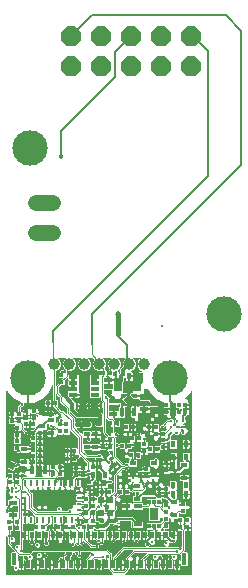
<source format=gbl>
G75*
%MOIN*%
%OFA0B0*%
%FSLAX25Y25*%
%IPPOS*%
%LPD*%
%AMOC8*
5,1,8,0,0,1.08239X$1,22.5*
%
%ADD10R,0.01181X0.01575*%
%ADD11R,0.02362X0.01575*%
%ADD12R,0.01575X0.01181*%
%ADD13R,0.01575X0.03150*%
%ADD14R,0.03150X0.01575*%
%ADD15R,0.01575X0.02362*%
%ADD16R,0.02756X0.03543*%
%ADD17R,0.00394X0.00394*%
%ADD18C,0.00394*%
%ADD19C,0.00200*%
%ADD20C,0.03937*%
%ADD21OC8,0.06600*%
%ADD22C,0.01181*%
%ADD23R,0.01969X0.02362*%
%ADD24C,0.05400*%
%ADD25R,0.00984X0.01870*%
%ADD26R,0.01476X0.00984*%
%ADD27R,0.02756X0.01575*%
%ADD28R,0.02244X0.01969*%
%ADD29C,0.00000*%
%ADD30C,0.00001*%
%ADD31R,0.01181X0.02559*%
%ADD32R,0.01181X0.02362*%
%ADD33R,0.01575X0.03937*%
%ADD34R,0.03150X0.03937*%
%ADD35R,0.01181X0.01772*%
%ADD36C,0.00984*%
%ADD37R,0.03150X0.01181*%
%ADD38C,0.01200*%
%ADD39C,0.00354*%
%ADD40C,0.01102*%
%ADD41C,0.00594*%
%ADD42C,0.11811*%
%ADD43C,0.00787*%
%ADD44C,0.00300*%
%ADD45C,0.01181*%
%ADD46C,0.00591*%
%ADD47C,0.00394*%
%ADD48C,0.00500*%
%ADD49C,0.00236*%
%ADD50C,0.00800*%
%ADD51C,0.01654*%
%ADD52C,0.01575*%
D10*
X0168237Y0069615D03*
X0168197Y0071662D03*
X0170559Y0071662D03*
X0170599Y0069615D03*
X0177134Y0069851D03*
X0179496Y0069851D03*
X0182056Y0069851D03*
X0184418Y0069851D03*
X0186977Y0069930D03*
X0189339Y0069930D03*
X0193079Y0069851D03*
X0193670Y0072016D03*
X0196032Y0072016D03*
X0195441Y0069851D03*
X0199103Y0071977D03*
X0201465Y0071977D03*
X0196032Y0074378D03*
X0193670Y0074378D03*
X0193670Y0076937D03*
X0196032Y0076937D03*
X0196032Y0079300D03*
X0193670Y0079300D03*
X0198906Y0081583D03*
X0201268Y0081583D03*
X0199851Y0084103D03*
X0197489Y0084103D03*
X0198394Y0089930D03*
X0198394Y0092095D03*
X0196032Y0092095D03*
X0196032Y0089930D03*
X0189733Y0092685D03*
X0187370Y0092685D03*
X0187370Y0095244D03*
X0189733Y0095244D03*
X0178315Y0095441D03*
X0178315Y0093473D03*
X0178315Y0091504D03*
X0175953Y0091504D03*
X0175953Y0093473D03*
X0175953Y0095441D03*
X0175953Y0097410D03*
X0175953Y0099378D03*
X0175953Y0101347D03*
X0178315Y0101347D03*
X0178315Y0099378D03*
X0178315Y0097410D03*
X0176071Y0104103D03*
X0173709Y0104103D03*
X0180953Y0111189D03*
X0183315Y0111189D03*
X0199496Y0121150D03*
X0201859Y0121150D03*
X0203512Y0120835D03*
X0205874Y0120835D03*
X0204063Y0104418D03*
X0201701Y0104418D03*
X0206977Y0103276D03*
X0209339Y0103276D03*
X0209024Y0099378D03*
X0211386Y0099378D03*
X0208040Y0097016D03*
X0205678Y0097016D03*
X0208630Y0093867D03*
X0210993Y0093867D03*
X0215048Y0095874D03*
X0217410Y0095874D03*
X0217095Y0100953D03*
X0216937Y0103276D03*
X0214575Y0103276D03*
X0219457Y0100953D03*
X0207449Y0081662D03*
X0205087Y0081662D03*
X0225166Y0072213D03*
X0227528Y0072213D03*
X0227528Y0069851D03*
X0225166Y0069851D03*
X0170835Y0084890D03*
X0170835Y0086937D03*
X0168473Y0086937D03*
X0168473Y0084890D03*
D11*
X0173119Y0091609D03*
X0173119Y0095809D03*
X0179103Y0103578D03*
X0182174Y0105415D03*
X0179103Y0107778D03*
X0182174Y0101215D03*
X0193867Y0100848D03*
X0196859Y0100809D03*
X0196859Y0096609D03*
X0193867Y0096648D03*
X0209221Y0091242D03*
X0209221Y0087042D03*
X0210796Y0083565D03*
X0216307Y0087042D03*
X0216307Y0091242D03*
X0226268Y0090573D03*
X0226268Y0086373D03*
X0223000Y0078053D03*
X0223000Y0073853D03*
X0210796Y0079365D03*
D12*
X0217882Y0080284D03*
X0220205Y0080284D03*
X0220205Y0082646D03*
X0217882Y0082646D03*
X0213748Y0086780D03*
X0211780Y0086780D03*
X0211780Y0089142D03*
X0213748Y0089142D03*
X0212961Y0095048D03*
X0212961Y0097410D03*
X0219457Y0096622D03*
X0219457Y0098985D03*
X0220441Y0091071D03*
X0220441Y0088709D03*
X0220284Y0077174D03*
X0220284Y0074811D03*
X0220244Y0072607D03*
X0220244Y0070244D03*
X0225953Y0075205D03*
X0225953Y0077567D03*
X0203827Y0072331D03*
X0203827Y0069969D03*
X0194851Y0082449D03*
X0194851Y0084811D03*
X0192685Y0087174D03*
X0190323Y0087174D03*
X0190323Y0089536D03*
X0192685Y0089536D03*
X0185008Y0089930D03*
X0182646Y0089930D03*
X0182646Y0087567D03*
X0185008Y0087567D03*
X0170638Y0096229D03*
X0170638Y0098591D03*
X0170638Y0100559D03*
X0170638Y0102922D03*
X0171426Y0105087D03*
X0171426Y0107449D03*
X0168985Y0107449D03*
X0168985Y0105087D03*
X0173788Y0106071D03*
X0173788Y0108433D03*
X0176347Y0108433D03*
X0176347Y0106071D03*
X0184930Y0104103D03*
X0187134Y0104103D03*
X0187134Y0101741D03*
X0184930Y0101741D03*
X0199260Y0098788D03*
X0201583Y0098748D03*
X0201583Y0096386D03*
X0199260Y0096426D03*
X0220441Y0108237D03*
X0220441Y0110599D03*
X0224575Y0110599D03*
X0226741Y0110599D03*
X0226741Y0108237D03*
X0224575Y0108237D03*
X0185441Y0118197D03*
X0185441Y0120559D03*
D13*
X0205625Y0108276D03*
X0209825Y0108276D03*
X0180022Y0088748D03*
X0175822Y0088748D03*
D14*
X0169260Y0078014D03*
X0169260Y0073814D03*
X0202725Y0107633D03*
X0202725Y0111833D03*
X0201071Y0114837D03*
X0201071Y0119037D03*
X0212961Y0113486D03*
X0212961Y0109286D03*
D15*
X0212108Y0120284D03*
X0207908Y0120284D03*
X0222672Y0097646D03*
X0226872Y0097646D03*
X0227030Y0093276D03*
X0222830Y0093276D03*
X0222672Y0083827D03*
X0222672Y0080874D03*
X0226872Y0080874D03*
X0226872Y0083827D03*
G36*
X0202061Y0088901D02*
X0201232Y0090238D01*
X0203239Y0091483D01*
X0204068Y0090146D01*
X0202061Y0088901D01*
G37*
X0200100Y0087174D03*
X0195900Y0087174D03*
G36*
X0199848Y0092471D02*
X0199019Y0093808D01*
X0201026Y0095053D01*
X0201855Y0093716D01*
X0199848Y0092471D01*
G37*
G36*
X0173420Y0087562D02*
X0171931Y0088072D01*
X0172696Y0090306D01*
X0174185Y0089796D01*
X0173420Y0087562D01*
G37*
G36*
X0169446Y0088923D02*
X0167957Y0089433D01*
X0168722Y0091667D01*
X0170211Y0091157D01*
X0169446Y0088923D01*
G37*
D16*
X0204339Y0116819D03*
X0210796Y0116819D03*
D17*
G36*
X0207843Y0112648D02*
X0208121Y0112370D01*
X0207843Y0112092D01*
X0207565Y0112370D01*
X0207843Y0112648D01*
G37*
D18*
X0209536Y0113670D03*
X0209536Y0111071D03*
X0206150Y0111071D03*
X0206150Y0113670D03*
D19*
X0206357Y0113286D02*
X0205343Y0113286D01*
X0205343Y0113138D02*
X0205343Y0114162D01*
X0206957Y0114162D01*
X0206957Y0113886D01*
X0206209Y0113138D01*
X0205343Y0113138D01*
X0205343Y0113484D02*
X0206555Y0113484D01*
X0206754Y0113683D02*
X0205343Y0113683D01*
X0205343Y0113881D02*
X0206952Y0113881D01*
X0206957Y0114080D02*
X0205343Y0114080D01*
X0206587Y0112690D02*
X0209098Y0112690D01*
X0208900Y0112889D02*
X0206786Y0112889D01*
X0206984Y0113087D02*
X0208701Y0113087D01*
X0208503Y0113286D02*
X0207183Y0113286D01*
X0207381Y0113484D02*
X0208304Y0113484D01*
X0208106Y0113683D02*
X0207580Y0113683D01*
X0207778Y0113881D02*
X0207907Y0113881D01*
X0207843Y0113946D02*
X0209418Y0112370D01*
X0207843Y0110795D01*
X0206268Y0112370D01*
X0207843Y0113946D01*
X0208729Y0113886D02*
X0209477Y0113138D01*
X0210343Y0113138D01*
X0210343Y0114162D01*
X0208729Y0114162D01*
X0208729Y0113886D01*
X0208734Y0113881D02*
X0210343Y0113881D01*
X0210343Y0113683D02*
X0208932Y0113683D01*
X0209131Y0113484D02*
X0210343Y0113484D01*
X0210343Y0113286D02*
X0209329Y0113286D01*
X0209297Y0112492D02*
X0206389Y0112492D01*
X0206345Y0112293D02*
X0209341Y0112293D01*
X0209142Y0112095D02*
X0206543Y0112095D01*
X0206742Y0111896D02*
X0208944Y0111896D01*
X0208745Y0111698D02*
X0206941Y0111698D01*
X0207139Y0111499D02*
X0208547Y0111499D01*
X0208348Y0111301D02*
X0207338Y0111301D01*
X0207536Y0111102D02*
X0208150Y0111102D01*
X0207951Y0110904D02*
X0207735Y0110904D01*
X0206957Y0110855D02*
X0206209Y0111603D01*
X0205343Y0111603D01*
X0205343Y0110579D01*
X0206957Y0110579D01*
X0206957Y0110855D01*
X0206908Y0110904D02*
X0205343Y0110904D01*
X0205343Y0111102D02*
X0206710Y0111102D01*
X0206511Y0111301D02*
X0205343Y0111301D01*
X0205343Y0111499D02*
X0206313Y0111499D01*
X0206957Y0110705D02*
X0205343Y0110705D01*
X0202809Y0112631D02*
X0202700Y0112522D01*
X0202562Y0112452D01*
X0202410Y0112428D01*
X0202257Y0112452D01*
X0202120Y0112522D01*
X0202010Y0112631D01*
X0201940Y0112769D01*
X0201916Y0112922D01*
X0201940Y0113074D01*
X0202010Y0113212D01*
X0202120Y0113321D01*
X0202257Y0113391D01*
X0202410Y0113415D01*
X0202562Y0113391D01*
X0202700Y0113321D01*
X0202809Y0113212D01*
X0202879Y0113074D01*
X0202904Y0112922D01*
X0202879Y0112769D01*
X0202809Y0112631D01*
X0202700Y0112522D01*
X0202562Y0112452D01*
X0202410Y0112428D01*
X0202257Y0112452D01*
X0202120Y0112522D01*
X0202010Y0112631D01*
X0201940Y0112769D01*
X0201916Y0112922D01*
X0201940Y0113074D01*
X0202010Y0113212D01*
X0202120Y0113321D01*
X0202257Y0113391D01*
X0202410Y0113415D01*
X0202562Y0113391D01*
X0202700Y0113321D01*
X0202809Y0113212D01*
X0202879Y0113074D01*
X0202904Y0112922D01*
X0202879Y0112769D01*
X0202809Y0112631D01*
X0202700Y0112522D01*
X0202562Y0112452D01*
X0202410Y0112428D01*
X0202257Y0112452D01*
X0202120Y0112522D01*
X0202010Y0112631D01*
X0201940Y0112769D01*
X0201916Y0112922D01*
X0201940Y0113074D01*
X0202010Y0113212D01*
X0202120Y0113321D01*
X0202257Y0113391D01*
X0202410Y0113415D01*
X0202562Y0113391D01*
X0202700Y0113321D01*
X0202809Y0113212D01*
X0202879Y0113074D01*
X0202904Y0112922D01*
X0202879Y0112769D01*
X0202809Y0112631D01*
X0202839Y0112690D02*
X0201981Y0112690D01*
X0202839Y0112690D01*
X0201981Y0112690D01*
X0201921Y0112889D02*
X0202898Y0112889D01*
X0201921Y0112889D01*
X0202898Y0112889D01*
X0202873Y0113087D02*
X0201947Y0113087D01*
X0202873Y0113087D01*
X0201947Y0113087D01*
X0202084Y0113286D02*
X0202735Y0113286D01*
X0202084Y0113286D01*
X0202735Y0113286D01*
X0202640Y0112492D02*
X0202180Y0112492D01*
X0202640Y0112492D01*
X0202180Y0112492D01*
X0200512Y0113056D02*
X0200460Y0112967D01*
X0200381Y0112901D01*
X0200284Y0112866D01*
X0200181Y0112866D01*
X0200084Y0112901D01*
X0200005Y0112967D01*
X0199954Y0113056D01*
X0199936Y0113158D01*
X0199954Y0113259D01*
X0200005Y0113349D01*
X0200084Y0113415D01*
X0200181Y0113450D01*
X0200284Y0113450D01*
X0200381Y0113415D01*
X0200460Y0113349D01*
X0200512Y0113259D01*
X0200530Y0113158D01*
X0200512Y0113056D01*
X0200517Y0113087D02*
X0199948Y0113087D01*
X0199969Y0113286D02*
X0200496Y0113286D01*
X0200348Y0112889D02*
X0200118Y0112889D01*
X0203824Y0116225D02*
X0203678Y0116394D01*
X0203585Y0116598D01*
X0203553Y0116819D01*
X0203585Y0117041D01*
X0203678Y0117244D01*
X0203824Y0117413D01*
X0204013Y0117534D01*
X0204227Y0117597D01*
X0204451Y0117597D01*
X0204665Y0117534D01*
X0204854Y0117413D01*
X0205000Y0117244D01*
X0205093Y0117041D01*
X0205125Y0116819D01*
X0205093Y0116598D01*
X0205000Y0116394D01*
X0204854Y0116225D01*
X0204665Y0116104D01*
X0204451Y0116041D01*
X0204227Y0116041D01*
X0204013Y0116104D01*
X0203824Y0116225D01*
X0203678Y0116394D01*
X0203585Y0116598D01*
X0203553Y0116819D01*
X0203585Y0117041D01*
X0203678Y0117244D01*
X0203824Y0117413D01*
X0204013Y0117534D01*
X0204227Y0117597D01*
X0204451Y0117597D01*
X0204665Y0117534D01*
X0204854Y0117413D01*
X0205000Y0117244D01*
X0205093Y0117041D01*
X0205125Y0116819D01*
X0205093Y0116598D01*
X0205000Y0116394D01*
X0204854Y0116225D01*
X0204665Y0116104D01*
X0204451Y0116041D01*
X0204227Y0116041D01*
X0204013Y0116104D01*
X0203824Y0116225D01*
X0203791Y0116263D02*
X0204886Y0116263D01*
X0203791Y0116263D01*
X0203647Y0116462D02*
X0205031Y0116462D01*
X0203647Y0116462D01*
X0203576Y0116660D02*
X0205102Y0116660D01*
X0203576Y0116660D01*
X0203559Y0116859D02*
X0205119Y0116859D01*
X0203559Y0116859D01*
X0203593Y0117057D02*
X0205085Y0117057D01*
X0203593Y0117057D01*
X0203688Y0117256D02*
X0204990Y0117256D01*
X0203688Y0117256D01*
X0203889Y0117454D02*
X0204789Y0117454D01*
X0203889Y0117454D01*
X0204147Y0116065D02*
X0204531Y0116065D01*
X0204147Y0116065D01*
X0208729Y0114080D02*
X0210343Y0114080D01*
X0210684Y0115923D02*
X0210469Y0115986D01*
X0210281Y0116107D01*
X0210135Y0116276D01*
X0210042Y0116480D01*
X0210010Y0116701D01*
X0210042Y0116923D01*
X0210135Y0117126D01*
X0210281Y0117295D01*
X0210469Y0117416D01*
X0210684Y0117479D01*
X0210908Y0117479D01*
X0211122Y0117416D01*
X0211310Y0117295D01*
X0211457Y0117126D01*
X0211550Y0116923D01*
X0211581Y0116701D01*
X0211550Y0116480D01*
X0211457Y0116276D01*
X0211310Y0116107D01*
X0211122Y0115986D01*
X0210908Y0115923D01*
X0210684Y0115923D01*
X0210469Y0115986D01*
X0210281Y0116107D01*
X0210135Y0116276D01*
X0210042Y0116480D01*
X0210010Y0116701D01*
X0210042Y0116923D01*
X0210135Y0117126D01*
X0210281Y0117295D01*
X0210469Y0117416D01*
X0210684Y0117479D01*
X0210908Y0117479D01*
X0211122Y0117416D01*
X0211310Y0117295D01*
X0211457Y0117126D01*
X0211550Y0116923D01*
X0211581Y0116701D01*
X0211550Y0116480D01*
X0211457Y0116276D01*
X0211310Y0116107D01*
X0211122Y0115986D01*
X0210908Y0115923D01*
X0210684Y0115923D01*
X0210347Y0116065D02*
X0211244Y0116065D01*
X0210347Y0116065D01*
X0210146Y0116263D02*
X0211446Y0116263D01*
X0210146Y0116263D01*
X0210050Y0116462D02*
X0211541Y0116462D01*
X0210050Y0116462D01*
X0210016Y0116660D02*
X0211576Y0116660D01*
X0210016Y0116660D01*
X0210033Y0116859D02*
X0211559Y0116859D01*
X0210033Y0116859D01*
X0210103Y0117057D02*
X0211488Y0117057D01*
X0210103Y0117057D01*
X0210247Y0117256D02*
X0211344Y0117256D01*
X0210247Y0117256D01*
X0210600Y0117454D02*
X0210991Y0117454D01*
X0210600Y0117454D01*
X0210343Y0111603D02*
X0209477Y0111603D01*
X0208729Y0110855D01*
X0208729Y0110579D01*
X0210343Y0110579D01*
X0210343Y0111603D01*
X0210343Y0111499D02*
X0209373Y0111499D01*
X0209175Y0111301D02*
X0210343Y0111301D01*
X0210343Y0111102D02*
X0208976Y0111102D01*
X0208778Y0110904D02*
X0210343Y0110904D01*
X0210343Y0110705D02*
X0208729Y0110705D01*
X0213828Y0106873D02*
X0213937Y0106982D01*
X0214075Y0107053D01*
X0214227Y0107077D01*
X0214380Y0107053D01*
X0214517Y0106982D01*
X0214627Y0106873D01*
X0214697Y0106736D01*
X0214721Y0106583D01*
X0214697Y0106431D01*
X0214627Y0106293D01*
X0214517Y0106184D01*
X0214380Y0106114D01*
X0214227Y0106089D01*
X0214075Y0106114D01*
X0213937Y0106184D01*
X0213828Y0106293D01*
X0213758Y0106431D01*
X0213733Y0106583D01*
X0213758Y0106736D01*
X0213828Y0106873D01*
X0213888Y0106933D02*
X0214566Y0106933D01*
X0214697Y0106735D02*
X0213757Y0106735D01*
X0213741Y0106536D02*
X0214713Y0106536D01*
X0214649Y0106338D02*
X0213805Y0106338D01*
X0214024Y0106139D02*
X0214430Y0106139D01*
X0216671Y0103524D02*
X0216750Y0103591D01*
X0216846Y0103626D01*
X0216950Y0103626D01*
X0217046Y0103591D01*
X0217125Y0103524D01*
X0217177Y0103435D01*
X0217195Y0103333D01*
X0217177Y0103232D01*
X0217125Y0103143D01*
X0217046Y0103076D01*
X0216950Y0103041D01*
X0216846Y0103041D01*
X0216750Y0103076D01*
X0216671Y0103143D01*
X0216619Y0103232D01*
X0216601Y0103333D01*
X0216619Y0103435D01*
X0216671Y0103524D01*
X0216712Y0103559D02*
X0217084Y0103559D01*
X0217190Y0103360D02*
X0216606Y0103360D01*
X0216660Y0103162D02*
X0217136Y0103162D01*
X0218570Y0103315D02*
X0218588Y0103417D01*
X0218639Y0103506D01*
X0218718Y0103572D01*
X0218815Y0103608D01*
X0218918Y0103608D01*
X0219015Y0103572D01*
X0219094Y0103506D01*
X0219145Y0103417D01*
X0219163Y0103315D01*
X0219145Y0103214D01*
X0219094Y0103125D01*
X0219015Y0103058D01*
X0218918Y0103023D01*
X0218815Y0103023D01*
X0218718Y0103058D01*
X0218639Y0103125D01*
X0218588Y0103214D01*
X0218570Y0103315D01*
X0218578Y0103360D02*
X0219155Y0103360D01*
X0219115Y0103162D02*
X0218618Y0103162D01*
X0218702Y0103559D02*
X0219031Y0103559D01*
X0222704Y0104103D02*
X0222721Y0104204D01*
X0222773Y0104294D01*
X0222852Y0104360D01*
X0222949Y0104395D01*
X0223052Y0104395D01*
X0223149Y0104360D01*
X0223228Y0104294D01*
X0223279Y0104204D01*
X0223297Y0104103D01*
X0223279Y0104001D01*
X0223228Y0103912D01*
X0223149Y0103846D01*
X0223052Y0103810D01*
X0222949Y0103810D01*
X0222852Y0103846D01*
X0222773Y0103912D01*
X0222721Y0104001D01*
X0222704Y0104103D01*
X0222713Y0104154D02*
X0223288Y0104154D01*
X0223253Y0103956D02*
X0222748Y0103956D01*
X0222843Y0104353D02*
X0223157Y0104353D01*
X0223528Y0101628D02*
X0223631Y0101628D01*
X0223728Y0101592D01*
X0223807Y0101526D01*
X0223858Y0101437D01*
X0223876Y0101335D01*
X0223858Y0101234D01*
X0223807Y0101145D01*
X0223728Y0101078D01*
X0223631Y0101043D01*
X0223528Y0101043D01*
X0223431Y0101078D01*
X0223352Y0101145D01*
X0223301Y0101234D01*
X0223283Y0101335D01*
X0223301Y0101437D01*
X0223352Y0101526D01*
X0223431Y0101592D01*
X0223528Y0101628D01*
X0223408Y0101574D02*
X0223750Y0101574D01*
X0223869Y0101375D02*
X0223290Y0101375D01*
X0223334Y0101177D02*
X0223825Y0101177D01*
X0225399Y0102052D02*
X0225450Y0101963D01*
X0225529Y0101897D01*
X0225626Y0101862D01*
X0225729Y0101862D01*
X0225826Y0101897D01*
X0225905Y0101963D01*
X0225957Y0102052D01*
X0225974Y0102154D01*
X0225957Y0102255D01*
X0225905Y0102345D01*
X0225826Y0102411D01*
X0225792Y0102423D01*
X0225584Y0102423D01*
X0225578Y0102429D01*
X0225529Y0102411D01*
X0225450Y0102345D01*
X0225399Y0102255D01*
X0225381Y0102154D01*
X0225399Y0102052D01*
X0225446Y0101971D02*
X0225909Y0101971D01*
X0225972Y0102169D02*
X0225383Y0102169D01*
X0225477Y0102368D02*
X0225878Y0102368D01*
X0226492Y0107091D02*
X0226395Y0107126D01*
X0226316Y0107192D01*
X0226265Y0107282D01*
X0226247Y0107383D01*
X0226265Y0107485D01*
X0226316Y0107574D01*
X0226395Y0107640D01*
X0226492Y0107675D01*
X0226595Y0107675D01*
X0226692Y0107640D01*
X0226771Y0107574D01*
X0226823Y0107485D01*
X0226841Y0107383D01*
X0226823Y0107282D01*
X0226771Y0107192D01*
X0226692Y0107126D01*
X0226595Y0107091D01*
X0226492Y0107091D01*
X0226395Y0107126D01*
X0226316Y0107192D01*
X0226265Y0107282D01*
X0226247Y0107383D01*
X0226265Y0107485D01*
X0226316Y0107574D01*
X0226395Y0107640D01*
X0226492Y0107675D01*
X0226595Y0107675D01*
X0226692Y0107640D01*
X0226771Y0107574D01*
X0226823Y0107485D01*
X0226841Y0107383D01*
X0226823Y0107282D01*
X0226771Y0107192D01*
X0226692Y0107126D01*
X0226595Y0107091D01*
X0226492Y0107091D01*
X0226388Y0107132D02*
X0226699Y0107132D01*
X0226388Y0107132D01*
X0226256Y0107330D02*
X0226831Y0107330D01*
X0226256Y0107330D01*
X0226290Y0107529D02*
X0226797Y0107529D01*
X0226290Y0107529D01*
X0225314Y0108767D02*
X0225217Y0108732D01*
X0225114Y0108732D01*
X0225017Y0108767D01*
X0224938Y0108833D01*
X0224887Y0108922D01*
X0224869Y0109024D01*
X0224887Y0109126D01*
X0224938Y0109215D01*
X0225017Y0109281D01*
X0225114Y0109316D01*
X0225217Y0109316D01*
X0225314Y0109281D01*
X0225393Y0109215D01*
X0225445Y0109126D01*
X0225463Y0109024D01*
X0225445Y0108922D01*
X0225393Y0108833D01*
X0225314Y0108767D01*
X0225442Y0108918D02*
X0224889Y0108918D01*
X0224885Y0109117D02*
X0225446Y0109117D01*
X0225220Y0109315D02*
X0225112Y0109315D01*
X0224824Y0110240D02*
X0224720Y0110240D01*
X0224624Y0110276D01*
X0224545Y0110342D01*
X0224493Y0110431D01*
X0224475Y0110533D01*
X0224493Y0110634D01*
X0224545Y0110723D01*
X0224624Y0110790D01*
X0224720Y0110825D01*
X0224824Y0110825D01*
X0224920Y0110790D01*
X0224999Y0110723D01*
X0225051Y0110634D01*
X0225069Y0110533D01*
X0225051Y0110431D01*
X0224999Y0110342D01*
X0224920Y0110276D01*
X0224824Y0110240D01*
X0224959Y0110308D02*
X0224585Y0110308D01*
X0224480Y0110507D02*
X0225064Y0110507D01*
X0225010Y0110705D02*
X0224534Y0110705D01*
X0220738Y0110533D02*
X0220720Y0110431D01*
X0220669Y0110342D01*
X0220590Y0110276D01*
X0220493Y0110240D01*
X0220390Y0110240D01*
X0220293Y0110276D01*
X0220214Y0110342D01*
X0220162Y0110431D01*
X0220144Y0110533D01*
X0220162Y0110634D01*
X0220214Y0110723D01*
X0220293Y0110790D01*
X0220390Y0110825D01*
X0220493Y0110825D01*
X0220590Y0110790D01*
X0220669Y0110723D01*
X0220720Y0110634D01*
X0220738Y0110533D01*
X0220734Y0110507D02*
X0220149Y0110507D01*
X0220203Y0110705D02*
X0220679Y0110705D01*
X0220628Y0110308D02*
X0220254Y0110308D01*
X0220587Y0108529D02*
X0220690Y0108529D01*
X0220787Y0108494D01*
X0220866Y0108427D01*
X0220917Y0108338D01*
X0220935Y0108237D01*
X0220917Y0108135D01*
X0220866Y0108046D01*
X0220787Y0107980D01*
X0220690Y0107944D01*
X0220587Y0107944D01*
X0220490Y0107980D01*
X0220411Y0108046D01*
X0220359Y0108135D01*
X0220341Y0108237D01*
X0220359Y0108338D01*
X0220411Y0108427D01*
X0220490Y0108494D01*
X0220587Y0108529D01*
X0220566Y0108521D02*
X0220710Y0108521D01*
X0220920Y0108323D02*
X0220357Y0108323D01*
X0220365Y0108124D02*
X0220911Y0108124D01*
X0211338Y0101026D02*
X0211390Y0100937D01*
X0211407Y0100835D01*
X0211390Y0100734D01*
X0211338Y0100644D01*
X0211259Y0100578D01*
X0211162Y0100543D01*
X0211059Y0100543D01*
X0210962Y0100578D01*
X0210883Y0100644D01*
X0210832Y0100734D01*
X0210814Y0100835D01*
X0210832Y0100937D01*
X0210883Y0101026D01*
X0210962Y0101092D01*
X0211059Y0101127D01*
X0211162Y0101127D01*
X0211259Y0101092D01*
X0211338Y0101026D01*
X0211366Y0100978D02*
X0210856Y0100978D01*
X0210824Y0100779D02*
X0211398Y0100779D01*
X0211263Y0100581D02*
X0210959Y0100581D01*
X0209251Y0099569D02*
X0209303Y0099480D01*
X0209321Y0099378D01*
X0209303Y0099277D01*
X0209251Y0099188D01*
X0209172Y0099121D01*
X0209076Y0099086D01*
X0208972Y0099086D01*
X0208876Y0099121D01*
X0208797Y0099188D01*
X0208745Y0099277D01*
X0208727Y0099378D01*
X0208745Y0099480D01*
X0208797Y0099569D01*
X0208876Y0099635D01*
X0208972Y0099671D01*
X0209076Y0099671D01*
X0209172Y0099635D01*
X0209251Y0099569D01*
X0209228Y0099588D02*
X0208820Y0099588D01*
X0208729Y0099390D02*
X0209319Y0099390D01*
X0209254Y0099191D02*
X0208794Y0099191D01*
X0208972Y0097702D02*
X0209076Y0097702D01*
X0209172Y0097667D01*
X0209251Y0097601D01*
X0209303Y0097511D01*
X0209321Y0097410D01*
X0209303Y0097308D01*
X0209251Y0097219D01*
X0209172Y0097153D01*
X0209076Y0097118D01*
X0208972Y0097118D01*
X0208876Y0097153D01*
X0208797Y0097219D01*
X0208745Y0097308D01*
X0208727Y0097410D01*
X0208745Y0097511D01*
X0208797Y0097601D01*
X0208876Y0097667D01*
X0208972Y0097702D01*
X0208800Y0097603D02*
X0209248Y0097603D01*
X0209320Y0097405D02*
X0208728Y0097405D01*
X0208812Y0097206D02*
X0209236Y0097206D01*
X0210844Y0093730D02*
X0210941Y0093765D01*
X0211044Y0093765D01*
X0211141Y0093730D01*
X0211220Y0093664D01*
X0211271Y0093574D01*
X0211289Y0093473D01*
X0211271Y0093371D01*
X0211220Y0093282D01*
X0211141Y0093216D01*
X0211044Y0093180D01*
X0210941Y0093180D01*
X0210844Y0093216D01*
X0210765Y0093282D01*
X0210714Y0093371D01*
X0210696Y0093473D01*
X0210714Y0093574D01*
X0210765Y0093664D01*
X0210844Y0093730D01*
X0210747Y0093633D02*
X0211238Y0093633D01*
X0211283Y0093435D02*
X0210702Y0093435D01*
X0210820Y0093236D02*
X0211165Y0093236D01*
X0209303Y0092393D02*
X0209321Y0092292D01*
X0209303Y0092190D01*
X0209251Y0092101D01*
X0209172Y0092035D01*
X0209076Y0091999D01*
X0208972Y0091999D01*
X0208876Y0092035D01*
X0208797Y0092101D01*
X0208745Y0092190D01*
X0208727Y0092292D01*
X0208745Y0092393D01*
X0208797Y0092483D01*
X0208876Y0092549D01*
X0208972Y0092584D01*
X0209076Y0092584D01*
X0209172Y0092549D01*
X0209251Y0092483D01*
X0209303Y0092393D01*
X0209321Y0092292D01*
X0209303Y0092190D01*
X0209251Y0092101D01*
X0209172Y0092035D01*
X0209076Y0091999D01*
X0208972Y0091999D01*
X0208876Y0092035D01*
X0208797Y0092101D01*
X0208745Y0092190D01*
X0208727Y0092292D01*
X0208745Y0092393D01*
X0208797Y0092483D01*
X0208876Y0092549D01*
X0208972Y0092584D01*
X0209076Y0092584D01*
X0209172Y0092549D01*
X0209251Y0092483D01*
X0209303Y0092393D01*
X0209275Y0092442D02*
X0208773Y0092442D01*
X0209275Y0092442D01*
X0209312Y0092244D02*
X0208736Y0092244D01*
X0209312Y0092244D01*
X0209185Y0092045D02*
X0208863Y0092045D01*
X0209185Y0092045D01*
X0207264Y0090927D02*
X0207315Y0090838D01*
X0207333Y0090736D01*
X0207315Y0090634D01*
X0207264Y0090545D01*
X0207185Y0090479D01*
X0207088Y0090444D01*
X0206985Y0090444D01*
X0206888Y0090479D01*
X0206809Y0090545D01*
X0206758Y0090634D01*
X0206740Y0090736D01*
X0206758Y0090838D01*
X0206809Y0090927D01*
X0206888Y0090993D01*
X0206985Y0091028D01*
X0207088Y0091028D01*
X0207185Y0090993D01*
X0207264Y0090927D01*
X0207306Y0090854D02*
X0206767Y0090854D01*
X0206754Y0090655D02*
X0207319Y0090655D01*
X0207124Y0090457D02*
X0206949Y0090457D01*
X0207004Y0089828D02*
X0207107Y0089828D01*
X0207204Y0089793D01*
X0207283Y0089727D01*
X0207334Y0089637D01*
X0207352Y0089536D01*
X0207334Y0089434D01*
X0207283Y0089345D01*
X0207204Y0089279D01*
X0207107Y0089243D01*
X0207004Y0089243D01*
X0206907Y0089279D01*
X0206828Y0089345D01*
X0206777Y0089434D01*
X0206759Y0089536D01*
X0206777Y0089637D01*
X0206828Y0089727D01*
X0206907Y0089793D01*
X0207004Y0089828D01*
X0206791Y0089663D02*
X0207320Y0089663D01*
X0207340Y0089464D02*
X0206771Y0089464D01*
X0206943Y0089266D02*
X0207168Y0089266D01*
X0208993Y0087233D02*
X0209072Y0087299D01*
X0209169Y0087334D01*
X0209272Y0087334D01*
X0209369Y0087299D01*
X0209448Y0087233D01*
X0209500Y0087144D01*
X0209518Y0087042D01*
X0209500Y0086941D01*
X0209448Y0086851D01*
X0209369Y0086785D01*
X0209272Y0086750D01*
X0209169Y0086750D01*
X0209072Y0086785D01*
X0208993Y0086851D01*
X0208942Y0086941D01*
X0208924Y0087042D01*
X0208942Y0087144D01*
X0208993Y0087233D01*
X0209050Y0087281D02*
X0209391Y0087281D01*
X0209511Y0087082D02*
X0208931Y0087082D01*
X0208975Y0086884D02*
X0209467Y0086884D01*
X0209469Y0083923D02*
X0209566Y0083887D01*
X0209645Y0083821D01*
X0209697Y0083732D01*
X0209715Y0083630D01*
X0209697Y0083529D01*
X0209645Y0083440D01*
X0209566Y0083373D01*
X0209469Y0083338D01*
X0209366Y0083338D01*
X0209269Y0083373D01*
X0209190Y0083440D01*
X0209139Y0083529D01*
X0209121Y0083630D01*
X0209139Y0083732D01*
X0209190Y0083821D01*
X0209269Y0083887D01*
X0209366Y0083923D01*
X0209469Y0083923D01*
X0209515Y0083906D02*
X0209320Y0083906D01*
X0209134Y0083708D02*
X0209701Y0083708D01*
X0209685Y0083509D02*
X0209150Y0083509D01*
X0210536Y0081472D02*
X0210633Y0081508D01*
X0210736Y0081508D01*
X0210833Y0081472D01*
X0210912Y0081406D01*
X0210964Y0081317D01*
X0210981Y0081215D01*
X0210964Y0081114D01*
X0210912Y0081025D01*
X0210833Y0080958D01*
X0210736Y0080923D01*
X0210633Y0080923D01*
X0210536Y0080958D01*
X0210457Y0081025D01*
X0210406Y0081114D01*
X0210388Y0081215D01*
X0210406Y0081317D01*
X0210457Y0081406D01*
X0210536Y0081472D01*
X0210411Y0081325D02*
X0210959Y0081325D01*
X0210966Y0081127D02*
X0210403Y0081127D01*
X0210618Y0080928D02*
X0210751Y0080928D01*
X0212813Y0083373D02*
X0212734Y0083440D01*
X0212682Y0083529D01*
X0212664Y0083630D01*
X0212682Y0083732D01*
X0212734Y0083821D01*
X0212813Y0083887D01*
X0212909Y0083923D01*
X0213013Y0083923D01*
X0213109Y0083887D01*
X0213188Y0083821D01*
X0213240Y0083732D01*
X0213258Y0083630D01*
X0213240Y0083529D01*
X0213188Y0083440D01*
X0213109Y0083373D01*
X0213013Y0083338D01*
X0212909Y0083338D01*
X0212813Y0083373D01*
X0212694Y0083509D02*
X0213229Y0083509D01*
X0213244Y0083708D02*
X0212678Y0083708D01*
X0212864Y0083906D02*
X0213058Y0083906D01*
X0216697Y0080986D02*
X0216776Y0081053D01*
X0216873Y0081088D01*
X0216976Y0081088D01*
X0217073Y0081053D01*
X0217152Y0080986D01*
X0217204Y0080897D01*
X0217222Y0080796D01*
X0217204Y0080694D01*
X0217152Y0080605D01*
X0217073Y0080539D01*
X0216976Y0080503D01*
X0216873Y0080503D01*
X0216776Y0080539D01*
X0216697Y0080605D01*
X0216646Y0080694D01*
X0216628Y0080796D01*
X0216646Y0080897D01*
X0216697Y0080986D01*
X0216776Y0081053D01*
X0216873Y0081088D01*
X0216976Y0081088D01*
X0217073Y0081053D01*
X0217152Y0080986D01*
X0217204Y0080897D01*
X0217222Y0080796D01*
X0217204Y0080694D01*
X0217152Y0080605D01*
X0217073Y0080539D01*
X0216976Y0080503D01*
X0216873Y0080503D01*
X0216776Y0080539D01*
X0216697Y0080605D01*
X0216646Y0080694D01*
X0216628Y0080796D01*
X0216646Y0080897D01*
X0216697Y0080986D01*
X0216664Y0080928D02*
X0217186Y0080928D01*
X0216664Y0080928D01*
X0216640Y0080730D02*
X0217210Y0080730D01*
X0216640Y0080730D01*
X0216796Y0080531D02*
X0217053Y0080531D01*
X0216796Y0080531D01*
X0221001Y0076609D02*
X0221080Y0076676D01*
X0221177Y0076711D01*
X0221280Y0076711D01*
X0221377Y0076676D01*
X0221456Y0076609D01*
X0221508Y0076520D01*
X0221526Y0076419D01*
X0221508Y0076317D01*
X0221456Y0076228D01*
X0221377Y0076161D01*
X0221280Y0076126D01*
X0221177Y0076126D01*
X0221080Y0076161D01*
X0221001Y0076228D01*
X0220950Y0076317D01*
X0220932Y0076419D01*
X0220950Y0076520D01*
X0221001Y0076609D01*
X0220973Y0076561D02*
X0221484Y0076561D01*
X0221516Y0076363D02*
X0220942Y0076363D01*
X0221077Y0076164D02*
X0221380Y0076164D01*
X0222060Y0074651D02*
X0222213Y0074675D01*
X0222366Y0074651D01*
X0222503Y0074581D01*
X0222612Y0074472D01*
X0222683Y0074334D01*
X0222707Y0074181D01*
X0222683Y0074029D01*
X0222612Y0073891D01*
X0222503Y0073782D01*
X0221923Y0073782D01*
X0221814Y0073891D01*
X0221743Y0074029D01*
X0221719Y0074181D01*
X0221743Y0074334D01*
X0221814Y0074472D01*
X0221923Y0074581D01*
X0222060Y0074651D01*
X0221918Y0074576D02*
X0222508Y0074576D01*
X0222660Y0074377D02*
X0221766Y0074377D01*
X0221720Y0074179D02*
X0222706Y0074179D01*
X0222658Y0073980D02*
X0221768Y0073980D01*
X0221923Y0073782D02*
X0222060Y0073712D01*
X0222213Y0073688D01*
X0222366Y0073712D01*
X0222503Y0073782D01*
X0224781Y0077113D02*
X0224702Y0077180D01*
X0224651Y0077269D01*
X0224633Y0077370D01*
X0224651Y0077472D01*
X0224702Y0077561D01*
X0224781Y0077628D01*
X0224878Y0077663D01*
X0224981Y0077663D01*
X0225078Y0077628D01*
X0225157Y0077561D01*
X0225208Y0077472D01*
X0225226Y0077370D01*
X0225208Y0077269D01*
X0225157Y0077180D01*
X0225078Y0077113D01*
X0224981Y0077078D01*
X0224878Y0077078D01*
X0224781Y0077113D01*
X0224730Y0077157D02*
X0225130Y0077157D01*
X0225224Y0077355D02*
X0224635Y0077355D01*
X0224698Y0077554D02*
X0225161Y0077554D01*
X0223031Y0079640D02*
X0222952Y0079574D01*
X0222855Y0079539D01*
X0222752Y0079539D01*
X0222855Y0079539D01*
X0222752Y0079539D02*
X0222655Y0079574D01*
X0222576Y0079640D01*
X0222525Y0079730D01*
X0222507Y0079831D01*
X0222525Y0079933D01*
X0222576Y0080022D01*
X0222655Y0080088D01*
X0222752Y0080123D01*
X0222855Y0080123D01*
X0222952Y0080088D01*
X0223031Y0080022D01*
X0223082Y0079933D01*
X0223100Y0079831D01*
X0223082Y0079730D01*
X0223031Y0079640D01*
X0223084Y0079737D02*
X0222523Y0079737D01*
X0222526Y0079936D02*
X0223081Y0079936D01*
X0222521Y0082979D02*
X0222368Y0083003D01*
X0222231Y0083073D01*
X0222121Y0083183D01*
X0222051Y0083320D01*
X0222027Y0083473D01*
X0222051Y0083625D01*
X0222121Y0083763D01*
X0222231Y0083872D01*
X0222368Y0083942D01*
X0222521Y0083967D01*
X0222673Y0083942D01*
X0222811Y0083872D01*
X0222920Y0083763D01*
X0222990Y0083625D01*
X0223015Y0083473D01*
X0222990Y0083320D01*
X0222920Y0083183D01*
X0222811Y0083073D01*
X0222673Y0083003D01*
X0222521Y0082979D01*
X0222192Y0083112D02*
X0222850Y0083112D01*
X0222985Y0083310D02*
X0222056Y0083310D01*
X0222033Y0083509D02*
X0223009Y0083509D01*
X0222949Y0083708D02*
X0222093Y0083708D01*
X0222297Y0083906D02*
X0222745Y0083906D01*
X0226404Y0083355D02*
X0226422Y0083456D01*
X0226474Y0083546D01*
X0226553Y0083612D01*
X0226650Y0083647D01*
X0226753Y0083647D01*
X0226850Y0083612D01*
X0226929Y0083546D01*
X0226980Y0083456D01*
X0226998Y0083355D01*
X0226980Y0083253D01*
X0226929Y0083164D01*
X0226850Y0083098D01*
X0226753Y0083062D01*
X0226650Y0083062D01*
X0226553Y0083098D01*
X0226474Y0083164D01*
X0226422Y0083253D01*
X0226404Y0083355D01*
X0226412Y0083310D02*
X0226990Y0083310D01*
X0226950Y0083509D02*
X0226453Y0083509D01*
X0226536Y0083112D02*
X0226867Y0083112D01*
X0223448Y0088388D02*
X0223310Y0088318D01*
X0223158Y0088294D01*
X0223005Y0088318D01*
X0222868Y0088388D01*
X0222758Y0088498D01*
X0222688Y0088635D01*
X0222664Y0088788D01*
X0222688Y0088940D01*
X0222758Y0089078D01*
X0222868Y0089187D01*
X0223005Y0089257D01*
X0223158Y0089281D01*
X0223310Y0089257D01*
X0223448Y0089187D01*
X0223557Y0089078D01*
X0223627Y0088940D01*
X0223652Y0088788D01*
X0223627Y0088635D01*
X0223557Y0088498D01*
X0223448Y0088388D01*
X0223310Y0088318D01*
X0223158Y0088294D01*
X0223005Y0088318D01*
X0222868Y0088388D01*
X0222758Y0088498D01*
X0222688Y0088635D01*
X0222664Y0088788D01*
X0222688Y0088940D01*
X0222758Y0089078D01*
X0222868Y0089187D01*
X0223005Y0089257D01*
X0223158Y0089281D01*
X0223310Y0089257D01*
X0223448Y0089187D01*
X0223557Y0089078D01*
X0223627Y0088940D01*
X0223652Y0088788D01*
X0223627Y0088635D01*
X0223557Y0088498D01*
X0223448Y0088388D01*
X0223310Y0088318D01*
X0223158Y0088294D01*
X0223005Y0088318D01*
X0222868Y0088388D01*
X0222758Y0088498D01*
X0222688Y0088635D01*
X0222664Y0088788D01*
X0222688Y0088940D01*
X0222758Y0089078D01*
X0222868Y0089187D01*
X0223005Y0089257D01*
X0223158Y0089281D01*
X0223310Y0089257D01*
X0223448Y0089187D01*
X0223557Y0089078D01*
X0223627Y0088940D01*
X0223652Y0088788D01*
X0223627Y0088635D01*
X0223557Y0088498D01*
X0223448Y0088388D01*
X0223531Y0088472D02*
X0222784Y0088472D01*
X0223531Y0088472D01*
X0222784Y0088472D01*
X0222683Y0088670D02*
X0223633Y0088670D01*
X0222683Y0088670D01*
X0223633Y0088670D01*
X0223639Y0088869D02*
X0222677Y0088869D01*
X0223639Y0088869D01*
X0222677Y0088869D01*
X0222753Y0089067D02*
X0223563Y0089067D01*
X0222753Y0089067D01*
X0223563Y0089067D01*
X0223257Y0089266D02*
X0223059Y0089266D01*
X0223257Y0089266D01*
X0223059Y0089266D01*
X0223144Y0092585D02*
X0222992Y0092610D01*
X0222854Y0092680D01*
X0222745Y0092789D01*
X0222675Y0092927D01*
X0222651Y0093079D01*
X0222675Y0093232D01*
X0222745Y0093369D01*
X0222854Y0093479D01*
X0222992Y0093549D01*
X0223144Y0093573D01*
X0223297Y0093549D01*
X0223435Y0093479D01*
X0223544Y0093369D01*
X0223614Y0093232D01*
X0223638Y0093079D01*
X0223614Y0092927D01*
X0223544Y0092789D01*
X0223435Y0092680D01*
X0223297Y0092610D01*
X0223144Y0092585D01*
X0222992Y0092610D01*
X0222854Y0092680D01*
X0222745Y0092789D01*
X0222675Y0092927D01*
X0222651Y0093079D01*
X0222675Y0093232D01*
X0222745Y0093369D01*
X0222854Y0093479D01*
X0222992Y0093549D01*
X0223144Y0093573D01*
X0223297Y0093549D01*
X0223435Y0093479D01*
X0223544Y0093369D01*
X0223614Y0093232D01*
X0223638Y0093079D01*
X0223614Y0092927D01*
X0223544Y0092789D01*
X0223435Y0092680D01*
X0223297Y0092610D01*
X0223144Y0092585D01*
X0222931Y0092641D02*
X0223358Y0092641D01*
X0222931Y0092641D01*
X0222720Y0092839D02*
X0223569Y0092839D01*
X0222720Y0092839D01*
X0222657Y0093038D02*
X0223632Y0093038D01*
X0222657Y0093038D01*
X0222677Y0093236D02*
X0223612Y0093236D01*
X0222677Y0093236D01*
X0222810Y0093435D02*
X0223479Y0093435D01*
X0222810Y0093435D01*
X0227092Y0092236D02*
X0227143Y0092325D01*
X0227222Y0092391D01*
X0227319Y0092427D01*
X0227422Y0092427D01*
X0227519Y0092391D01*
X0227598Y0092325D01*
X0227649Y0092236D01*
X0227667Y0092134D01*
X0227649Y0092033D01*
X0227598Y0091943D01*
X0227519Y0091877D01*
X0227422Y0091842D01*
X0227319Y0091842D01*
X0227222Y0091877D01*
X0227143Y0091943D01*
X0227092Y0092033D01*
X0227074Y0092134D01*
X0227092Y0092236D01*
X0227096Y0092244D02*
X0227645Y0092244D01*
X0227652Y0092045D02*
X0227089Y0092045D01*
X0227306Y0091846D02*
X0227435Y0091846D01*
X0217964Y0096127D02*
X0217913Y0096038D01*
X0217834Y0095972D01*
X0217737Y0095936D01*
X0217634Y0095936D01*
X0217537Y0095972D01*
X0217458Y0096038D01*
X0217406Y0096127D01*
X0217389Y0096229D01*
X0217406Y0096330D01*
X0217458Y0096420D01*
X0217537Y0096486D01*
X0217634Y0096521D01*
X0217737Y0096521D01*
X0217834Y0096486D01*
X0217913Y0096420D01*
X0217964Y0096330D01*
X0217982Y0096229D01*
X0217964Y0096127D01*
X0217980Y0096214D02*
X0217391Y0096214D01*
X0217454Y0096412D02*
X0217917Y0096412D01*
X0217886Y0096015D02*
X0217485Y0096015D01*
X0215226Y0096032D02*
X0215208Y0095930D01*
X0215157Y0095841D01*
X0215078Y0095775D01*
X0214981Y0095740D01*
X0214878Y0095740D01*
X0214781Y0095775D01*
X0214702Y0095841D01*
X0214651Y0095930D01*
X0214633Y0096032D01*
X0214651Y0096133D01*
X0214702Y0096223D01*
X0214781Y0096289D01*
X0214878Y0096324D01*
X0214981Y0096324D01*
X0215078Y0096289D01*
X0215157Y0096223D01*
X0215208Y0096133D01*
X0215226Y0096032D01*
X0215208Y0095930D01*
X0215157Y0095841D01*
X0215078Y0095775D01*
X0214981Y0095740D01*
X0214878Y0095740D01*
X0214781Y0095775D01*
X0214702Y0095841D01*
X0214651Y0095930D01*
X0214633Y0096032D01*
X0214651Y0096133D01*
X0214702Y0096223D01*
X0214781Y0096289D01*
X0214878Y0096324D01*
X0214981Y0096324D01*
X0215078Y0096289D01*
X0215157Y0096223D01*
X0215208Y0096133D01*
X0215226Y0096032D01*
X0215223Y0096015D02*
X0214636Y0096015D01*
X0215223Y0096015D01*
X0215162Y0096214D02*
X0214697Y0096214D01*
X0215162Y0096214D01*
X0215128Y0095817D02*
X0214731Y0095817D01*
X0215128Y0095817D01*
X0216750Y0092549D02*
X0216846Y0092584D01*
X0216950Y0092584D01*
X0217046Y0092549D01*
X0217125Y0092483D01*
X0217177Y0092393D01*
X0217195Y0092292D01*
X0217177Y0092190D01*
X0217125Y0092101D01*
X0217046Y0092035D01*
X0216950Y0091999D01*
X0216846Y0091999D01*
X0216750Y0092035D01*
X0216671Y0092101D01*
X0216619Y0092190D01*
X0216601Y0092292D01*
X0216619Y0092393D01*
X0216671Y0092483D01*
X0216750Y0092549D01*
X0216647Y0092442D02*
X0217149Y0092442D01*
X0217186Y0092244D02*
X0216610Y0092244D01*
X0216737Y0092045D02*
X0217059Y0092045D01*
X0213188Y0089727D02*
X0213240Y0089637D01*
X0213258Y0089536D01*
X0213240Y0089434D01*
X0213188Y0089345D01*
X0213109Y0089279D01*
X0213013Y0089243D01*
X0212909Y0089243D01*
X0212813Y0089279D01*
X0212734Y0089345D01*
X0212682Y0089434D01*
X0212664Y0089536D01*
X0212682Y0089637D01*
X0212734Y0089727D01*
X0212813Y0089793D01*
X0212909Y0089828D01*
X0213013Y0089828D01*
X0213109Y0089793D01*
X0213188Y0089727D01*
X0213225Y0089663D02*
X0212697Y0089663D01*
X0212677Y0089464D02*
X0213245Y0089464D01*
X0213074Y0089266D02*
X0212848Y0089266D01*
X0202020Y0085110D02*
X0202037Y0085008D01*
X0202020Y0084907D01*
X0201968Y0084817D01*
X0201889Y0084751D01*
X0201792Y0084716D01*
X0201689Y0084716D01*
X0201592Y0084751D01*
X0201513Y0084817D01*
X0201462Y0084907D01*
X0201444Y0085008D01*
X0201462Y0085110D01*
X0201513Y0085199D01*
X0201592Y0085265D01*
X0201689Y0085301D01*
X0201792Y0085301D01*
X0201889Y0085265D01*
X0201968Y0085199D01*
X0202020Y0085110D01*
X0202022Y0085097D02*
X0201459Y0085097D01*
X0201466Y0084899D02*
X0202015Y0084899D01*
X0201806Y0085296D02*
X0201675Y0085296D01*
X0201280Y0082033D02*
X0201377Y0081998D01*
X0201456Y0081931D01*
X0201508Y0081842D01*
X0201526Y0081741D01*
X0201508Y0081639D01*
X0201456Y0081550D01*
X0201377Y0081483D01*
X0201280Y0081448D01*
X0201177Y0081448D01*
X0201080Y0081483D01*
X0201001Y0081550D01*
X0200950Y0081639D01*
X0200932Y0081741D01*
X0200950Y0081842D01*
X0201001Y0081931D01*
X0201080Y0081998D01*
X0201177Y0082033D01*
X0201280Y0082033D01*
X0201462Y0081921D02*
X0200995Y0081921D01*
X0200935Y0081722D02*
X0201522Y0081722D01*
X0201425Y0081524D02*
X0201032Y0081524D01*
X0197913Y0077032D02*
X0197992Y0076966D01*
X0198043Y0076877D01*
X0198061Y0076775D01*
X0198043Y0076674D01*
X0197992Y0076584D01*
X0197913Y0076518D01*
X0197816Y0076483D01*
X0197713Y0076483D01*
X0197616Y0076518D01*
X0197537Y0076584D01*
X0197485Y0076674D01*
X0197467Y0076775D01*
X0197485Y0076877D01*
X0197537Y0076966D01*
X0197616Y0077032D01*
X0197713Y0077067D01*
X0197816Y0077067D01*
X0197913Y0077032D01*
X0197996Y0076958D02*
X0197532Y0076958D01*
X0197470Y0076760D02*
X0198058Y0076760D01*
X0197964Y0076561D02*
X0197564Y0076561D01*
X0193969Y0075445D02*
X0193987Y0075344D01*
X0193969Y0075242D01*
X0193917Y0075153D01*
X0193838Y0075086D01*
X0193742Y0075051D01*
X0193638Y0075051D01*
X0193542Y0075086D01*
X0193463Y0075153D01*
X0193411Y0075242D01*
X0193393Y0075344D01*
X0193411Y0075445D01*
X0193463Y0075534D01*
X0193542Y0075601D01*
X0193638Y0075636D01*
X0193742Y0075636D01*
X0193838Y0075601D01*
X0193917Y0075534D01*
X0193969Y0075445D01*
X0193982Y0075370D02*
X0193398Y0075370D01*
X0193452Y0075172D02*
X0193928Y0075172D01*
X0193877Y0075569D02*
X0193503Y0075569D01*
X0192737Y0079598D02*
X0192634Y0079598D01*
X0192537Y0079633D01*
X0192458Y0079699D01*
X0192406Y0079789D01*
X0192389Y0079890D01*
X0192406Y0079992D01*
X0192458Y0080081D01*
X0192537Y0080147D01*
X0192634Y0080182D01*
X0192737Y0080182D01*
X0192834Y0080147D01*
X0192913Y0080081D01*
X0192964Y0079992D01*
X0192982Y0079890D01*
X0192964Y0079789D01*
X0192913Y0079699D01*
X0192834Y0079633D01*
X0192737Y0079598D01*
X0192935Y0079737D02*
X0192436Y0079737D01*
X0192397Y0079936D02*
X0192974Y0079936D01*
X0192849Y0080134D02*
X0192522Y0080134D01*
X0188457Y0075468D02*
X0188508Y0075378D01*
X0188526Y0075277D01*
X0188508Y0075175D01*
X0188457Y0075086D01*
X0188378Y0075020D01*
X0188281Y0074984D01*
X0188178Y0074984D01*
X0188081Y0075020D01*
X0188002Y0075086D01*
X0187951Y0075175D01*
X0187933Y0075277D01*
X0187951Y0075378D01*
X0188002Y0075468D01*
X0188081Y0075534D01*
X0188178Y0075569D01*
X0188281Y0075569D01*
X0188378Y0075534D01*
X0188457Y0075468D01*
X0188510Y0075370D02*
X0187949Y0075370D01*
X0187953Y0075172D02*
X0188506Y0075172D01*
X0188283Y0075569D02*
X0188176Y0075569D01*
X0188098Y0069978D02*
X0188194Y0069943D01*
X0188273Y0069877D01*
X0188325Y0069787D01*
X0188343Y0069686D01*
X0188325Y0069584D01*
X0188273Y0069495D01*
X0188194Y0069429D01*
X0188098Y0069393D01*
X0187995Y0069393D01*
X0187898Y0069429D01*
X0187819Y0069495D01*
X0187767Y0069584D01*
X0187749Y0069686D01*
X0187767Y0069787D01*
X0187819Y0069877D01*
X0187898Y0069943D01*
X0187995Y0069978D01*
X0188098Y0069978D01*
X0188311Y0069812D02*
X0187781Y0069812D01*
X0187762Y0069613D02*
X0188330Y0069613D01*
X0188156Y0069415D02*
X0187936Y0069415D01*
X0187523Y0066966D02*
X0187661Y0066896D01*
X0187770Y0066787D01*
X0187840Y0066649D01*
X0187864Y0066496D01*
X0187840Y0066344D01*
X0187770Y0066206D01*
X0187661Y0066097D01*
X0187523Y0066027D01*
X0187370Y0066003D01*
X0187218Y0066027D01*
X0187080Y0066097D01*
X0186971Y0066206D01*
X0186901Y0066344D01*
X0186877Y0066496D01*
X0186901Y0066649D01*
X0186971Y0066787D01*
X0187080Y0066896D01*
X0187218Y0066966D01*
X0187370Y0066990D01*
X0187523Y0066966D01*
X0187722Y0066834D02*
X0187018Y0066834D01*
X0186899Y0066636D02*
X0187842Y0066636D01*
X0187855Y0066437D02*
X0186886Y0066437D01*
X0186955Y0066239D02*
X0187786Y0066239D01*
X0187549Y0066040D02*
X0187192Y0066040D01*
X0188915Y0064333D02*
X0188994Y0064399D01*
X0189091Y0064434D01*
X0189194Y0064434D01*
X0189291Y0064399D01*
X0189370Y0064333D01*
X0189421Y0064244D01*
X0189439Y0064142D01*
X0189421Y0064041D01*
X0189370Y0063951D01*
X0189291Y0063885D01*
X0189194Y0063850D01*
X0189091Y0063850D01*
X0188994Y0063885D01*
X0188915Y0063951D01*
X0188863Y0064041D01*
X0188845Y0064142D01*
X0188863Y0064244D01*
X0188915Y0064333D01*
X0188869Y0064253D02*
X0189415Y0064253D01*
X0189424Y0064055D02*
X0188861Y0064055D01*
X0189072Y0063856D02*
X0189212Y0063856D01*
X0190545Y0064296D02*
X0190597Y0064206D01*
X0190676Y0064140D01*
X0190773Y0064105D01*
X0190876Y0064105D01*
X0190973Y0064140D01*
X0191052Y0064206D01*
X0191103Y0064296D01*
X0191121Y0064397D01*
X0191103Y0064499D01*
X0191052Y0064588D01*
X0190973Y0064654D01*
X0190876Y0064690D01*
X0190773Y0064690D01*
X0190676Y0064654D01*
X0190597Y0064588D01*
X0190545Y0064499D01*
X0190527Y0064397D01*
X0190545Y0064296D01*
X0190570Y0064253D02*
X0191079Y0064253D01*
X0191111Y0064452D02*
X0190537Y0064452D01*
X0190671Y0064650D02*
X0190977Y0064650D01*
X0191798Y0064536D02*
X0191816Y0064637D01*
X0191867Y0064727D01*
X0191946Y0064793D01*
X0192043Y0064828D01*
X0192146Y0064828D01*
X0192243Y0064793D01*
X0192322Y0064727D01*
X0192374Y0064637D01*
X0192392Y0064536D01*
X0192374Y0064434D01*
X0192322Y0064345D01*
X0192243Y0064279D01*
X0192146Y0064243D01*
X0192043Y0064243D01*
X0191946Y0064279D01*
X0191867Y0064345D01*
X0191816Y0064434D01*
X0191798Y0064536D01*
X0191813Y0064452D02*
X0192377Y0064452D01*
X0192366Y0064650D02*
X0191823Y0064650D01*
X0192016Y0064253D02*
X0192174Y0064253D01*
X0196916Y0063552D02*
X0196934Y0063653D01*
X0196986Y0063742D01*
X0197065Y0063809D01*
X0197161Y0063844D01*
X0197265Y0063844D01*
X0197361Y0063809D01*
X0197440Y0063742D01*
X0197492Y0063653D01*
X0197510Y0063552D01*
X0197492Y0063450D01*
X0197440Y0063361D01*
X0197361Y0063295D01*
X0197265Y0063259D01*
X0197161Y0063259D01*
X0197065Y0063295D01*
X0196986Y0063361D01*
X0196934Y0063450D01*
X0196916Y0063552D01*
X0196932Y0063459D02*
X0197494Y0063459D01*
X0197489Y0063658D02*
X0196937Y0063658D01*
X0197157Y0063261D02*
X0197269Y0063261D01*
X0198482Y0064502D02*
X0198430Y0064592D01*
X0198412Y0064693D01*
X0198430Y0064795D01*
X0198482Y0064884D01*
X0198561Y0064950D01*
X0198658Y0064986D01*
X0198761Y0064986D01*
X0198857Y0064950D01*
X0198936Y0064884D01*
X0198988Y0064795D01*
X0199006Y0064693D01*
X0198988Y0064592D01*
X0198936Y0064502D01*
X0198857Y0064436D01*
X0198761Y0064401D01*
X0198658Y0064401D01*
X0198561Y0064436D01*
X0198482Y0064502D01*
X0198542Y0064452D02*
X0198876Y0064452D01*
X0198998Y0064650D02*
X0198420Y0064650D01*
X0198461Y0064849D02*
X0198957Y0064849D01*
X0197964Y0065261D02*
X0197913Y0065172D01*
X0197834Y0065106D01*
X0197737Y0065070D01*
X0197634Y0065070D01*
X0197537Y0065106D01*
X0197458Y0065172D01*
X0197406Y0065261D01*
X0197389Y0065363D01*
X0197406Y0065464D01*
X0197458Y0065553D01*
X0197537Y0065620D01*
X0197634Y0065655D01*
X0197737Y0065655D01*
X0197834Y0065620D01*
X0197913Y0065553D01*
X0197964Y0065464D01*
X0197982Y0065363D01*
X0197964Y0065261D01*
X0197956Y0065246D02*
X0197415Y0065246D01*
X0197403Y0065444D02*
X0197968Y0065444D01*
X0197770Y0065643D02*
X0197601Y0065643D01*
X0197292Y0069554D02*
X0197139Y0069578D01*
X0197002Y0069648D01*
X0196892Y0069757D01*
X0196822Y0069895D01*
X0196798Y0070048D01*
X0196822Y0070200D01*
X0196892Y0070338D01*
X0197002Y0070447D01*
X0197139Y0070517D01*
X0197292Y0070541D01*
X0197444Y0070517D01*
X0197582Y0070447D01*
X0197691Y0070338D01*
X0197761Y0070200D01*
X0197785Y0070048D01*
X0197761Y0069895D01*
X0197691Y0069757D01*
X0197582Y0069648D01*
X0197444Y0069578D01*
X0197292Y0069554D01*
X0197139Y0069578D01*
X0197002Y0069648D01*
X0196892Y0069757D01*
X0196822Y0069895D01*
X0196798Y0070048D01*
X0196822Y0070200D01*
X0196892Y0070338D01*
X0197002Y0070447D01*
X0197139Y0070517D01*
X0197292Y0070541D01*
X0197444Y0070517D01*
X0197582Y0070447D01*
X0197691Y0070338D01*
X0197761Y0070200D01*
X0197785Y0070048D01*
X0197761Y0069895D01*
X0197691Y0069757D01*
X0197582Y0069648D01*
X0197444Y0069578D01*
X0197292Y0069554D01*
X0197513Y0069613D02*
X0197070Y0069613D01*
X0197513Y0069613D01*
X0197719Y0069812D02*
X0196865Y0069812D01*
X0197719Y0069812D01*
X0197780Y0070010D02*
X0196804Y0070010D01*
X0197780Y0070010D01*
X0197757Y0070209D02*
X0196827Y0070209D01*
X0197757Y0070209D01*
X0197622Y0070407D02*
X0196962Y0070407D01*
X0197622Y0070407D01*
X0197443Y0071103D02*
X0197340Y0071103D01*
X0197243Y0071139D01*
X0197164Y0071205D01*
X0197113Y0071294D01*
X0197095Y0071396D01*
X0197113Y0071497D01*
X0197164Y0071586D01*
X0197243Y0071653D01*
X0197340Y0071688D01*
X0197443Y0071688D01*
X0197540Y0071653D01*
X0197619Y0071586D01*
X0197671Y0071497D01*
X0197689Y0071396D01*
X0197671Y0071294D01*
X0197619Y0071205D01*
X0197540Y0071139D01*
X0197443Y0071103D01*
X0197615Y0071201D02*
X0197169Y0071201D01*
X0197096Y0071400D02*
X0197688Y0071400D01*
X0197605Y0071598D02*
X0197178Y0071598D01*
X0198233Y0071942D02*
X0198285Y0071853D01*
X0198364Y0071787D01*
X0198461Y0071751D01*
X0198564Y0071751D01*
X0198661Y0071787D01*
X0198740Y0071853D01*
X0198791Y0071942D01*
X0198809Y0072044D01*
X0198791Y0072145D01*
X0198740Y0072235D01*
X0198661Y0072301D01*
X0198564Y0072336D01*
X0198461Y0072336D01*
X0198364Y0072301D01*
X0198285Y0072235D01*
X0198233Y0072145D01*
X0198215Y0072044D01*
X0198233Y0071942D01*
X0198224Y0071995D02*
X0198801Y0071995D01*
X0198763Y0072194D02*
X0198261Y0072194D01*
X0198352Y0071797D02*
X0198673Y0071797D01*
X0202569Y0065745D02*
X0202666Y0065780D01*
X0202769Y0065780D01*
X0202866Y0065745D01*
X0202945Y0065679D01*
X0202997Y0065589D01*
X0203015Y0065488D01*
X0202997Y0065386D01*
X0202945Y0065297D01*
X0202866Y0065231D01*
X0202769Y0065195D01*
X0202666Y0065195D01*
X0202569Y0065231D01*
X0202490Y0065297D01*
X0202439Y0065386D01*
X0202421Y0065488D01*
X0202439Y0065589D01*
X0202490Y0065679D01*
X0202569Y0065745D01*
X0202470Y0065643D02*
X0202966Y0065643D01*
X0203007Y0065444D02*
X0202429Y0065444D01*
X0202551Y0065246D02*
X0202884Y0065246D01*
X0205853Y0065284D02*
X0205871Y0065385D01*
X0205923Y0065475D01*
X0206002Y0065541D01*
X0206098Y0065576D01*
X0206202Y0065576D01*
X0206298Y0065541D01*
X0206377Y0065475D01*
X0206429Y0065385D01*
X0206447Y0065284D01*
X0206429Y0065182D01*
X0206377Y0065093D01*
X0206298Y0065027D01*
X0206202Y0064992D01*
X0206098Y0064992D01*
X0206002Y0065027D01*
X0205923Y0065093D01*
X0205871Y0065182D01*
X0205853Y0065284D01*
X0205860Y0065246D02*
X0206440Y0065246D01*
X0206395Y0065444D02*
X0205905Y0065444D01*
X0205977Y0065047D02*
X0206323Y0065047D01*
X0209948Y0065270D02*
X0209966Y0065371D01*
X0210017Y0065460D01*
X0210096Y0065527D01*
X0210193Y0065562D01*
X0210296Y0065562D01*
X0210393Y0065527D01*
X0210472Y0065460D01*
X0210523Y0065371D01*
X0210541Y0065270D01*
X0210523Y0065168D01*
X0210472Y0065079D01*
X0210393Y0065013D01*
X0210296Y0064977D01*
X0210193Y0064977D01*
X0210096Y0065013D01*
X0210017Y0065079D01*
X0209966Y0065168D01*
X0209948Y0065270D01*
X0209952Y0065246D02*
X0210537Y0065246D01*
X0210481Y0065444D02*
X0210008Y0065444D01*
X0210055Y0065047D02*
X0210434Y0065047D01*
X0213594Y0064452D02*
X0214533Y0064452D01*
X0214557Y0064300D01*
X0214533Y0064147D01*
X0214463Y0064009D01*
X0214354Y0063900D01*
X0214216Y0063830D01*
X0214063Y0063806D01*
X0213911Y0063830D01*
X0213773Y0063900D01*
X0213664Y0064009D01*
X0213594Y0064147D01*
X0213570Y0064300D01*
X0213594Y0064452D01*
X0213664Y0064590D01*
X0213773Y0064699D01*
X0213911Y0064769D01*
X0214063Y0064793D01*
X0214216Y0064769D01*
X0214354Y0064699D01*
X0214463Y0064590D01*
X0214533Y0064452D01*
X0214550Y0064253D02*
X0213577Y0064253D01*
X0213641Y0064055D02*
X0214486Y0064055D01*
X0214268Y0063856D02*
X0213859Y0063856D01*
X0213725Y0064650D02*
X0214402Y0064650D01*
X0216155Y0069187D02*
X0216076Y0069253D01*
X0216025Y0069342D01*
X0216007Y0069444D01*
X0216025Y0069545D01*
X0216076Y0069635D01*
X0216155Y0069701D01*
X0216252Y0069736D01*
X0216355Y0069736D01*
X0216452Y0069701D01*
X0216531Y0069635D01*
X0216583Y0069545D01*
X0216600Y0069444D01*
X0216583Y0069342D01*
X0216531Y0069253D01*
X0216452Y0069187D01*
X0216355Y0069151D01*
X0216252Y0069151D01*
X0216155Y0069187D01*
X0216120Y0069216D02*
X0216487Y0069216D01*
X0216595Y0069415D02*
X0216012Y0069415D01*
X0216064Y0069613D02*
X0216543Y0069613D01*
X0218875Y0069146D02*
X0218927Y0069236D01*
X0219006Y0069302D01*
X0219102Y0069337D01*
X0219205Y0069337D01*
X0219302Y0069302D01*
X0219381Y0069236D01*
X0219433Y0069146D01*
X0219451Y0069045D01*
X0219433Y0068943D01*
X0219381Y0068854D01*
X0219302Y0068788D01*
X0219205Y0068753D01*
X0219102Y0068753D01*
X0219006Y0068788D01*
X0218927Y0068854D01*
X0218875Y0068943D01*
X0218857Y0069045D01*
X0218875Y0069146D01*
X0218915Y0069216D02*
X0219393Y0069216D01*
X0219446Y0069018D02*
X0218862Y0069018D01*
X0218968Y0068819D02*
X0219340Y0068819D01*
X0222552Y0065506D02*
X0222631Y0065572D01*
X0222728Y0065608D01*
X0222831Y0065608D01*
X0222928Y0065572D01*
X0223007Y0065506D01*
X0223058Y0065417D01*
X0223076Y0065315D01*
X0223058Y0065214D01*
X0223007Y0065125D01*
X0222928Y0065058D01*
X0222831Y0065023D01*
X0222728Y0065023D01*
X0222631Y0065058D01*
X0222552Y0065125D01*
X0222500Y0065214D01*
X0222482Y0065315D01*
X0222500Y0065417D01*
X0222552Y0065506D01*
X0222516Y0065444D02*
X0223042Y0065444D01*
X0223064Y0065246D02*
X0222495Y0065246D01*
X0222660Y0065047D02*
X0222898Y0065047D01*
X0224690Y0063034D02*
X0224769Y0063100D01*
X0224866Y0063135D01*
X0224969Y0063135D01*
X0225066Y0063100D01*
X0225145Y0063034D01*
X0225197Y0062944D01*
X0225215Y0062843D01*
X0225197Y0062741D01*
X0225145Y0062652D01*
X0225066Y0062586D01*
X0224969Y0062551D01*
X0224866Y0062551D01*
X0224769Y0062586D01*
X0224690Y0062652D01*
X0224639Y0062741D01*
X0224621Y0062843D01*
X0224639Y0062944D01*
X0224690Y0063034D01*
X0224724Y0063062D02*
X0225111Y0063062D01*
X0225211Y0062864D02*
X0224625Y0062864D01*
X0224683Y0062665D02*
X0225153Y0062665D01*
X0224055Y0062041D02*
X0224106Y0061952D01*
X0224124Y0061850D01*
X0224106Y0061748D01*
X0224055Y0061659D01*
X0223976Y0061593D01*
X0223879Y0061558D01*
X0223776Y0061558D01*
X0223679Y0061593D01*
X0223600Y0061659D01*
X0223548Y0061748D01*
X0223530Y0061850D01*
X0223548Y0061952D01*
X0223600Y0062041D01*
X0223679Y0062107D01*
X0223776Y0062142D01*
X0223879Y0062142D01*
X0223976Y0062107D01*
X0224055Y0062041D01*
X0224020Y0062070D02*
X0223634Y0062070D01*
X0223534Y0061871D02*
X0224120Y0061871D01*
X0224062Y0061673D02*
X0223592Y0061673D01*
X0222034Y0060196D02*
X0222104Y0060058D01*
X0222128Y0059905D01*
X0222104Y0059753D01*
X0222034Y0059615D01*
X0221924Y0059506D01*
X0221787Y0059436D01*
X0221634Y0059412D01*
X0221482Y0059436D01*
X0221344Y0059506D01*
X0221235Y0059615D01*
X0221165Y0059753D01*
X0221141Y0059905D01*
X0221165Y0060058D01*
X0221235Y0060196D01*
X0221344Y0060305D01*
X0221482Y0060375D01*
X0221634Y0060399D01*
X0221787Y0060375D01*
X0221924Y0060305D01*
X0222034Y0060196D01*
X0221946Y0060283D02*
X0221322Y0060283D01*
X0221178Y0060085D02*
X0222090Y0060085D01*
X0222125Y0059886D02*
X0221144Y0059886D01*
X0221198Y0059688D02*
X0222071Y0059688D01*
X0221891Y0059489D02*
X0221377Y0059489D01*
X0218730Y0059654D02*
X0218706Y0059501D01*
X0218636Y0059364D01*
X0218527Y0059255D01*
X0218389Y0059184D01*
X0218237Y0059160D01*
X0218084Y0059184D01*
X0217946Y0059255D01*
X0217837Y0059364D01*
X0217767Y0059501D01*
X0217743Y0059654D01*
X0217767Y0059806D01*
X0217837Y0059944D01*
X0217946Y0060053D01*
X0218084Y0060123D01*
X0218237Y0060148D01*
X0218389Y0060123D01*
X0218527Y0060053D01*
X0218636Y0059944D01*
X0218706Y0059806D01*
X0218730Y0059654D01*
X0218725Y0059688D02*
X0217748Y0059688D01*
X0217773Y0059489D02*
X0218700Y0059489D01*
X0218563Y0059291D02*
X0217910Y0059291D01*
X0217808Y0059886D02*
X0218666Y0059886D01*
X0218465Y0060085D02*
X0218008Y0060085D01*
X0208138Y0070183D02*
X0208059Y0070117D01*
X0207962Y0070082D01*
X0207859Y0070082D01*
X0207762Y0070117D01*
X0207683Y0070183D01*
X0207631Y0070272D01*
X0207613Y0070374D01*
X0207631Y0070476D01*
X0207683Y0070565D01*
X0207762Y0070631D01*
X0207859Y0070666D01*
X0207962Y0070666D01*
X0208059Y0070631D01*
X0208138Y0070565D01*
X0208189Y0070476D01*
X0208207Y0070374D01*
X0208189Y0070272D01*
X0208138Y0070183D01*
X0208152Y0070209D02*
X0207668Y0070209D01*
X0207619Y0070407D02*
X0208201Y0070407D01*
X0208089Y0070606D02*
X0207732Y0070606D01*
X0200905Y0060462D02*
X0200984Y0060396D01*
X0201035Y0060307D01*
X0201053Y0060205D01*
X0201035Y0060104D01*
X0200984Y0060014D01*
X0200905Y0059948D01*
X0200808Y0059913D01*
X0200705Y0059913D01*
X0200608Y0059948D01*
X0200529Y0060014D01*
X0200477Y0060104D01*
X0200459Y0060205D01*
X0200477Y0060307D01*
X0200529Y0060396D01*
X0200608Y0060462D01*
X0200705Y0060497D01*
X0200808Y0060497D01*
X0200905Y0060462D01*
X0200851Y0060482D02*
X0200661Y0060482D01*
X0200473Y0060283D02*
X0201039Y0060283D01*
X0201024Y0060085D02*
X0200488Y0060085D01*
X0199478Y0060008D02*
X0199460Y0059907D01*
X0199409Y0059817D01*
X0199330Y0059751D01*
X0199233Y0059716D01*
X0199130Y0059716D01*
X0199033Y0059751D01*
X0198954Y0059817D01*
X0198903Y0059907D01*
X0198885Y0060008D01*
X0198903Y0060110D01*
X0198954Y0060199D01*
X0199033Y0060265D01*
X0199130Y0060301D01*
X0199233Y0060301D01*
X0199330Y0060265D01*
X0199409Y0060199D01*
X0199460Y0060110D01*
X0199478Y0060008D01*
X0199465Y0060085D02*
X0198898Y0060085D01*
X0198914Y0059886D02*
X0199449Y0059886D01*
X0199281Y0060283D02*
X0199082Y0060283D01*
X0195935Y0060796D02*
X0195917Y0060694D01*
X0195866Y0060605D01*
X0195787Y0060539D01*
X0195690Y0060503D01*
X0195587Y0060503D01*
X0195490Y0060539D01*
X0195411Y0060605D01*
X0195359Y0060694D01*
X0195341Y0060796D01*
X0195359Y0060897D01*
X0195411Y0060986D01*
X0195490Y0061053D01*
X0195587Y0061088D01*
X0195690Y0061088D01*
X0195787Y0061053D01*
X0195866Y0060986D01*
X0195917Y0060897D01*
X0195935Y0060796D01*
X0195920Y0060879D02*
X0195356Y0060879D01*
X0195367Y0060680D02*
X0195909Y0060680D01*
X0195719Y0061077D02*
X0195557Y0061077D01*
X0191604Y0060402D02*
X0191586Y0060300D01*
X0191535Y0060211D01*
X0191456Y0060145D01*
X0191359Y0060110D01*
X0191256Y0060110D01*
X0191159Y0060145D01*
X0191080Y0060211D01*
X0191029Y0060300D01*
X0191011Y0060402D01*
X0191029Y0060503D01*
X0191080Y0060593D01*
X0191159Y0060659D01*
X0191256Y0060694D01*
X0191359Y0060694D01*
X0191456Y0060659D01*
X0191535Y0060593D01*
X0191586Y0060503D01*
X0191604Y0060402D01*
X0191590Y0060482D02*
X0191025Y0060482D01*
X0191039Y0060283D02*
X0191576Y0060283D01*
X0191398Y0060680D02*
X0191217Y0060680D01*
X0189793Y0060953D02*
X0189775Y0060852D01*
X0189724Y0060762D01*
X0189645Y0060696D01*
X0189548Y0060661D01*
X0189445Y0060661D01*
X0189348Y0060696D01*
X0189269Y0060762D01*
X0189218Y0060852D01*
X0189200Y0060953D01*
X0189218Y0061055D01*
X0189269Y0061144D01*
X0189348Y0061210D01*
X0189445Y0061245D01*
X0189548Y0061245D01*
X0189645Y0061210D01*
X0189724Y0061144D01*
X0189775Y0061055D01*
X0189793Y0060953D01*
X0189780Y0060879D02*
X0189213Y0060879D01*
X0189231Y0061077D02*
X0189762Y0061077D01*
X0189601Y0060680D02*
X0189392Y0060680D01*
X0187610Y0061127D02*
X0187559Y0061038D01*
X0187480Y0060972D01*
X0187383Y0060936D01*
X0187280Y0060936D01*
X0187183Y0060972D01*
X0187104Y0061038D01*
X0187052Y0061127D01*
X0187034Y0061229D01*
X0187052Y0061330D01*
X0187104Y0061420D01*
X0187183Y0061486D01*
X0187280Y0061521D01*
X0187383Y0061521D01*
X0187480Y0061486D01*
X0187559Y0061420D01*
X0187610Y0061330D01*
X0187628Y0061229D01*
X0187610Y0061127D01*
X0187581Y0061077D02*
X0187081Y0061077D01*
X0187043Y0061276D02*
X0187620Y0061276D01*
X0187493Y0061474D02*
X0187169Y0061474D01*
X0185472Y0059530D02*
X0185523Y0059441D01*
X0185541Y0059339D01*
X0185523Y0059237D01*
X0185472Y0059148D01*
X0185449Y0059129D01*
X0185433Y0059129D01*
X0185383Y0059078D01*
X0185296Y0059047D01*
X0185193Y0059047D01*
X0185096Y0059082D01*
X0185017Y0059148D01*
X0184966Y0059237D01*
X0184948Y0059339D01*
X0184966Y0059441D01*
X0185017Y0059530D01*
X0185096Y0059596D01*
X0185193Y0059631D01*
X0185296Y0059631D01*
X0185393Y0059596D01*
X0185472Y0059530D01*
X0185495Y0059489D02*
X0184994Y0059489D01*
X0184956Y0059291D02*
X0185533Y0059291D01*
X0185397Y0059092D02*
X0185084Y0059092D01*
X0180320Y0060289D02*
X0180250Y0060151D01*
X0180141Y0060042D01*
X0180003Y0059972D01*
X0179851Y0059948D01*
X0179698Y0059972D01*
X0179561Y0060042D01*
X0179451Y0060151D01*
X0179381Y0060289D01*
X0179357Y0060441D01*
X0179381Y0060594D01*
X0179451Y0060732D01*
X0179561Y0060841D01*
X0179698Y0060911D01*
X0179851Y0060935D01*
X0180003Y0060911D01*
X0180141Y0060841D01*
X0180250Y0060732D01*
X0180320Y0060594D01*
X0180344Y0060441D01*
X0180320Y0060289D01*
X0180317Y0060283D02*
X0179384Y0060283D01*
X0179363Y0060482D02*
X0180338Y0060482D01*
X0180276Y0060680D02*
X0179425Y0060680D01*
X0179635Y0060879D02*
X0180066Y0060879D01*
X0180184Y0060085D02*
X0179518Y0060085D01*
X0180131Y0064066D02*
X0180284Y0064042D01*
X0180436Y0064066D01*
X0180574Y0064136D01*
X0180683Y0064246D01*
X0180753Y0064383D01*
X0180778Y0064536D01*
X0180753Y0064688D01*
X0180683Y0064826D01*
X0180574Y0064935D01*
X0180436Y0065005D01*
X0180284Y0065030D01*
X0180131Y0065005D01*
X0179994Y0064935D01*
X0179884Y0064826D01*
X0179814Y0064688D01*
X0179790Y0064536D01*
X0179814Y0064383D01*
X0179884Y0064246D01*
X0179994Y0064136D01*
X0180131Y0064066D01*
X0180203Y0064055D02*
X0180364Y0064055D01*
X0180687Y0064253D02*
X0179880Y0064253D01*
X0179803Y0064452D02*
X0180764Y0064452D01*
X0180759Y0064650D02*
X0179808Y0064650D01*
X0179907Y0064849D02*
X0180660Y0064849D01*
X0176053Y0064930D02*
X0176029Y0064777D01*
X0175959Y0064639D01*
X0175850Y0064530D01*
X0175712Y0064460D01*
X0175559Y0064436D01*
X0175407Y0064460D01*
X0175269Y0064530D01*
X0175160Y0064639D01*
X0175090Y0064777D01*
X0175066Y0064930D01*
X0175090Y0065082D01*
X0175160Y0065220D01*
X0175269Y0065329D01*
X0175407Y0065399D01*
X0175559Y0065423D01*
X0175712Y0065399D01*
X0175850Y0065329D01*
X0175959Y0065220D01*
X0176029Y0065082D01*
X0176053Y0064930D01*
X0176040Y0064849D02*
X0175079Y0064849D01*
X0175084Y0065047D02*
X0176034Y0065047D01*
X0175933Y0065246D02*
X0175186Y0065246D01*
X0175154Y0064650D02*
X0175965Y0064650D01*
X0175661Y0064452D02*
X0175458Y0064452D01*
X0172236Y0062214D02*
X0172288Y0062125D01*
X0172306Y0062023D01*
X0172288Y0061922D01*
X0172236Y0061832D01*
X0172157Y0061766D01*
X0172061Y0061731D01*
X0171958Y0061731D01*
X0171861Y0061766D01*
X0171782Y0061832D01*
X0171730Y0061922D01*
X0171712Y0062023D01*
X0171730Y0062125D01*
X0171782Y0062214D01*
X0171861Y0062280D01*
X0171958Y0062316D01*
X0172061Y0062316D01*
X0172157Y0062280D01*
X0172236Y0062214D01*
X0172172Y0062268D02*
X0171846Y0062268D01*
X0171720Y0062070D02*
X0172298Y0062070D01*
X0172259Y0061871D02*
X0171759Y0061871D01*
X0173104Y0060211D02*
X0173242Y0060281D01*
X0173394Y0060305D01*
X0173547Y0060281D01*
X0173684Y0060211D01*
X0173794Y0060102D01*
X0173864Y0059964D01*
X0173888Y0059811D01*
X0173864Y0059659D01*
X0173794Y0059521D01*
X0173684Y0059412D01*
X0173547Y0059342D01*
X0173394Y0059318D01*
X0173242Y0059342D01*
X0173104Y0059412D01*
X0172995Y0059521D01*
X0172925Y0059659D01*
X0172900Y0059811D01*
X0172925Y0059964D01*
X0172995Y0060102D01*
X0173104Y0060211D01*
X0173256Y0060283D02*
X0173533Y0060283D01*
X0173802Y0060085D02*
X0172986Y0060085D01*
X0172912Y0059886D02*
X0173876Y0059886D01*
X0173868Y0059688D02*
X0172920Y0059688D01*
X0173027Y0059489D02*
X0173761Y0059489D01*
X0168116Y0066854D02*
X0168019Y0066819D01*
X0167916Y0066819D01*
X0167819Y0066854D01*
X0167740Y0066920D01*
X0167688Y0067010D01*
X0167671Y0067111D01*
X0167688Y0067213D01*
X0167740Y0067302D01*
X0167819Y0067368D01*
X0167916Y0067404D01*
X0168019Y0067404D01*
X0168116Y0067368D01*
X0168195Y0067302D01*
X0168246Y0067213D01*
X0168264Y0067111D01*
X0168246Y0067010D01*
X0168195Y0066920D01*
X0168116Y0066854D01*
X0168019Y0066819D01*
X0167916Y0066819D01*
X0167819Y0066854D01*
X0167740Y0066920D01*
X0167688Y0067010D01*
X0167671Y0067111D01*
X0167688Y0067213D01*
X0167740Y0067302D01*
X0167819Y0067368D01*
X0167916Y0067404D01*
X0168019Y0067404D01*
X0168116Y0067368D01*
X0168195Y0067302D01*
X0168246Y0067213D01*
X0168264Y0067111D01*
X0168246Y0067010D01*
X0168195Y0066920D01*
X0168116Y0066854D01*
X0168061Y0066834D02*
X0167874Y0066834D01*
X0168061Y0066834D01*
X0168250Y0067033D02*
X0167684Y0067033D01*
X0168250Y0067033D01*
X0168236Y0067231D02*
X0167699Y0067231D01*
X0168236Y0067231D01*
X0167816Y0076212D02*
X0167713Y0076212D01*
X0167616Y0076247D01*
X0167537Y0076314D01*
X0167485Y0076403D01*
X0167467Y0076504D01*
X0167485Y0076606D01*
X0167537Y0076695D01*
X0167616Y0076761D01*
X0167713Y0076797D01*
X0167816Y0076797D01*
X0167913Y0076761D01*
X0167992Y0076695D01*
X0168043Y0076606D01*
X0168061Y0076504D01*
X0168043Y0076403D01*
X0167992Y0076314D01*
X0167913Y0076247D01*
X0167816Y0076212D01*
X0168020Y0076363D02*
X0167508Y0076363D01*
X0167477Y0076561D02*
X0168051Y0076561D01*
X0167915Y0076760D02*
X0167614Y0076760D01*
X0167984Y0079582D02*
X0167887Y0079617D01*
X0167808Y0079684D01*
X0167757Y0079773D01*
X0167739Y0079874D01*
X0167757Y0079976D01*
X0167808Y0080065D01*
X0167887Y0080131D01*
X0167984Y0080167D01*
X0168087Y0080167D01*
X0168184Y0080131D01*
X0168263Y0080065D01*
X0168315Y0079976D01*
X0168333Y0079874D01*
X0168315Y0079773D01*
X0168263Y0079684D01*
X0168184Y0079617D01*
X0168087Y0079582D01*
X0167984Y0079582D01*
X0167777Y0079737D02*
X0168294Y0079737D01*
X0168322Y0079936D02*
X0167750Y0079936D01*
X0167895Y0080134D02*
X0168176Y0080134D01*
X0167461Y0082669D02*
X0167358Y0082669D01*
X0167261Y0082704D01*
X0167182Y0082770D01*
X0167131Y0082859D01*
X0167113Y0082961D01*
X0167131Y0083063D01*
X0167182Y0083152D01*
X0167261Y0083218D01*
X0167358Y0083253D01*
X0167461Y0083253D01*
X0167558Y0083218D01*
X0167637Y0083152D01*
X0167689Y0083063D01*
X0167707Y0082961D01*
X0167689Y0082859D01*
X0167637Y0082770D01*
X0167558Y0082704D01*
X0167461Y0082669D01*
X0167571Y0082715D02*
X0167248Y0082715D01*
X0167121Y0082913D02*
X0167698Y0082913D01*
X0167660Y0083112D02*
X0167159Y0083112D01*
X0168609Y0083000D02*
X0168627Y0083102D01*
X0168679Y0083191D01*
X0168757Y0083257D01*
X0168854Y0083293D01*
X0168957Y0083293D01*
X0169054Y0083257D01*
X0169133Y0083191D01*
X0169185Y0083102D01*
X0169203Y0083000D01*
X0169185Y0082899D01*
X0169133Y0082810D01*
X0169054Y0082743D01*
X0168957Y0082708D01*
X0168854Y0082708D01*
X0168757Y0082743D01*
X0168679Y0082810D01*
X0168627Y0082899D01*
X0168609Y0083000D01*
X0168624Y0082913D02*
X0169187Y0082913D01*
X0169179Y0083112D02*
X0168633Y0083112D01*
X0168835Y0082715D02*
X0168976Y0082715D01*
X0170889Y0090503D02*
X0170792Y0090539D01*
X0170713Y0090605D01*
X0170662Y0090694D01*
X0170644Y0090796D01*
X0170662Y0090897D01*
X0170713Y0090986D01*
X0170792Y0091053D01*
X0170889Y0091088D01*
X0170992Y0091088D01*
X0171089Y0091053D01*
X0171168Y0090986D01*
X0171220Y0090897D01*
X0171237Y0090796D01*
X0171220Y0090694D01*
X0171168Y0090605D01*
X0171089Y0090539D01*
X0170992Y0090503D01*
X0170889Y0090503D01*
X0170684Y0090655D02*
X0171197Y0090655D01*
X0171227Y0090854D02*
X0170654Y0090854D01*
X0170792Y0091052D02*
X0171089Y0091052D01*
X0174778Y0091347D02*
X0174802Y0091499D01*
X0174872Y0091637D01*
X0174981Y0091746D01*
X0175119Y0091816D01*
X0175271Y0091841D01*
X0175424Y0091816D01*
X0175561Y0091746D01*
X0175671Y0091637D01*
X0175741Y0091499D01*
X0175765Y0091347D01*
X0175741Y0091194D01*
X0175671Y0091057D01*
X0175561Y0090947D01*
X0175424Y0090877D01*
X0175271Y0090853D01*
X0175119Y0090877D01*
X0174981Y0090947D01*
X0174872Y0091057D01*
X0174802Y0091194D01*
X0174778Y0091347D01*
X0174793Y0091251D02*
X0175750Y0091251D01*
X0175749Y0091449D02*
X0174794Y0091449D01*
X0174883Y0091648D02*
X0175660Y0091648D01*
X0175666Y0091052D02*
X0174876Y0091052D01*
X0175266Y0090854D02*
X0175276Y0090854D01*
X0181895Y0087118D02*
X0181946Y0087207D01*
X0182025Y0087273D01*
X0182122Y0087308D01*
X0182225Y0087308D01*
X0182322Y0087273D01*
X0182401Y0087207D01*
X0182453Y0087118D01*
X0182470Y0087016D01*
X0182453Y0086915D01*
X0182401Y0086825D01*
X0182322Y0086759D01*
X0182225Y0086724D01*
X0182122Y0086724D01*
X0182025Y0086759D01*
X0181946Y0086825D01*
X0181895Y0086915D01*
X0181877Y0087016D01*
X0181895Y0087118D01*
X0181888Y0087082D02*
X0182459Y0087082D01*
X0182435Y0086884D02*
X0181913Y0086884D01*
X0182046Y0087281D02*
X0182301Y0087281D01*
X0190173Y0093183D02*
X0190103Y0093320D01*
X0190078Y0093473D01*
X0190103Y0093625D01*
X0190173Y0093763D01*
X0190282Y0093872D01*
X0190419Y0093942D01*
X0190572Y0093967D01*
X0190725Y0093942D01*
X0190862Y0093872D01*
X0190971Y0093763D01*
X0191042Y0093625D01*
X0191066Y0093473D01*
X0191042Y0093320D01*
X0190971Y0093183D01*
X0190862Y0093073D01*
X0190725Y0093003D01*
X0190572Y0092979D01*
X0190419Y0093003D01*
X0190282Y0093073D01*
X0190173Y0093183D01*
X0190145Y0093236D02*
X0190999Y0093236D01*
X0191060Y0093435D02*
X0190084Y0093435D01*
X0190106Y0093633D02*
X0191038Y0093633D01*
X0190903Y0093832D02*
X0190241Y0093832D01*
X0190352Y0093038D02*
X0190792Y0093038D01*
X0195753Y0090622D02*
X0195804Y0090711D01*
X0195883Y0090777D01*
X0195980Y0090812D01*
X0196083Y0090812D01*
X0196180Y0090777D01*
X0196259Y0090711D01*
X0196311Y0090622D01*
X0196329Y0090520D01*
X0196311Y0090419D01*
X0196259Y0090329D01*
X0196180Y0090263D01*
X0196083Y0090228D01*
X0195980Y0090228D01*
X0195883Y0090263D01*
X0195804Y0090329D01*
X0195753Y0090419D01*
X0195735Y0090520D01*
X0195753Y0090622D01*
X0195804Y0090711D01*
X0195883Y0090777D01*
X0195980Y0090812D01*
X0196083Y0090812D01*
X0196180Y0090777D01*
X0196259Y0090711D01*
X0196311Y0090622D01*
X0196329Y0090520D01*
X0196311Y0090419D01*
X0196259Y0090329D01*
X0196180Y0090263D01*
X0196083Y0090228D01*
X0195980Y0090228D01*
X0195883Y0090263D01*
X0195804Y0090329D01*
X0195753Y0090419D01*
X0195735Y0090520D01*
X0195753Y0090622D01*
X0195772Y0090655D02*
X0196291Y0090655D01*
X0195772Y0090655D01*
X0195746Y0090457D02*
X0196318Y0090457D01*
X0195746Y0090457D01*
X0195896Y0090258D02*
X0196168Y0090258D01*
X0195896Y0090258D01*
X0194678Y0088932D02*
X0194730Y0088842D01*
X0194748Y0088741D01*
X0194730Y0088639D01*
X0194678Y0088550D01*
X0194599Y0088484D01*
X0194502Y0088449D01*
X0194399Y0088449D01*
X0194302Y0088484D01*
X0194223Y0088550D01*
X0194172Y0088639D01*
X0194154Y0088741D01*
X0194172Y0088842D01*
X0194223Y0088932D01*
X0194302Y0088998D01*
X0194399Y0089033D01*
X0194502Y0089033D01*
X0194599Y0088998D01*
X0194678Y0088932D01*
X0194714Y0088869D02*
X0194187Y0088869D01*
X0194166Y0088670D02*
X0194735Y0088670D01*
X0194566Y0088472D02*
X0194335Y0088472D01*
X0194150Y0087864D02*
X0194246Y0087829D01*
X0194325Y0087763D01*
X0194377Y0087674D01*
X0194395Y0087572D01*
X0194377Y0087471D01*
X0194325Y0087381D01*
X0194246Y0087315D01*
X0194150Y0087280D01*
X0194046Y0087280D01*
X0193950Y0087315D01*
X0193871Y0087381D01*
X0193819Y0087471D01*
X0193801Y0087572D01*
X0193819Y0087674D01*
X0193871Y0087763D01*
X0193950Y0087829D01*
X0194046Y0087864D01*
X0194150Y0087864D01*
X0194246Y0087829D01*
X0194325Y0087763D01*
X0194377Y0087674D01*
X0194395Y0087572D01*
X0194377Y0087471D01*
X0194325Y0087381D01*
X0194246Y0087315D01*
X0194150Y0087280D01*
X0194046Y0087280D01*
X0193950Y0087315D01*
X0193871Y0087381D01*
X0193819Y0087471D01*
X0193801Y0087572D01*
X0193819Y0087674D01*
X0193871Y0087763D01*
X0193950Y0087829D01*
X0194046Y0087864D01*
X0194150Y0087864D01*
X0194375Y0087678D02*
X0193821Y0087678D01*
X0194375Y0087678D01*
X0194378Y0087479D02*
X0193818Y0087479D01*
X0194378Y0087479D01*
X0194152Y0087281D02*
X0194044Y0087281D01*
X0194152Y0087281D01*
X0200923Y0091314D02*
X0200871Y0091403D01*
X0200853Y0091504D01*
X0200871Y0091606D01*
X0200923Y0091695D01*
X0201002Y0091761D01*
X0201098Y0091797D01*
X0201202Y0091797D01*
X0201298Y0091761D01*
X0201377Y0091695D01*
X0201429Y0091606D01*
X0201447Y0091504D01*
X0201429Y0091403D01*
X0201377Y0091314D01*
X0201298Y0091247D01*
X0201202Y0091212D01*
X0201098Y0091212D01*
X0201002Y0091247D01*
X0200923Y0091314D01*
X0200997Y0091251D02*
X0201303Y0091251D01*
X0201437Y0091449D02*
X0200863Y0091449D01*
X0200895Y0091648D02*
X0201405Y0091648D01*
X0198188Y0093518D02*
X0198109Y0093452D01*
X0198013Y0093417D01*
X0197909Y0093417D01*
X0197813Y0093452D01*
X0197734Y0093518D01*
X0197682Y0093608D01*
X0197664Y0093709D01*
X0197682Y0093811D01*
X0197734Y0093900D01*
X0197813Y0093966D01*
X0197909Y0094001D01*
X0198013Y0094001D01*
X0198109Y0093966D01*
X0198188Y0093900D01*
X0198240Y0093811D01*
X0198258Y0093709D01*
X0198240Y0093608D01*
X0198188Y0093518D01*
X0198244Y0093633D02*
X0197678Y0093633D01*
X0197694Y0093832D02*
X0198228Y0093832D01*
X0198062Y0093435D02*
X0197860Y0093435D01*
X0200332Y0096038D02*
X0200280Y0096127D01*
X0200263Y0096229D01*
X0200280Y0096330D01*
X0200332Y0096420D01*
X0200411Y0096486D01*
X0200508Y0096521D01*
X0200611Y0096521D01*
X0200708Y0096486D01*
X0200787Y0096420D01*
X0200838Y0096330D01*
X0200856Y0096229D01*
X0200838Y0096127D01*
X0200787Y0096038D01*
X0200708Y0095972D01*
X0200611Y0095936D01*
X0200508Y0095936D01*
X0200411Y0095972D01*
X0200332Y0096038D01*
X0200280Y0096127D01*
X0200263Y0096229D01*
X0200280Y0096330D01*
X0200332Y0096420D01*
X0200411Y0096486D01*
X0200508Y0096521D01*
X0200611Y0096521D01*
X0200708Y0096486D01*
X0200787Y0096420D01*
X0200838Y0096330D01*
X0200856Y0096229D01*
X0200838Y0096127D01*
X0200787Y0096038D01*
X0200708Y0095972D01*
X0200611Y0095936D01*
X0200508Y0095936D01*
X0200411Y0095972D01*
X0200332Y0096038D01*
X0200359Y0096015D02*
X0200760Y0096015D01*
X0200359Y0096015D01*
X0200265Y0096214D02*
X0200854Y0096214D01*
X0200265Y0096214D01*
X0200328Y0096412D02*
X0200791Y0096412D01*
X0200328Y0096412D01*
X0203627Y0097111D02*
X0203679Y0097022D01*
X0203757Y0096956D01*
X0203854Y0096921D01*
X0203957Y0096921D01*
X0204054Y0096956D01*
X0204133Y0097022D01*
X0204185Y0097111D01*
X0204203Y0097213D01*
X0204185Y0097315D01*
X0204133Y0097404D01*
X0204054Y0097470D01*
X0203957Y0097505D01*
X0203854Y0097505D01*
X0203757Y0097470D01*
X0203679Y0097404D01*
X0203627Y0097315D01*
X0203609Y0097213D01*
X0203627Y0097111D01*
X0203610Y0097206D02*
X0204202Y0097206D01*
X0204132Y0097405D02*
X0203680Y0097405D01*
X0203696Y0097008D02*
X0204116Y0097008D01*
X0203761Y0100496D02*
X0203658Y0100496D01*
X0203561Y0100532D01*
X0203482Y0100598D01*
X0203430Y0100687D01*
X0203412Y0100789D01*
X0203430Y0100890D01*
X0203482Y0100980D01*
X0203561Y0101046D01*
X0203658Y0101081D01*
X0203761Y0101081D01*
X0203857Y0101046D01*
X0203936Y0100980D01*
X0203988Y0100890D01*
X0204006Y0100789D01*
X0203988Y0100687D01*
X0203936Y0100598D01*
X0203857Y0100532D01*
X0203761Y0100496D01*
X0203916Y0100581D02*
X0203502Y0100581D01*
X0203414Y0100779D02*
X0204004Y0100779D01*
X0203937Y0100978D02*
X0203481Y0100978D01*
X0201417Y0103125D02*
X0201338Y0103058D01*
X0201241Y0103023D01*
X0201138Y0103023D01*
X0201041Y0103058D01*
X0200962Y0103125D01*
X0200910Y0103214D01*
X0200893Y0103315D01*
X0200910Y0103417D01*
X0200962Y0103506D01*
X0201041Y0103572D01*
X0201138Y0103608D01*
X0201241Y0103608D01*
X0201338Y0103572D01*
X0201417Y0103506D01*
X0201468Y0103417D01*
X0201486Y0103315D01*
X0201468Y0103214D01*
X0201417Y0103125D01*
X0201438Y0103162D02*
X0200941Y0103162D01*
X0200900Y0103360D02*
X0201478Y0103360D01*
X0201354Y0103559D02*
X0201025Y0103559D01*
X0203784Y0104159D02*
X0203836Y0104069D01*
X0203915Y0104003D01*
X0204012Y0103968D01*
X0204115Y0103968D01*
X0204212Y0104003D01*
X0204291Y0104069D01*
X0204342Y0104159D01*
X0204360Y0104260D01*
X0204342Y0104362D01*
X0204291Y0104451D01*
X0204212Y0104517D01*
X0204115Y0104553D01*
X0204012Y0104553D01*
X0203915Y0104517D01*
X0203836Y0104451D01*
X0203784Y0104362D01*
X0203767Y0104260D01*
X0203784Y0104159D01*
X0203787Y0104154D02*
X0204340Y0104154D01*
X0204344Y0104353D02*
X0203783Y0104353D01*
X0204008Y0104551D02*
X0204119Y0104551D01*
X0206777Y0103417D02*
X0206828Y0103506D01*
X0206907Y0103572D01*
X0207004Y0103608D01*
X0207107Y0103608D01*
X0207204Y0103572D01*
X0207283Y0103506D01*
X0207334Y0103417D01*
X0207352Y0103315D01*
X0207334Y0103214D01*
X0207283Y0103125D01*
X0207204Y0103058D01*
X0207107Y0103023D01*
X0207004Y0103023D01*
X0206907Y0103058D01*
X0206828Y0103125D01*
X0206777Y0103214D01*
X0206759Y0103315D01*
X0206777Y0103417D01*
X0206767Y0103360D02*
X0207344Y0103360D01*
X0207304Y0103162D02*
X0206807Y0103162D01*
X0206891Y0103559D02*
X0207220Y0103559D01*
X0212748Y0099576D02*
X0212827Y0099643D01*
X0212924Y0099678D01*
X0213027Y0099678D01*
X0213124Y0099643D01*
X0213203Y0099576D01*
X0213255Y0099487D01*
X0213273Y0099385D01*
X0213255Y0099284D01*
X0213203Y0099195D01*
X0213124Y0099128D01*
X0213027Y0099093D01*
X0212924Y0099093D01*
X0212827Y0099128D01*
X0212748Y0099195D01*
X0212697Y0099284D01*
X0212679Y0099385D01*
X0212697Y0099487D01*
X0212748Y0099576D01*
X0212763Y0099588D02*
X0213189Y0099588D01*
X0213272Y0099390D02*
X0212680Y0099390D01*
X0212752Y0099191D02*
X0213199Y0099191D01*
X0197919Y0104068D02*
X0197849Y0103931D01*
X0197739Y0103821D01*
X0197602Y0103751D01*
X0197449Y0103727D01*
X0197297Y0103751D01*
X0197159Y0103821D01*
X0197050Y0103931D01*
X0196980Y0104068D01*
X0196956Y0104221D01*
X0196980Y0104373D01*
X0197050Y0104511D01*
X0197159Y0104620D01*
X0197297Y0104690D01*
X0197449Y0104715D01*
X0197602Y0104690D01*
X0197739Y0104620D01*
X0197849Y0104511D01*
X0197919Y0104373D01*
X0197943Y0104221D01*
X0197919Y0104068D01*
X0197932Y0104154D02*
X0196966Y0104154D01*
X0196976Y0104353D02*
X0197922Y0104353D01*
X0197808Y0104551D02*
X0197090Y0104551D01*
X0197037Y0103956D02*
X0197861Y0103956D01*
X0197613Y0103757D02*
X0197285Y0103757D01*
X0192926Y0104063D02*
X0192895Y0103842D01*
X0192802Y0103639D01*
X0192655Y0103470D01*
X0192467Y0103349D01*
X0192252Y0103286D01*
X0192029Y0103286D01*
X0191814Y0103349D01*
X0191626Y0103470D01*
X0191479Y0103639D01*
X0191387Y0103842D01*
X0191355Y0104063D01*
X0191387Y0104285D01*
X0191479Y0104488D01*
X0191626Y0104657D01*
X0191814Y0104778D01*
X0192029Y0104841D01*
X0192252Y0104841D01*
X0192467Y0104778D01*
X0192655Y0104657D01*
X0192802Y0104488D01*
X0192895Y0104285D01*
X0192926Y0104063D01*
X0192913Y0104154D02*
X0191368Y0104154D01*
X0191370Y0103956D02*
X0192911Y0103956D01*
X0192856Y0103757D02*
X0191425Y0103757D01*
X0191549Y0103559D02*
X0192732Y0103559D01*
X0192485Y0103360D02*
X0191796Y0103360D01*
X0191418Y0104353D02*
X0192864Y0104353D01*
X0192747Y0104551D02*
X0191534Y0104551D01*
X0191770Y0104750D02*
X0192511Y0104750D01*
X0187059Y0102058D02*
X0187077Y0101956D01*
X0187059Y0101855D01*
X0187007Y0101765D01*
X0186928Y0101699D01*
X0186831Y0101664D01*
X0186728Y0101664D01*
X0186631Y0101699D01*
X0186553Y0101765D01*
X0186501Y0101855D01*
X0186483Y0101956D01*
X0186501Y0102058D01*
X0186553Y0102147D01*
X0186631Y0102213D01*
X0186728Y0102249D01*
X0186831Y0102249D01*
X0186928Y0102213D01*
X0187007Y0102147D01*
X0187059Y0102058D01*
X0187074Y0101971D02*
X0186486Y0101971D01*
X0186549Y0101772D02*
X0187011Y0101772D01*
X0186981Y0102169D02*
X0186579Y0102169D01*
X0185391Y0105383D02*
X0185294Y0105348D01*
X0185191Y0105348D01*
X0185094Y0105383D01*
X0185015Y0105449D01*
X0184964Y0105538D01*
X0184946Y0105640D01*
X0184964Y0105742D01*
X0185521Y0105742D01*
X0185522Y0105742D02*
X0185540Y0105640D01*
X0185522Y0105538D01*
X0185470Y0105449D01*
X0185391Y0105383D01*
X0185523Y0105544D02*
X0184963Y0105544D01*
X0184964Y0105742D02*
X0185015Y0105831D01*
X0185094Y0105897D01*
X0185191Y0105932D01*
X0185294Y0105932D01*
X0185391Y0105897D01*
X0185470Y0105831D01*
X0185522Y0105742D01*
X0182520Y0107221D02*
X0182373Y0107052D01*
X0182185Y0106931D01*
X0181970Y0106868D01*
X0181747Y0106868D01*
X0181532Y0106931D01*
X0181344Y0107052D01*
X0181198Y0107221D01*
X0181105Y0107425D01*
X0181073Y0107646D01*
X0181105Y0107867D01*
X0181198Y0108071D01*
X0181344Y0108240D01*
X0181532Y0108361D01*
X0181747Y0108424D01*
X0181970Y0108424D01*
X0182185Y0108361D01*
X0182373Y0108240D01*
X0182520Y0108071D01*
X0182613Y0107867D01*
X0182644Y0107646D01*
X0182613Y0107425D01*
X0182520Y0107221D01*
X0182442Y0107132D02*
X0181275Y0107132D01*
X0181148Y0107330D02*
X0182570Y0107330D01*
X0182628Y0107529D02*
X0181090Y0107529D01*
X0181085Y0107727D02*
X0182633Y0107727D01*
X0182586Y0107926D02*
X0181131Y0107926D01*
X0181244Y0108124D02*
X0182473Y0108124D01*
X0182244Y0108323D02*
X0181473Y0108323D01*
X0181529Y0106933D02*
X0182188Y0106933D01*
X0181950Y0103963D02*
X0182046Y0103928D01*
X0182125Y0103861D01*
X0182177Y0103772D01*
X0182195Y0103670D01*
X0182177Y0103569D01*
X0182125Y0103480D01*
X0182046Y0103413D01*
X0181950Y0103378D01*
X0181846Y0103378D01*
X0181750Y0103413D01*
X0181671Y0103480D01*
X0181619Y0103569D01*
X0181601Y0103670D01*
X0181619Y0103772D01*
X0181671Y0103861D01*
X0181750Y0103928D01*
X0181846Y0103963D01*
X0181950Y0103963D01*
X0181969Y0103956D02*
X0181827Y0103956D01*
X0181616Y0103757D02*
X0182180Y0103757D01*
X0182171Y0103559D02*
X0181625Y0103559D01*
X0176289Y0104496D02*
X0176271Y0104395D01*
X0176220Y0104306D01*
X0176141Y0104239D01*
X0176044Y0104204D01*
X0175941Y0104204D01*
X0175844Y0104239D01*
X0175765Y0104306D01*
X0175714Y0104395D01*
X0175696Y0104496D01*
X0175714Y0104598D01*
X0175765Y0104687D01*
X0175844Y0104754D01*
X0175941Y0104789D01*
X0176044Y0104789D01*
X0176141Y0104754D01*
X0176220Y0104687D01*
X0176271Y0104598D01*
X0176289Y0104496D01*
X0176280Y0104551D02*
X0175705Y0104551D01*
X0175738Y0104353D02*
X0176247Y0104353D01*
X0176145Y0104750D02*
X0175840Y0104750D01*
X0173739Y0101525D02*
X0173818Y0101459D01*
X0173870Y0101370D01*
X0173888Y0101268D01*
X0173870Y0101167D01*
X0173818Y0101077D01*
X0173739Y0101011D01*
X0173642Y0100976D01*
X0173539Y0100976D01*
X0173443Y0101011D01*
X0173364Y0101077D01*
X0173312Y0101167D01*
X0173294Y0101268D01*
X0173312Y0101370D01*
X0173364Y0101459D01*
X0173443Y0101525D01*
X0173539Y0101560D01*
X0173642Y0101560D01*
X0173739Y0101525D01*
X0173867Y0101375D02*
X0173315Y0101375D01*
X0173310Y0101177D02*
X0173872Y0101177D01*
X0173649Y0100978D02*
X0173533Y0100978D01*
X0175359Y0099569D02*
X0175438Y0099635D01*
X0175535Y0099671D01*
X0175638Y0099671D01*
X0175735Y0099635D01*
X0175814Y0099569D01*
X0175865Y0099480D01*
X0175883Y0099378D01*
X0175865Y0099277D01*
X0175814Y0099188D01*
X0175735Y0099121D01*
X0175638Y0099086D01*
X0175535Y0099086D01*
X0175438Y0099121D01*
X0175359Y0099188D01*
X0175307Y0099277D01*
X0175289Y0099378D01*
X0175307Y0099480D01*
X0175359Y0099569D01*
X0175382Y0099588D02*
X0175791Y0099588D01*
X0175881Y0099390D02*
X0175291Y0099390D01*
X0175357Y0099191D02*
X0175816Y0099191D01*
X0175586Y0097497D02*
X0175739Y0097473D01*
X0175876Y0097403D01*
X0175986Y0097294D01*
X0176056Y0097156D01*
X0176080Y0097004D01*
X0176056Y0096851D01*
X0175986Y0096713D01*
X0175876Y0096604D01*
X0175739Y0096534D01*
X0175586Y0096510D01*
X0175434Y0096534D01*
X0175296Y0096604D01*
X0175187Y0096713D01*
X0175117Y0096851D01*
X0175093Y0097004D01*
X0175117Y0097156D01*
X0175187Y0097294D01*
X0175296Y0097403D01*
X0175434Y0097473D01*
X0175586Y0097497D01*
X0175300Y0097405D02*
X0175873Y0097405D01*
X0176030Y0097206D02*
X0175142Y0097206D01*
X0175093Y0097008D02*
X0176079Y0097008D01*
X0176035Y0096809D02*
X0175138Y0096809D01*
X0175289Y0096611D02*
X0175883Y0096611D01*
X0171350Y0095543D02*
X0171368Y0095441D01*
X0171350Y0095340D01*
X0171299Y0095251D01*
X0171220Y0095184D01*
X0171123Y0095149D01*
X0171020Y0095149D01*
X0170923Y0095184D01*
X0170844Y0095251D01*
X0170792Y0095340D01*
X0170774Y0095441D01*
X0170792Y0095543D01*
X0170844Y0095632D01*
X0170923Y0095698D01*
X0171020Y0095734D01*
X0171123Y0095734D01*
X0171220Y0095698D01*
X0171299Y0095632D01*
X0171350Y0095543D01*
X0171307Y0095618D02*
X0170836Y0095618D01*
X0170778Y0095420D02*
X0171364Y0095420D01*
X0171264Y0095221D02*
X0170879Y0095221D01*
X0169714Y0102337D02*
X0169611Y0102337D01*
X0169514Y0102373D01*
X0169435Y0102439D01*
X0169383Y0102528D01*
X0169366Y0102630D01*
X0169383Y0102731D01*
X0169435Y0102821D01*
X0169514Y0102887D01*
X0169611Y0102922D01*
X0169714Y0102922D01*
X0169811Y0102887D01*
X0169890Y0102821D01*
X0169941Y0102731D01*
X0169959Y0102630D01*
X0169941Y0102528D01*
X0169890Y0102439D01*
X0169811Y0102373D01*
X0169714Y0102337D01*
X0169797Y0102368D02*
X0169528Y0102368D01*
X0169377Y0102566D02*
X0169948Y0102566D01*
X0169922Y0102765D02*
X0169403Y0102765D01*
X0172161Y0110503D02*
X0172065Y0110539D01*
X0171986Y0110605D01*
X0171934Y0110694D01*
X0171916Y0110796D01*
X0171934Y0110897D01*
X0171986Y0110986D01*
X0172065Y0111053D01*
X0172161Y0111088D01*
X0172265Y0111088D01*
X0172361Y0111053D01*
X0172440Y0110986D01*
X0172492Y0110897D01*
X0172510Y0110796D01*
X0172492Y0110694D01*
X0172440Y0110605D01*
X0172361Y0110539D01*
X0172265Y0110503D01*
X0172161Y0110503D01*
X0172153Y0110507D02*
X0172273Y0110507D01*
X0172494Y0110705D02*
X0171932Y0110705D01*
X0171938Y0110904D02*
X0172488Y0110904D01*
X0185431Y0121529D02*
X0185380Y0121619D01*
X0185362Y0121720D01*
X0185380Y0121822D01*
X0185431Y0121911D01*
X0185510Y0121977D01*
X0185607Y0122013D01*
X0185710Y0122013D01*
X0185807Y0121977D01*
X0185886Y0121911D01*
X0185937Y0121822D01*
X0185955Y0121720D01*
X0185937Y0121619D01*
X0185886Y0121529D01*
X0185807Y0121463D01*
X0185710Y0121428D01*
X0185607Y0121428D01*
X0185510Y0121463D01*
X0185431Y0121529D01*
X0185379Y0121623D02*
X0185938Y0121623D01*
X0185937Y0121822D02*
X0185380Y0121822D01*
X0187773Y0124069D02*
X0187721Y0124159D01*
X0187704Y0124260D01*
X0187721Y0124362D01*
X0187773Y0124451D01*
X0187852Y0124517D01*
X0187949Y0124553D01*
X0188052Y0124553D01*
X0188149Y0124517D01*
X0188228Y0124451D01*
X0188279Y0124362D01*
X0188297Y0124260D01*
X0188279Y0124159D01*
X0188228Y0124069D01*
X0188149Y0124003D01*
X0188052Y0123968D01*
X0187949Y0123968D01*
X0187852Y0124003D01*
X0187773Y0124069D01*
X0187849Y0124005D02*
X0188151Y0124005D01*
X0188287Y0124204D02*
X0187713Y0124204D01*
X0187745Y0124402D02*
X0188256Y0124402D01*
X0195366Y0119291D02*
X0195513Y0119460D01*
X0195701Y0119581D01*
X0195915Y0119644D01*
X0196139Y0119644D01*
X0196354Y0119581D01*
X0196542Y0119460D01*
X0196688Y0119291D01*
X0196781Y0119088D01*
X0196813Y0118867D01*
X0196781Y0118645D01*
X0196688Y0118442D01*
X0196542Y0118273D01*
X0196354Y0118152D01*
X0196139Y0118089D01*
X0195915Y0118089D01*
X0195701Y0118152D01*
X0195513Y0118273D01*
X0195366Y0118442D01*
X0195273Y0118645D01*
X0195241Y0118867D01*
X0195273Y0119088D01*
X0195366Y0119291D01*
X0195343Y0119241D02*
X0196711Y0119241D01*
X0196788Y0119043D02*
X0195267Y0119043D01*
X0195245Y0118844D02*
X0196810Y0118844D01*
X0196781Y0118646D02*
X0195273Y0118646D01*
X0195364Y0118447D02*
X0196691Y0118447D01*
X0196504Y0118248D02*
X0195550Y0118248D01*
X0195494Y0119440D02*
X0196560Y0119440D01*
X0196160Y0119638D02*
X0195894Y0119638D01*
X0201513Y0124909D02*
X0201462Y0124998D01*
X0202019Y0124998D01*
X0202020Y0124998D02*
X0201968Y0124909D01*
X0201889Y0124843D01*
X0201792Y0124807D01*
X0201689Y0124807D01*
X0201592Y0124843D01*
X0201513Y0124909D01*
X0201462Y0124998D02*
X0201444Y0125100D01*
X0201462Y0125201D01*
X0201513Y0125290D01*
X0201592Y0125357D01*
X0201689Y0125392D01*
X0201792Y0125392D01*
X0201889Y0125357D01*
X0201968Y0125290D01*
X0202020Y0125201D01*
X0202037Y0125100D01*
X0202020Y0124998D01*
X0202020Y0125196D02*
X0201461Y0125196D01*
X0200760Y0125576D02*
X0200708Y0125487D01*
X0200629Y0125420D01*
X0200532Y0125385D01*
X0200429Y0125385D01*
X0200332Y0125420D01*
X0200253Y0125487D01*
X0200202Y0125576D01*
X0200184Y0125678D01*
X0200202Y0125779D01*
X0200253Y0125868D01*
X0200332Y0125935D01*
X0200429Y0125970D01*
X0200532Y0125970D01*
X0200629Y0125935D01*
X0200708Y0125868D01*
X0200760Y0125779D01*
X0200778Y0125678D01*
X0200760Y0125576D01*
X0200763Y0125593D02*
X0200199Y0125593D01*
X0200209Y0125792D02*
X0200752Y0125792D01*
X0200559Y0125395D02*
X0200403Y0125395D01*
X0204188Y0140136D02*
X0203973Y0140199D01*
X0203785Y0140320D01*
X0203639Y0140489D01*
X0203546Y0140692D01*
X0203514Y0140914D01*
X0203546Y0141135D01*
X0203639Y0141339D01*
X0203785Y0141508D01*
X0203973Y0141629D01*
X0204188Y0141692D01*
X0204411Y0141692D01*
X0204626Y0141629D01*
X0204814Y0141508D01*
X0204961Y0141339D01*
X0205054Y0141135D01*
X0205085Y0140914D01*
X0205054Y0140692D01*
X0204961Y0140489D01*
X0204814Y0140320D01*
X0204626Y0140199D01*
X0204411Y0140136D01*
X0204188Y0140136D01*
X0203973Y0140199D01*
X0203785Y0140320D01*
X0203639Y0140489D01*
X0203546Y0140692D01*
X0203514Y0140914D01*
X0203546Y0141135D01*
X0203639Y0141339D01*
X0203785Y0141508D01*
X0203973Y0141629D01*
X0204188Y0141692D01*
X0204411Y0141692D01*
X0204626Y0141629D01*
X0204814Y0141508D01*
X0204961Y0141339D01*
X0205054Y0141135D01*
X0205085Y0140914D01*
X0205054Y0140692D01*
X0204961Y0140489D01*
X0204814Y0140320D01*
X0204626Y0140199D01*
X0204411Y0140136D01*
X0204188Y0140136D01*
X0203842Y0140283D02*
X0204757Y0140283D01*
X0203842Y0140283D01*
X0203645Y0140482D02*
X0204954Y0140482D01*
X0203645Y0140482D01*
X0203551Y0140680D02*
X0205048Y0140680D01*
X0203551Y0140680D01*
X0203519Y0140879D02*
X0205080Y0140879D01*
X0203519Y0140879D01*
X0203537Y0141077D02*
X0205062Y0141077D01*
X0203537Y0141077D01*
X0203610Y0141276D02*
X0204989Y0141276D01*
X0203610Y0141276D01*
X0203756Y0141474D02*
X0204843Y0141474D01*
X0203756Y0141474D01*
X0204124Y0141673D02*
X0204475Y0141673D01*
X0204124Y0141673D01*
X0194507Y0099476D02*
X0194604Y0099440D01*
X0194683Y0099374D01*
X0194734Y0099285D01*
X0194752Y0099183D01*
X0194734Y0099082D01*
X0194683Y0098993D01*
X0194228Y0098993D01*
X0194176Y0099082D01*
X0194158Y0099183D01*
X0194176Y0099285D01*
X0194228Y0099374D01*
X0194307Y0099440D01*
X0194404Y0099476D01*
X0194507Y0099476D01*
X0194664Y0099390D02*
X0194247Y0099390D01*
X0194160Y0099191D02*
X0194751Y0099191D01*
X0194683Y0098993D02*
X0194604Y0098926D01*
X0194507Y0098891D01*
X0194404Y0098891D01*
X0194307Y0098926D01*
X0194228Y0098993D01*
X0185205Y0192979D02*
X0185053Y0193003D01*
X0184915Y0193073D01*
X0184806Y0193183D01*
X0184736Y0193320D01*
X0184711Y0193473D01*
X0184736Y0193625D01*
X0184806Y0193763D01*
X0184915Y0193872D01*
X0185053Y0193942D01*
X0185205Y0193967D01*
X0185358Y0193942D01*
X0185495Y0193872D01*
X0185605Y0193763D01*
X0185675Y0193625D01*
X0185699Y0193473D01*
X0185675Y0193320D01*
X0185605Y0193183D01*
X0185495Y0193073D01*
X0185358Y0193003D01*
X0185205Y0192979D01*
X0184901Y0193087D02*
X0185509Y0193087D01*
X0185657Y0193286D02*
X0184753Y0193286D01*
X0184713Y0193484D02*
X0185697Y0193484D01*
X0185645Y0193683D02*
X0184765Y0193683D01*
X0184933Y0193881D02*
X0185478Y0193881D01*
D20*
X0183000Y0124260D03*
X0188000Y0124260D03*
X0193000Y0124260D03*
X0198000Y0124260D03*
X0203000Y0124260D03*
X0208000Y0124260D03*
X0213000Y0124260D03*
D21*
X0208630Y0223512D03*
X0198630Y0223512D03*
X0188630Y0223512D03*
X0188630Y0233512D03*
X0198630Y0233512D03*
X0208630Y0233512D03*
X0218630Y0233512D03*
X0228630Y0233512D03*
X0228630Y0223512D03*
X0218630Y0223512D03*
D22*
X0198433Y0110402D03*
X0198433Y0107252D03*
X0198433Y0104103D03*
X0194496Y0104103D03*
X0194496Y0107252D03*
X0194496Y0110402D03*
X0190559Y0110402D03*
X0190559Y0107252D03*
X0190559Y0104103D03*
D23*
X0198670Y0078827D03*
X0201819Y0078827D03*
X0201819Y0074496D03*
X0198670Y0074496D03*
D24*
X0182590Y0167882D02*
X0177190Y0167882D01*
X0177190Y0177882D02*
X0182590Y0177882D01*
D25*
X0183237Y0084654D03*
X0185205Y0084654D03*
X0187174Y0084654D03*
X0189142Y0084654D03*
X0191111Y0084654D03*
X0181268Y0084654D03*
X0179300Y0084654D03*
X0177331Y0084654D03*
X0175363Y0084654D03*
X0173394Y0084654D03*
X0173394Y0072370D03*
X0175363Y0072370D03*
X0177331Y0072370D03*
X0179300Y0072370D03*
X0181268Y0072370D03*
X0183237Y0072370D03*
X0185205Y0072370D03*
X0187174Y0072370D03*
X0189142Y0072370D03*
X0191111Y0072370D03*
D26*
X0191307Y0075559D03*
X0191307Y0077528D03*
X0191307Y0079496D03*
X0191307Y0081465D03*
X0173197Y0081465D03*
X0173197Y0079496D03*
X0173197Y0077528D03*
X0173197Y0075559D03*
D27*
X0207154Y0076839D03*
X0210894Y0076839D03*
X0210894Y0070737D03*
D28*
X0207351Y0070933D03*
D29*
X0208473Y0069949D02*
X0208473Y0071918D01*
X0205717Y0071918D01*
X0205717Y0070461D01*
X0206229Y0069949D01*
X0208473Y0069949D01*
D30*
X0206229Y0069949D01*
X0206228Y0069950D02*
X0208473Y0069950D01*
X0208473Y0069951D02*
X0206227Y0069951D01*
X0206226Y0069952D02*
X0208473Y0069952D01*
X0208473Y0069953D02*
X0206225Y0069953D01*
X0206224Y0069954D02*
X0208473Y0069954D01*
X0208473Y0069955D02*
X0206223Y0069955D01*
X0206222Y0069956D02*
X0208473Y0069956D01*
X0208473Y0069957D02*
X0206221Y0069957D01*
X0206220Y0069958D02*
X0208473Y0069958D01*
X0208473Y0069959D02*
X0206219Y0069959D01*
X0206218Y0069960D02*
X0208473Y0069960D01*
X0208473Y0069961D02*
X0206217Y0069961D01*
X0206216Y0069962D02*
X0208473Y0069962D01*
X0208473Y0069963D02*
X0206215Y0069963D01*
X0206214Y0069964D02*
X0208473Y0069964D01*
X0208473Y0069965D02*
X0206213Y0069965D01*
X0206212Y0069966D02*
X0208473Y0069966D01*
X0208473Y0069967D02*
X0206211Y0069967D01*
X0206210Y0069968D02*
X0208473Y0069968D01*
X0208473Y0069969D02*
X0206209Y0069969D01*
X0206208Y0069970D02*
X0208473Y0069970D01*
X0208473Y0069971D02*
X0206207Y0069971D01*
X0206206Y0069972D02*
X0208473Y0069972D01*
X0208473Y0069973D02*
X0206205Y0069973D01*
X0206204Y0069974D02*
X0208473Y0069974D01*
X0208473Y0069975D02*
X0206203Y0069975D01*
X0206202Y0069976D02*
X0208473Y0069976D01*
X0208473Y0069977D02*
X0206201Y0069977D01*
X0206200Y0069978D02*
X0208473Y0069978D01*
X0208473Y0069979D02*
X0206199Y0069979D01*
X0206198Y0069980D02*
X0208473Y0069980D01*
X0208473Y0069981D02*
X0206197Y0069981D01*
X0206196Y0069982D02*
X0208473Y0069982D01*
X0208473Y0069983D02*
X0206195Y0069983D01*
X0206194Y0069984D02*
X0208473Y0069984D01*
X0208473Y0069985D02*
X0206193Y0069985D01*
X0206192Y0069986D02*
X0208473Y0069986D01*
X0208473Y0069987D02*
X0206191Y0069987D01*
X0206190Y0069988D02*
X0208473Y0069988D01*
X0208473Y0069989D02*
X0206189Y0069989D01*
X0206188Y0069990D02*
X0208473Y0069990D01*
X0208473Y0069991D02*
X0206187Y0069991D01*
X0206186Y0069992D02*
X0208473Y0069992D01*
X0208473Y0069993D02*
X0206185Y0069993D01*
X0206184Y0069994D02*
X0208473Y0069994D01*
X0206183Y0069994D01*
X0206182Y0069995D02*
X0208473Y0069995D01*
X0208473Y0069996D02*
X0206181Y0069996D01*
X0206181Y0069997D02*
X0208473Y0069997D01*
X0208473Y0069998D02*
X0206180Y0069998D01*
X0206179Y0069999D02*
X0208473Y0069999D01*
X0208473Y0070000D02*
X0206178Y0070000D01*
X0206177Y0070001D02*
X0208473Y0070001D01*
X0208473Y0070002D02*
X0206176Y0070002D01*
X0206175Y0070003D02*
X0208473Y0070003D01*
X0208473Y0070004D02*
X0206174Y0070004D01*
X0206173Y0070005D02*
X0208473Y0070005D01*
X0208473Y0070006D02*
X0206172Y0070006D01*
X0206171Y0070007D02*
X0208473Y0070007D01*
X0208473Y0070008D02*
X0206170Y0070008D01*
X0206169Y0070009D02*
X0208473Y0070009D01*
X0208473Y0070010D02*
X0206168Y0070010D01*
X0206167Y0070011D02*
X0208473Y0070011D01*
X0208473Y0070012D02*
X0206166Y0070012D01*
X0206165Y0070013D02*
X0208473Y0070013D01*
X0208473Y0070014D02*
X0206164Y0070014D01*
X0206163Y0070015D02*
X0208473Y0070015D01*
X0208473Y0070016D02*
X0206162Y0070016D01*
X0206161Y0070017D02*
X0208473Y0070017D01*
X0208473Y0070018D02*
X0206160Y0070018D01*
X0206159Y0070019D02*
X0208473Y0070019D01*
X0208473Y0070020D02*
X0206158Y0070020D01*
X0206157Y0070021D02*
X0208473Y0070021D01*
X0208473Y0070022D02*
X0206156Y0070022D01*
X0206155Y0070023D02*
X0208473Y0070023D01*
X0208473Y0070024D02*
X0206154Y0070024D01*
X0206153Y0070025D02*
X0208473Y0070025D01*
X0208473Y0070026D02*
X0206152Y0070026D01*
X0206151Y0070027D02*
X0208473Y0070027D01*
X0208473Y0070028D02*
X0206150Y0070028D01*
X0206149Y0070029D02*
X0208473Y0070029D01*
X0208473Y0070030D02*
X0206148Y0070030D01*
X0206147Y0070031D02*
X0208473Y0070031D01*
X0208473Y0070032D02*
X0206146Y0070032D01*
X0206145Y0070033D02*
X0208473Y0070033D01*
X0208473Y0070034D02*
X0206144Y0070034D01*
X0206143Y0070035D02*
X0208473Y0070035D01*
X0208473Y0070036D02*
X0206142Y0070036D01*
X0206141Y0070037D02*
X0208473Y0070037D01*
X0208473Y0070038D02*
X0206140Y0070038D01*
X0206139Y0070039D02*
X0208473Y0070039D01*
X0208473Y0070040D02*
X0206138Y0070040D01*
X0206137Y0070041D02*
X0208473Y0070041D01*
X0208473Y0070042D02*
X0206136Y0070042D01*
X0206135Y0070043D02*
X0208473Y0070043D01*
X0208473Y0070044D02*
X0206134Y0070044D01*
X0206133Y0070045D02*
X0208473Y0070045D01*
X0208473Y0070046D02*
X0206132Y0070046D01*
X0206131Y0070047D02*
X0208473Y0070047D01*
X0208473Y0070048D02*
X0206130Y0070048D01*
X0206129Y0070049D02*
X0208473Y0070049D01*
X0208473Y0070050D02*
X0206128Y0070050D01*
X0206127Y0070051D02*
X0208473Y0070051D01*
X0208473Y0070052D02*
X0206126Y0070052D01*
X0206125Y0070053D02*
X0208473Y0070053D01*
X0208473Y0070054D02*
X0206124Y0070054D01*
X0206123Y0070055D02*
X0208473Y0070055D01*
X0208473Y0070056D02*
X0206122Y0070056D01*
X0206121Y0070056D02*
X0208473Y0070056D01*
X0208473Y0070057D02*
X0206120Y0070057D01*
X0206119Y0070058D02*
X0208473Y0070058D01*
X0208473Y0070059D02*
X0206119Y0070059D01*
X0206118Y0070060D02*
X0208473Y0070060D01*
X0208473Y0070061D02*
X0206117Y0070061D01*
X0206116Y0070062D02*
X0208473Y0070062D01*
X0208473Y0070063D02*
X0206115Y0070063D01*
X0206114Y0070064D02*
X0208473Y0070064D01*
X0208473Y0070065D02*
X0206113Y0070065D01*
X0206112Y0070066D02*
X0208473Y0070066D01*
X0208473Y0070067D02*
X0206111Y0070067D01*
X0206110Y0070068D02*
X0208473Y0070068D01*
X0208473Y0070069D02*
X0206109Y0070069D01*
X0206108Y0070070D02*
X0208473Y0070070D01*
X0208473Y0070071D02*
X0206107Y0070071D01*
X0206106Y0070072D02*
X0208473Y0070072D01*
X0208473Y0070073D02*
X0206105Y0070073D01*
X0206104Y0070074D02*
X0208473Y0070074D01*
X0208473Y0070075D02*
X0206103Y0070075D01*
X0206102Y0070076D02*
X0208473Y0070076D01*
X0208473Y0070077D02*
X0206101Y0070077D01*
X0206100Y0070078D02*
X0208473Y0070078D01*
X0208473Y0070079D02*
X0206099Y0070079D01*
X0206098Y0070080D02*
X0208473Y0070080D01*
X0208473Y0070081D02*
X0206097Y0070081D01*
X0206096Y0070082D02*
X0208473Y0070082D01*
X0208473Y0070083D02*
X0206095Y0070083D01*
X0206094Y0070084D02*
X0208473Y0070084D01*
X0208473Y0070085D02*
X0206093Y0070085D01*
X0206092Y0070086D02*
X0208473Y0070086D01*
X0208473Y0070087D02*
X0206091Y0070087D01*
X0206090Y0070088D02*
X0208473Y0070088D01*
X0208473Y0070089D02*
X0206089Y0070089D01*
X0206088Y0070090D02*
X0208473Y0070090D01*
X0208473Y0070091D02*
X0206087Y0070091D01*
X0206086Y0070092D02*
X0208473Y0070092D01*
X0208473Y0070093D02*
X0206085Y0070093D01*
X0206084Y0070094D02*
X0208473Y0070094D01*
X0208473Y0070095D02*
X0206083Y0070095D01*
X0206082Y0070096D02*
X0208473Y0070096D01*
X0208473Y0070097D02*
X0206081Y0070097D01*
X0206080Y0070098D02*
X0208473Y0070098D01*
X0208473Y0070099D02*
X0206079Y0070099D01*
X0206078Y0070100D02*
X0208473Y0070100D01*
X0208473Y0070101D02*
X0206077Y0070101D01*
X0206076Y0070102D02*
X0208473Y0070102D01*
X0208473Y0070103D02*
X0206075Y0070103D01*
X0206074Y0070104D02*
X0208473Y0070104D01*
X0208473Y0070105D02*
X0206073Y0070105D01*
X0206072Y0070106D02*
X0208473Y0070106D01*
X0208473Y0070107D02*
X0206071Y0070107D01*
X0206070Y0070108D02*
X0208473Y0070108D01*
X0208473Y0070109D02*
X0206069Y0070109D01*
X0206068Y0070110D02*
X0208473Y0070110D01*
X0208473Y0070111D02*
X0206067Y0070111D01*
X0206066Y0070112D02*
X0208473Y0070112D01*
X0208473Y0070113D02*
X0206065Y0070113D01*
X0206064Y0070114D02*
X0208473Y0070114D01*
X0208473Y0070115D02*
X0206063Y0070115D01*
X0206062Y0070116D02*
X0208473Y0070116D01*
X0208473Y0070117D02*
X0206061Y0070117D01*
X0206060Y0070118D02*
X0208473Y0070118D01*
X0208473Y0070119D02*
X0206059Y0070119D01*
X0206058Y0070119D02*
X0208473Y0070119D01*
X0208473Y0070120D02*
X0206057Y0070120D01*
X0206056Y0070121D02*
X0208473Y0070121D01*
X0208473Y0070122D02*
X0206056Y0070122D01*
X0206055Y0070123D02*
X0208473Y0070123D01*
X0208473Y0070124D02*
X0206054Y0070124D01*
X0206053Y0070125D02*
X0208473Y0070125D01*
X0208473Y0070126D02*
X0206052Y0070126D01*
X0206051Y0070127D02*
X0208473Y0070127D01*
X0208473Y0070128D02*
X0206050Y0070128D01*
X0206049Y0070129D02*
X0208473Y0070129D01*
X0208473Y0070130D02*
X0206048Y0070130D01*
X0206047Y0070131D02*
X0208473Y0070131D01*
X0208473Y0070132D02*
X0206046Y0070132D01*
X0206045Y0070133D02*
X0208473Y0070133D01*
X0208473Y0070134D02*
X0206044Y0070134D01*
X0206043Y0070135D02*
X0208473Y0070135D01*
X0208473Y0070136D02*
X0206042Y0070136D01*
X0206041Y0070137D02*
X0208473Y0070137D01*
X0208473Y0070138D02*
X0206040Y0070138D01*
X0206039Y0070139D02*
X0208473Y0070139D01*
X0208473Y0070140D02*
X0206038Y0070140D01*
X0206037Y0070141D02*
X0208473Y0070141D01*
X0208473Y0070142D02*
X0206036Y0070142D01*
X0206035Y0070143D02*
X0208473Y0070143D01*
X0208473Y0070144D02*
X0206034Y0070144D01*
X0206033Y0070145D02*
X0208473Y0070145D01*
X0208473Y0070146D02*
X0206032Y0070146D01*
X0206031Y0070147D02*
X0208473Y0070147D01*
X0208473Y0070148D02*
X0206030Y0070148D01*
X0206029Y0070149D02*
X0208473Y0070149D01*
X0208473Y0070150D02*
X0206028Y0070150D01*
X0206027Y0070151D02*
X0208473Y0070151D01*
X0208473Y0070152D02*
X0206026Y0070152D01*
X0206025Y0070153D02*
X0208473Y0070153D01*
X0208473Y0070154D02*
X0206024Y0070154D01*
X0206023Y0070155D02*
X0208473Y0070155D01*
X0208473Y0070156D02*
X0206022Y0070156D01*
X0206021Y0070157D02*
X0208473Y0070157D01*
X0208473Y0070158D02*
X0206020Y0070158D01*
X0206019Y0070159D02*
X0208473Y0070159D01*
X0208473Y0070160D02*
X0206018Y0070160D01*
X0206017Y0070161D02*
X0208473Y0070161D01*
X0208473Y0070162D02*
X0206016Y0070162D01*
X0206015Y0070163D02*
X0208473Y0070163D01*
X0208473Y0070164D02*
X0206014Y0070164D01*
X0206013Y0070165D02*
X0208473Y0070165D01*
X0208473Y0070166D02*
X0206012Y0070166D01*
X0206011Y0070167D02*
X0208473Y0070167D01*
X0208473Y0070168D02*
X0206010Y0070168D01*
X0206009Y0070169D02*
X0208473Y0070169D01*
X0208473Y0070170D02*
X0206008Y0070170D01*
X0206007Y0070171D02*
X0208473Y0070171D01*
X0208473Y0070172D02*
X0206006Y0070172D01*
X0206005Y0070173D02*
X0208473Y0070173D01*
X0208473Y0070174D02*
X0206004Y0070174D01*
X0206003Y0070175D02*
X0208473Y0070175D01*
X0208473Y0070176D02*
X0206002Y0070176D01*
X0206001Y0070177D02*
X0208473Y0070177D01*
X0208473Y0070178D02*
X0206000Y0070178D01*
X0205999Y0070179D02*
X0208473Y0070179D01*
X0208473Y0070180D02*
X0205998Y0070180D01*
X0205997Y0070181D02*
X0208473Y0070181D01*
X0205996Y0070181D01*
X0205995Y0070182D02*
X0208473Y0070182D01*
X0208473Y0070183D02*
X0205994Y0070183D01*
X0205994Y0070184D02*
X0208473Y0070184D01*
X0208473Y0070185D02*
X0205993Y0070185D01*
X0205992Y0070186D02*
X0208473Y0070186D01*
X0208473Y0070187D02*
X0205991Y0070187D01*
X0205990Y0070188D02*
X0208473Y0070188D01*
X0208473Y0070189D02*
X0205989Y0070189D01*
X0205988Y0070190D02*
X0208473Y0070190D01*
X0208473Y0070191D02*
X0205987Y0070191D01*
X0205986Y0070192D02*
X0208473Y0070192D01*
X0208473Y0070193D02*
X0205985Y0070193D01*
X0205984Y0070194D02*
X0208473Y0070194D01*
X0208473Y0070195D02*
X0205983Y0070195D01*
X0205982Y0070196D02*
X0208473Y0070196D01*
X0208473Y0070197D02*
X0205981Y0070197D01*
X0205980Y0070198D02*
X0208473Y0070198D01*
X0208473Y0070199D02*
X0205979Y0070199D01*
X0205978Y0070200D02*
X0208473Y0070200D01*
X0208473Y0070201D02*
X0205977Y0070201D01*
X0205976Y0070202D02*
X0208473Y0070202D01*
X0208473Y0070203D02*
X0205975Y0070203D01*
X0205974Y0070204D02*
X0208473Y0070204D01*
X0208473Y0070205D02*
X0205973Y0070205D01*
X0205972Y0070206D02*
X0208473Y0070206D01*
X0208473Y0070207D02*
X0205971Y0070207D01*
X0205970Y0070208D02*
X0208473Y0070208D01*
X0208473Y0070209D02*
X0205969Y0070209D01*
X0205968Y0070210D02*
X0208473Y0070210D01*
X0208473Y0070211D02*
X0205967Y0070211D01*
X0205966Y0070212D02*
X0208473Y0070212D01*
X0208473Y0070213D02*
X0205965Y0070213D01*
X0205964Y0070214D02*
X0208473Y0070214D01*
X0208473Y0070215D02*
X0205963Y0070215D01*
X0205962Y0070216D02*
X0208473Y0070216D01*
X0208473Y0070217D02*
X0205961Y0070217D01*
X0205960Y0070218D02*
X0208473Y0070218D01*
X0208473Y0070219D02*
X0205959Y0070219D01*
X0205958Y0070220D02*
X0208473Y0070220D01*
X0208473Y0070221D02*
X0205957Y0070221D01*
X0205956Y0070222D02*
X0208473Y0070222D01*
X0208473Y0070223D02*
X0205955Y0070223D01*
X0205954Y0070224D02*
X0208473Y0070224D01*
X0208473Y0070225D02*
X0205953Y0070225D01*
X0205952Y0070226D02*
X0208473Y0070226D01*
X0208473Y0070227D02*
X0205951Y0070227D01*
X0205950Y0070228D02*
X0208473Y0070228D01*
X0208473Y0070229D02*
X0205949Y0070229D01*
X0205948Y0070230D02*
X0208473Y0070230D01*
X0208473Y0070231D02*
X0205947Y0070231D01*
X0205946Y0070232D02*
X0208473Y0070232D01*
X0208473Y0070233D02*
X0205945Y0070233D01*
X0205944Y0070234D02*
X0208473Y0070234D01*
X0208473Y0070235D02*
X0205943Y0070235D01*
X0205942Y0070236D02*
X0208473Y0070236D01*
X0208473Y0070237D02*
X0205941Y0070237D01*
X0205940Y0070238D02*
X0208473Y0070238D01*
X0208473Y0070239D02*
X0205939Y0070239D01*
X0205938Y0070240D02*
X0208473Y0070240D01*
X0208473Y0070241D02*
X0205937Y0070241D01*
X0205936Y0070242D02*
X0208473Y0070242D01*
X0208473Y0070243D02*
X0205935Y0070243D01*
X0205934Y0070244D02*
X0208473Y0070244D01*
X0205933Y0070244D01*
X0205932Y0070245D02*
X0208473Y0070245D01*
X0208473Y0070246D02*
X0205931Y0070246D01*
X0205931Y0070247D02*
X0208473Y0070247D01*
X0208473Y0070248D02*
X0205930Y0070248D01*
X0205929Y0070249D02*
X0208473Y0070249D01*
X0208473Y0070250D02*
X0205928Y0070250D01*
X0205927Y0070251D02*
X0208473Y0070251D01*
X0208473Y0070252D02*
X0205926Y0070252D01*
X0205925Y0070253D02*
X0208473Y0070253D01*
X0208473Y0070254D02*
X0205924Y0070254D01*
X0205923Y0070255D02*
X0208473Y0070255D01*
X0208473Y0070256D02*
X0205922Y0070256D01*
X0205921Y0070257D02*
X0208473Y0070257D01*
X0208473Y0070258D02*
X0205920Y0070258D01*
X0205919Y0070259D02*
X0208473Y0070259D01*
X0208473Y0070260D02*
X0205918Y0070260D01*
X0205917Y0070261D02*
X0208473Y0070261D01*
X0208473Y0070262D02*
X0205916Y0070262D01*
X0205915Y0070263D02*
X0208473Y0070263D01*
X0208473Y0070264D02*
X0205914Y0070264D01*
X0205913Y0070265D02*
X0208473Y0070265D01*
X0208473Y0070266D02*
X0205912Y0070266D01*
X0205911Y0070267D02*
X0208473Y0070267D01*
X0208473Y0070268D02*
X0205910Y0070268D01*
X0205909Y0070269D02*
X0208473Y0070269D01*
X0208473Y0070270D02*
X0205908Y0070270D01*
X0205907Y0070271D02*
X0208473Y0070271D01*
X0208473Y0070272D02*
X0205906Y0070272D01*
X0205905Y0070273D02*
X0208473Y0070273D01*
X0208473Y0070274D02*
X0205904Y0070274D01*
X0205903Y0070275D02*
X0208473Y0070275D01*
X0208473Y0070276D02*
X0205902Y0070276D01*
X0205901Y0070277D02*
X0208473Y0070277D01*
X0208473Y0070278D02*
X0205900Y0070278D01*
X0205899Y0070279D02*
X0208473Y0070279D01*
X0208473Y0070280D02*
X0205898Y0070280D01*
X0205897Y0070281D02*
X0208473Y0070281D01*
X0208473Y0070282D02*
X0205896Y0070282D01*
X0205895Y0070283D02*
X0208473Y0070283D01*
X0208473Y0070284D02*
X0205894Y0070284D01*
X0205893Y0070285D02*
X0208473Y0070285D01*
X0208473Y0070286D02*
X0205892Y0070286D01*
X0205891Y0070287D02*
X0208473Y0070287D01*
X0208473Y0070288D02*
X0205890Y0070288D01*
X0205889Y0070289D02*
X0208473Y0070289D01*
X0208473Y0070290D02*
X0205888Y0070290D01*
X0205887Y0070291D02*
X0208473Y0070291D01*
X0208473Y0070292D02*
X0205886Y0070292D01*
X0205885Y0070293D02*
X0208473Y0070293D01*
X0208473Y0070294D02*
X0205884Y0070294D01*
X0205883Y0070295D02*
X0208473Y0070295D01*
X0208473Y0070296D02*
X0205882Y0070296D01*
X0205881Y0070297D02*
X0208473Y0070297D01*
X0208473Y0070298D02*
X0205880Y0070298D01*
X0205879Y0070299D02*
X0208473Y0070299D01*
X0208473Y0070300D02*
X0205878Y0070300D01*
X0205877Y0070301D02*
X0208473Y0070301D01*
X0208473Y0070302D02*
X0205876Y0070302D01*
X0205875Y0070303D02*
X0208473Y0070303D01*
X0208473Y0070304D02*
X0205874Y0070304D01*
X0205873Y0070305D02*
X0208473Y0070305D01*
X0208473Y0070306D02*
X0205872Y0070306D01*
X0205871Y0070306D02*
X0208473Y0070306D01*
X0208473Y0070307D02*
X0205870Y0070307D01*
X0205869Y0070308D02*
X0208473Y0070308D01*
X0208473Y0070309D02*
X0205869Y0070309D01*
X0205868Y0070310D02*
X0208473Y0070310D01*
X0208473Y0070311D02*
X0205867Y0070311D01*
X0205866Y0070312D02*
X0208473Y0070312D01*
X0208473Y0070313D02*
X0205865Y0070313D01*
X0205864Y0070314D02*
X0208473Y0070314D01*
X0208473Y0070315D02*
X0205863Y0070315D01*
X0205862Y0070316D02*
X0208473Y0070316D01*
X0208473Y0070317D02*
X0205861Y0070317D01*
X0205860Y0070318D02*
X0208473Y0070318D01*
X0208473Y0070319D02*
X0205859Y0070319D01*
X0205858Y0070320D02*
X0208473Y0070320D01*
X0208473Y0070321D02*
X0205857Y0070321D01*
X0205856Y0070322D02*
X0208473Y0070322D01*
X0208473Y0070323D02*
X0205855Y0070323D01*
X0205854Y0070324D02*
X0208473Y0070324D01*
X0208473Y0070325D02*
X0205853Y0070325D01*
X0205852Y0070326D02*
X0208473Y0070326D01*
X0208473Y0070327D02*
X0205851Y0070327D01*
X0205850Y0070328D02*
X0208473Y0070328D01*
X0208473Y0070329D02*
X0205849Y0070329D01*
X0205848Y0070330D02*
X0208473Y0070330D01*
X0208473Y0070331D02*
X0205847Y0070331D01*
X0205846Y0070332D02*
X0208473Y0070332D01*
X0208473Y0070333D02*
X0205845Y0070333D01*
X0205844Y0070334D02*
X0208473Y0070334D01*
X0208473Y0070335D02*
X0205843Y0070335D01*
X0205842Y0070336D02*
X0208473Y0070336D01*
X0208473Y0070337D02*
X0205841Y0070337D01*
X0205840Y0070338D02*
X0208473Y0070338D01*
X0208473Y0070339D02*
X0205839Y0070339D01*
X0205838Y0070340D02*
X0208473Y0070340D01*
X0208473Y0070341D02*
X0205837Y0070341D01*
X0205836Y0070342D02*
X0208473Y0070342D01*
X0208473Y0070343D02*
X0205835Y0070343D01*
X0205834Y0070344D02*
X0208473Y0070344D01*
X0208473Y0070345D02*
X0205833Y0070345D01*
X0205832Y0070346D02*
X0208473Y0070346D01*
X0208473Y0070347D02*
X0205831Y0070347D01*
X0205830Y0070348D02*
X0208473Y0070348D01*
X0208473Y0070349D02*
X0205829Y0070349D01*
X0205828Y0070350D02*
X0208473Y0070350D01*
X0208473Y0070351D02*
X0205827Y0070351D01*
X0205826Y0070352D02*
X0208473Y0070352D01*
X0208473Y0070353D02*
X0205825Y0070353D01*
X0205824Y0070354D02*
X0208473Y0070354D01*
X0208473Y0070355D02*
X0205823Y0070355D01*
X0205822Y0070356D02*
X0208473Y0070356D01*
X0208473Y0070357D02*
X0205821Y0070357D01*
X0205820Y0070358D02*
X0208473Y0070358D01*
X0208473Y0070359D02*
X0205819Y0070359D01*
X0205818Y0070360D02*
X0208473Y0070360D01*
X0208473Y0070361D02*
X0205817Y0070361D01*
X0205816Y0070362D02*
X0208473Y0070362D01*
X0208473Y0070363D02*
X0205815Y0070363D01*
X0205814Y0070364D02*
X0208473Y0070364D01*
X0208473Y0070365D02*
X0205813Y0070365D01*
X0205812Y0070366D02*
X0208473Y0070366D01*
X0208473Y0070367D02*
X0205811Y0070367D01*
X0205810Y0070368D02*
X0208473Y0070368D01*
X0208473Y0070369D02*
X0205809Y0070369D01*
X0205808Y0070369D02*
X0208473Y0070369D01*
X0208473Y0070370D02*
X0205807Y0070370D01*
X0205806Y0070371D02*
X0208473Y0070371D01*
X0208473Y0070372D02*
X0205806Y0070372D01*
X0205805Y0070373D02*
X0208473Y0070373D01*
X0208473Y0070374D02*
X0205804Y0070374D01*
X0205803Y0070375D02*
X0208473Y0070375D01*
X0208473Y0070376D02*
X0205802Y0070376D01*
X0205801Y0070377D02*
X0208473Y0070377D01*
X0208473Y0070378D02*
X0205800Y0070378D01*
X0205799Y0070379D02*
X0208473Y0070379D01*
X0208473Y0070380D02*
X0205798Y0070380D01*
X0205797Y0070381D02*
X0208473Y0070381D01*
X0208473Y0070382D02*
X0205796Y0070382D01*
X0205795Y0070383D02*
X0208473Y0070383D01*
X0208473Y0070384D02*
X0205794Y0070384D01*
X0205793Y0070385D02*
X0208473Y0070385D01*
X0208473Y0070386D02*
X0205792Y0070386D01*
X0205791Y0070387D02*
X0208473Y0070387D01*
X0208473Y0070388D02*
X0205790Y0070388D01*
X0205789Y0070389D02*
X0208473Y0070389D01*
X0208473Y0070390D02*
X0205788Y0070390D01*
X0205787Y0070391D02*
X0208473Y0070391D01*
X0208473Y0070392D02*
X0205786Y0070392D01*
X0205785Y0070393D02*
X0208473Y0070393D01*
X0208473Y0070394D02*
X0205784Y0070394D01*
X0205783Y0070395D02*
X0208473Y0070395D01*
X0208473Y0070396D02*
X0205782Y0070396D01*
X0205781Y0070397D02*
X0208473Y0070397D01*
X0208473Y0070398D02*
X0205780Y0070398D01*
X0205779Y0070399D02*
X0208473Y0070399D01*
X0208473Y0070400D02*
X0205778Y0070400D01*
X0205777Y0070401D02*
X0208473Y0070401D01*
X0208473Y0070402D02*
X0205776Y0070402D01*
X0205775Y0070403D02*
X0208473Y0070403D01*
X0208473Y0070404D02*
X0205774Y0070404D01*
X0205773Y0070405D02*
X0208473Y0070405D01*
X0208473Y0070406D02*
X0205772Y0070406D01*
X0205771Y0070407D02*
X0208473Y0070407D01*
X0208473Y0070408D02*
X0205770Y0070408D01*
X0205769Y0070409D02*
X0208473Y0070409D01*
X0208473Y0070410D02*
X0205768Y0070410D01*
X0205767Y0070411D02*
X0208473Y0070411D01*
X0208473Y0070412D02*
X0205766Y0070412D01*
X0205765Y0070413D02*
X0208473Y0070413D01*
X0208473Y0070414D02*
X0205764Y0070414D01*
X0205763Y0070415D02*
X0208473Y0070415D01*
X0208473Y0070416D02*
X0205762Y0070416D01*
X0205761Y0070417D02*
X0208473Y0070417D01*
X0208473Y0070418D02*
X0205760Y0070418D01*
X0205759Y0070419D02*
X0208473Y0070419D01*
X0208473Y0070420D02*
X0205758Y0070420D01*
X0205757Y0070421D02*
X0208473Y0070421D01*
X0208473Y0070422D02*
X0205756Y0070422D01*
X0205755Y0070423D02*
X0208473Y0070423D01*
X0208473Y0070424D02*
X0205754Y0070424D01*
X0205753Y0070425D02*
X0208473Y0070425D01*
X0208473Y0070426D02*
X0205752Y0070426D01*
X0205751Y0070427D02*
X0208473Y0070427D01*
X0208473Y0070428D02*
X0205750Y0070428D01*
X0205749Y0070429D02*
X0208473Y0070429D01*
X0208473Y0070430D02*
X0205748Y0070430D01*
X0205747Y0070431D02*
X0208473Y0070431D01*
X0205746Y0070431D01*
X0205745Y0070432D02*
X0208473Y0070432D01*
X0208473Y0070433D02*
X0205744Y0070433D01*
X0205744Y0070434D02*
X0208473Y0070434D01*
X0208473Y0070435D02*
X0205743Y0070435D01*
X0205742Y0070436D02*
X0208473Y0070436D01*
X0208473Y0070437D02*
X0205741Y0070437D01*
X0205740Y0070438D02*
X0208473Y0070438D01*
X0208473Y0070439D02*
X0205739Y0070439D01*
X0205738Y0070440D02*
X0208473Y0070440D01*
X0208473Y0070441D02*
X0205737Y0070441D01*
X0205736Y0070442D02*
X0208473Y0070442D01*
X0208473Y0070443D02*
X0205735Y0070443D01*
X0205734Y0070444D02*
X0208473Y0070444D01*
X0208473Y0070445D02*
X0205733Y0070445D01*
X0205732Y0070446D02*
X0208473Y0070446D01*
X0208473Y0070447D02*
X0205731Y0070447D01*
X0205730Y0070448D02*
X0208473Y0070448D01*
X0208473Y0070449D02*
X0205729Y0070449D01*
X0205728Y0070450D02*
X0208473Y0070450D01*
X0208473Y0070451D02*
X0205727Y0070451D01*
X0205726Y0070452D02*
X0208473Y0070452D01*
X0208473Y0070453D02*
X0205725Y0070453D01*
X0205724Y0070454D02*
X0208473Y0070454D01*
X0208473Y0070455D02*
X0205723Y0070455D01*
X0205722Y0070456D02*
X0208473Y0070456D01*
X0208473Y0070457D02*
X0205721Y0070457D01*
X0205720Y0070458D02*
X0208473Y0070458D01*
X0208473Y0070459D02*
X0205719Y0070459D01*
X0205718Y0070460D02*
X0208473Y0070460D01*
X0208473Y0070461D02*
X0205717Y0070461D01*
X0205717Y0070462D02*
X0208473Y0070462D01*
X0208473Y0070463D02*
X0205717Y0070463D01*
X0205717Y0070464D02*
X0208473Y0070464D01*
X0208473Y0070465D02*
X0205717Y0070465D01*
X0205717Y0070466D02*
X0208473Y0070466D01*
X0208473Y0070467D02*
X0205717Y0070467D01*
X0205717Y0070468D02*
X0208473Y0070468D01*
X0208473Y0070469D02*
X0205717Y0070469D01*
X0205717Y0070470D02*
X0208473Y0070470D01*
X0208473Y0070471D02*
X0205717Y0070471D01*
X0205717Y0070472D02*
X0208473Y0070472D01*
X0208473Y0070473D02*
X0205717Y0070473D01*
X0205717Y0070474D02*
X0208473Y0070474D01*
X0208473Y0070475D02*
X0205717Y0070475D01*
X0205717Y0070476D02*
X0208473Y0070476D01*
X0208473Y0070477D02*
X0205717Y0070477D01*
X0205717Y0070478D02*
X0208473Y0070478D01*
X0208473Y0070479D02*
X0205717Y0070479D01*
X0205717Y0070480D02*
X0208473Y0070480D01*
X0208473Y0070481D02*
X0205717Y0070481D01*
X0205717Y0070482D02*
X0208473Y0070482D01*
X0208473Y0070483D02*
X0205717Y0070483D01*
X0205717Y0070484D02*
X0208473Y0070484D01*
X0208473Y0070485D02*
X0205717Y0070485D01*
X0205717Y0070486D02*
X0208473Y0070486D01*
X0208473Y0070487D02*
X0205717Y0070487D01*
X0205717Y0070488D02*
X0208473Y0070488D01*
X0208473Y0070489D02*
X0205717Y0070489D01*
X0205717Y0070490D02*
X0208473Y0070490D01*
X0208473Y0070491D02*
X0205717Y0070491D01*
X0205717Y0070492D02*
X0208473Y0070492D01*
X0208473Y0070493D02*
X0205717Y0070493D01*
X0205717Y0070494D02*
X0208473Y0070494D01*
X0205717Y0070494D01*
X0205717Y0070495D02*
X0208473Y0070495D01*
X0208473Y0070496D02*
X0205717Y0070496D01*
X0205717Y0070497D02*
X0208473Y0070497D01*
X0208473Y0070498D02*
X0205717Y0070498D01*
X0205717Y0070499D02*
X0208473Y0070499D01*
X0208473Y0070500D02*
X0205717Y0070500D01*
X0205717Y0070501D02*
X0208473Y0070501D01*
X0208473Y0070502D02*
X0205717Y0070502D01*
X0205717Y0070503D02*
X0208473Y0070503D01*
X0208473Y0070504D02*
X0205717Y0070504D01*
X0205717Y0070505D02*
X0208473Y0070505D01*
X0208473Y0070506D02*
X0205717Y0070506D01*
X0205717Y0070507D02*
X0208473Y0070507D01*
X0208473Y0070508D02*
X0205717Y0070508D01*
X0205717Y0070509D02*
X0208473Y0070509D01*
X0208473Y0070510D02*
X0205717Y0070510D01*
X0205717Y0070511D02*
X0208473Y0070511D01*
X0208473Y0070512D02*
X0205717Y0070512D01*
X0205717Y0070513D02*
X0208473Y0070513D01*
X0208473Y0070514D02*
X0205717Y0070514D01*
X0205717Y0070515D02*
X0208473Y0070515D01*
X0208473Y0070516D02*
X0205717Y0070516D01*
X0205717Y0070517D02*
X0208473Y0070517D01*
X0208473Y0070518D02*
X0205717Y0070518D01*
X0205717Y0070519D02*
X0208473Y0070519D01*
X0208473Y0070520D02*
X0205717Y0070520D01*
X0205717Y0070521D02*
X0208473Y0070521D01*
X0208473Y0070522D02*
X0205717Y0070522D01*
X0205717Y0070523D02*
X0208473Y0070523D01*
X0208473Y0070524D02*
X0205717Y0070524D01*
X0205717Y0070525D02*
X0208473Y0070525D01*
X0208473Y0070526D02*
X0205717Y0070526D01*
X0205717Y0070527D02*
X0208473Y0070527D01*
X0208473Y0070528D02*
X0205717Y0070528D01*
X0205717Y0070529D02*
X0208473Y0070529D01*
X0208473Y0070530D02*
X0205717Y0070530D01*
X0205717Y0070531D02*
X0208473Y0070531D01*
X0208473Y0070532D02*
X0205717Y0070532D01*
X0205717Y0070533D02*
X0208473Y0070533D01*
X0208473Y0070534D02*
X0205717Y0070534D01*
X0205717Y0070535D02*
X0208473Y0070535D01*
X0208473Y0070536D02*
X0205717Y0070536D01*
X0205717Y0070537D02*
X0208473Y0070537D01*
X0208473Y0070538D02*
X0205717Y0070538D01*
X0205717Y0070539D02*
X0208473Y0070539D01*
X0208473Y0070540D02*
X0205717Y0070540D01*
X0205717Y0070541D02*
X0208473Y0070541D01*
X0208473Y0070542D02*
X0205717Y0070542D01*
X0205717Y0070543D02*
X0208473Y0070543D01*
X0208473Y0070544D02*
X0205717Y0070544D01*
X0205717Y0070545D02*
X0208473Y0070545D01*
X0208473Y0070546D02*
X0205717Y0070546D01*
X0205717Y0070547D02*
X0208473Y0070547D01*
X0208473Y0070548D02*
X0205717Y0070548D01*
X0205717Y0070549D02*
X0208473Y0070549D01*
X0208473Y0070550D02*
X0205717Y0070550D01*
X0205717Y0070551D02*
X0208473Y0070551D01*
X0208473Y0070552D02*
X0205717Y0070552D01*
X0205717Y0070553D02*
X0208473Y0070553D01*
X0208473Y0070554D02*
X0205717Y0070554D01*
X0205717Y0070555D02*
X0208473Y0070555D01*
X0208473Y0070556D02*
X0205717Y0070556D01*
X0208473Y0070556D01*
X0208473Y0070557D02*
X0205717Y0070557D01*
X0205717Y0070558D02*
X0208473Y0070558D01*
X0208473Y0070559D02*
X0205717Y0070559D01*
X0205717Y0070560D02*
X0208473Y0070560D01*
X0208473Y0070561D02*
X0205717Y0070561D01*
X0205717Y0070562D02*
X0208473Y0070562D01*
X0208473Y0070563D02*
X0205717Y0070563D01*
X0205717Y0070564D02*
X0208473Y0070564D01*
X0208473Y0070565D02*
X0205717Y0070565D01*
X0205717Y0070566D02*
X0208473Y0070566D01*
X0208473Y0070567D02*
X0205717Y0070567D01*
X0205717Y0070568D02*
X0208473Y0070568D01*
X0208473Y0070569D02*
X0205717Y0070569D01*
X0205717Y0070570D02*
X0208473Y0070570D01*
X0208473Y0070571D02*
X0205717Y0070571D01*
X0205717Y0070572D02*
X0208473Y0070572D01*
X0208473Y0070573D02*
X0205717Y0070573D01*
X0205717Y0070574D02*
X0208473Y0070574D01*
X0208473Y0070575D02*
X0205717Y0070575D01*
X0205717Y0070576D02*
X0208473Y0070576D01*
X0208473Y0070577D02*
X0205717Y0070577D01*
X0205717Y0070578D02*
X0208473Y0070578D01*
X0208473Y0070579D02*
X0205717Y0070579D01*
X0205717Y0070580D02*
X0208473Y0070580D01*
X0208473Y0070581D02*
X0205717Y0070581D01*
X0205717Y0070582D02*
X0208473Y0070582D01*
X0208473Y0070583D02*
X0205717Y0070583D01*
X0205717Y0070584D02*
X0208473Y0070584D01*
X0208473Y0070585D02*
X0205717Y0070585D01*
X0205717Y0070586D02*
X0208473Y0070586D01*
X0208473Y0070587D02*
X0205717Y0070587D01*
X0205717Y0070588D02*
X0208473Y0070588D01*
X0208473Y0070589D02*
X0205717Y0070589D01*
X0205717Y0070590D02*
X0208473Y0070590D01*
X0208473Y0070591D02*
X0205717Y0070591D01*
X0205717Y0070592D02*
X0208473Y0070592D01*
X0208473Y0070593D02*
X0205717Y0070593D01*
X0205717Y0070594D02*
X0208473Y0070594D01*
X0208473Y0070595D02*
X0205717Y0070595D01*
X0205717Y0070596D02*
X0208473Y0070596D01*
X0208473Y0070597D02*
X0205717Y0070597D01*
X0205717Y0070598D02*
X0208473Y0070598D01*
X0208473Y0070599D02*
X0205717Y0070599D01*
X0205717Y0070600D02*
X0208473Y0070600D01*
X0208473Y0070601D02*
X0205717Y0070601D01*
X0205717Y0070602D02*
X0208473Y0070602D01*
X0208473Y0070603D02*
X0205717Y0070603D01*
X0205717Y0070604D02*
X0208473Y0070604D01*
X0208473Y0070605D02*
X0205717Y0070605D01*
X0205717Y0070606D02*
X0208473Y0070606D01*
X0208473Y0070607D02*
X0205717Y0070607D01*
X0205717Y0070608D02*
X0208473Y0070608D01*
X0208473Y0070609D02*
X0205717Y0070609D01*
X0205717Y0070610D02*
X0208473Y0070610D01*
X0208473Y0070611D02*
X0205717Y0070611D01*
X0205717Y0070612D02*
X0208473Y0070612D01*
X0208473Y0070613D02*
X0205717Y0070613D01*
X0205717Y0070614D02*
X0208473Y0070614D01*
X0208473Y0070615D02*
X0205717Y0070615D01*
X0205717Y0070616D02*
X0208473Y0070616D01*
X0208473Y0070617D02*
X0205717Y0070617D01*
X0205717Y0070618D02*
X0208473Y0070618D01*
X0208473Y0070619D02*
X0205717Y0070619D01*
X0208473Y0070619D01*
X0208473Y0070620D02*
X0205717Y0070620D01*
X0205717Y0070621D02*
X0208473Y0070621D01*
X0208473Y0070622D02*
X0205717Y0070622D01*
X0205717Y0070623D02*
X0208473Y0070623D01*
X0208473Y0070624D02*
X0205717Y0070624D01*
X0205717Y0070625D02*
X0208473Y0070625D01*
X0208473Y0070626D02*
X0205717Y0070626D01*
X0205717Y0070627D02*
X0208473Y0070627D01*
X0208473Y0070628D02*
X0205717Y0070628D01*
X0205717Y0070629D02*
X0208473Y0070629D01*
X0208473Y0070630D02*
X0205717Y0070630D01*
X0205717Y0070631D02*
X0208473Y0070631D01*
X0208473Y0070632D02*
X0205717Y0070632D01*
X0205717Y0070633D02*
X0208473Y0070633D01*
X0208473Y0070634D02*
X0205717Y0070634D01*
X0205717Y0070635D02*
X0208473Y0070635D01*
X0208473Y0070636D02*
X0205717Y0070636D01*
X0205717Y0070637D02*
X0208473Y0070637D01*
X0208473Y0070638D02*
X0205717Y0070638D01*
X0205717Y0070639D02*
X0208473Y0070639D01*
X0208473Y0070640D02*
X0205717Y0070640D01*
X0205717Y0070641D02*
X0208473Y0070641D01*
X0208473Y0070642D02*
X0205717Y0070642D01*
X0205717Y0070643D02*
X0208473Y0070643D01*
X0208473Y0070644D02*
X0205717Y0070644D01*
X0205717Y0070645D02*
X0208473Y0070645D01*
X0208473Y0070646D02*
X0205717Y0070646D01*
X0205717Y0070647D02*
X0208473Y0070647D01*
X0208473Y0070648D02*
X0205717Y0070648D01*
X0205717Y0070649D02*
X0208473Y0070649D01*
X0208473Y0070650D02*
X0205717Y0070650D01*
X0205717Y0070651D02*
X0208473Y0070651D01*
X0208473Y0070652D02*
X0205717Y0070652D01*
X0205717Y0070653D02*
X0208473Y0070653D01*
X0208473Y0070654D02*
X0205717Y0070654D01*
X0205717Y0070655D02*
X0208473Y0070655D01*
X0208473Y0070656D02*
X0205717Y0070656D01*
X0205717Y0070657D02*
X0208473Y0070657D01*
X0208473Y0070658D02*
X0205717Y0070658D01*
X0205717Y0070659D02*
X0208473Y0070659D01*
X0208473Y0070660D02*
X0205717Y0070660D01*
X0205717Y0070661D02*
X0208473Y0070661D01*
X0208473Y0070662D02*
X0205717Y0070662D01*
X0205717Y0070663D02*
X0208473Y0070663D01*
X0208473Y0070664D02*
X0205717Y0070664D01*
X0205717Y0070665D02*
X0208473Y0070665D01*
X0208473Y0070666D02*
X0205717Y0070666D01*
X0205717Y0070667D02*
X0208473Y0070667D01*
X0208473Y0070668D02*
X0205717Y0070668D01*
X0205717Y0070669D02*
X0208473Y0070669D01*
X0208473Y0070670D02*
X0205717Y0070670D01*
X0205717Y0070671D02*
X0208473Y0070671D01*
X0208473Y0070672D02*
X0205717Y0070672D01*
X0205717Y0070673D02*
X0208473Y0070673D01*
X0208473Y0070674D02*
X0205717Y0070674D01*
X0205717Y0070675D02*
X0208473Y0070675D01*
X0208473Y0070676D02*
X0205717Y0070676D01*
X0205717Y0070677D02*
X0208473Y0070677D01*
X0208473Y0070678D02*
X0205717Y0070678D01*
X0205717Y0070679D02*
X0208473Y0070679D01*
X0208473Y0070680D02*
X0205717Y0070680D01*
X0205717Y0070681D02*
X0208473Y0070681D01*
X0205717Y0070681D01*
X0205717Y0070682D02*
X0208473Y0070682D01*
X0208473Y0070683D02*
X0205717Y0070683D01*
X0205717Y0070684D02*
X0208473Y0070684D01*
X0208473Y0070685D02*
X0205717Y0070685D01*
X0205717Y0070686D02*
X0208473Y0070686D01*
X0208473Y0070687D02*
X0205717Y0070687D01*
X0205717Y0070688D02*
X0208473Y0070688D01*
X0208473Y0070689D02*
X0205717Y0070689D01*
X0205717Y0070690D02*
X0208473Y0070690D01*
X0208473Y0070691D02*
X0205717Y0070691D01*
X0205717Y0070692D02*
X0208473Y0070692D01*
X0208473Y0070693D02*
X0205717Y0070693D01*
X0205717Y0070694D02*
X0208473Y0070694D01*
X0208473Y0070695D02*
X0205717Y0070695D01*
X0205717Y0070696D02*
X0208473Y0070696D01*
X0208473Y0070697D02*
X0205717Y0070697D01*
X0205717Y0070698D02*
X0208473Y0070698D01*
X0208473Y0070699D02*
X0205717Y0070699D01*
X0205717Y0070700D02*
X0208473Y0070700D01*
X0208473Y0070701D02*
X0205717Y0070701D01*
X0205717Y0070702D02*
X0208473Y0070702D01*
X0208473Y0070703D02*
X0205717Y0070703D01*
X0205717Y0070704D02*
X0208473Y0070704D01*
X0208473Y0070705D02*
X0205717Y0070705D01*
X0205717Y0070706D02*
X0208473Y0070706D01*
X0208473Y0070707D02*
X0205717Y0070707D01*
X0205717Y0070708D02*
X0208473Y0070708D01*
X0208473Y0070709D02*
X0205717Y0070709D01*
X0205717Y0070710D02*
X0208473Y0070710D01*
X0208473Y0070711D02*
X0205717Y0070711D01*
X0205717Y0070712D02*
X0208473Y0070712D01*
X0208473Y0070713D02*
X0205717Y0070713D01*
X0205717Y0070714D02*
X0208473Y0070714D01*
X0208473Y0070715D02*
X0205717Y0070715D01*
X0205717Y0070716D02*
X0208473Y0070716D01*
X0208473Y0070717D02*
X0205717Y0070717D01*
X0205717Y0070718D02*
X0208473Y0070718D01*
X0208473Y0070719D02*
X0205717Y0070719D01*
X0205717Y0070720D02*
X0208473Y0070720D01*
X0208473Y0070721D02*
X0205717Y0070721D01*
X0205717Y0070722D02*
X0208473Y0070722D01*
X0208473Y0070723D02*
X0205717Y0070723D01*
X0205717Y0070724D02*
X0208473Y0070724D01*
X0208473Y0070725D02*
X0205717Y0070725D01*
X0205717Y0070726D02*
X0208473Y0070726D01*
X0208473Y0070727D02*
X0205717Y0070727D01*
X0205717Y0070728D02*
X0208473Y0070728D01*
X0208473Y0070729D02*
X0205717Y0070729D01*
X0205717Y0070730D02*
X0208473Y0070730D01*
X0208473Y0070731D02*
X0205717Y0070731D01*
X0205717Y0070732D02*
X0208473Y0070732D01*
X0208473Y0070733D02*
X0205717Y0070733D01*
X0205717Y0070734D02*
X0208473Y0070734D01*
X0208473Y0070735D02*
X0205717Y0070735D01*
X0205717Y0070736D02*
X0208473Y0070736D01*
X0208473Y0070737D02*
X0205717Y0070737D01*
X0205717Y0070738D02*
X0208473Y0070738D01*
X0208473Y0070739D02*
X0205717Y0070739D01*
X0205717Y0070740D02*
X0208473Y0070740D01*
X0208473Y0070741D02*
X0205717Y0070741D01*
X0205717Y0070742D02*
X0208473Y0070742D01*
X0208473Y0070743D02*
X0205717Y0070743D01*
X0205717Y0070744D02*
X0208473Y0070744D01*
X0205717Y0070744D01*
X0205717Y0070745D02*
X0208473Y0070745D01*
X0208473Y0070746D02*
X0205717Y0070746D01*
X0205717Y0070747D02*
X0208473Y0070747D01*
X0208473Y0070748D02*
X0205717Y0070748D01*
X0205717Y0070749D02*
X0208473Y0070749D01*
X0208473Y0070750D02*
X0205717Y0070750D01*
X0205717Y0070751D02*
X0208473Y0070751D01*
X0208473Y0070752D02*
X0205717Y0070752D01*
X0205717Y0070753D02*
X0208473Y0070753D01*
X0208473Y0070754D02*
X0205717Y0070754D01*
X0205717Y0070755D02*
X0208473Y0070755D01*
X0208473Y0070756D02*
X0205717Y0070756D01*
X0205717Y0070757D02*
X0208473Y0070757D01*
X0208473Y0070758D02*
X0205717Y0070758D01*
X0205717Y0070759D02*
X0208473Y0070759D01*
X0208473Y0070760D02*
X0205717Y0070760D01*
X0205717Y0070761D02*
X0208473Y0070761D01*
X0208473Y0070762D02*
X0205717Y0070762D01*
X0205717Y0070763D02*
X0208473Y0070763D01*
X0208473Y0070764D02*
X0205717Y0070764D01*
X0205717Y0070765D02*
X0208473Y0070765D01*
X0208473Y0070766D02*
X0205717Y0070766D01*
X0205717Y0070767D02*
X0208473Y0070767D01*
X0208473Y0070768D02*
X0205717Y0070768D01*
X0205717Y0070769D02*
X0208473Y0070769D01*
X0208473Y0070770D02*
X0205717Y0070770D01*
X0205717Y0070771D02*
X0208473Y0070771D01*
X0208473Y0070772D02*
X0205717Y0070772D01*
X0205717Y0070773D02*
X0208473Y0070773D01*
X0208473Y0070774D02*
X0205717Y0070774D01*
X0205717Y0070775D02*
X0208473Y0070775D01*
X0208473Y0070776D02*
X0205717Y0070776D01*
X0205717Y0070777D02*
X0208473Y0070777D01*
X0208473Y0070778D02*
X0205717Y0070778D01*
X0205717Y0070779D02*
X0208473Y0070779D01*
X0208473Y0070780D02*
X0205717Y0070780D01*
X0205717Y0070781D02*
X0208473Y0070781D01*
X0208473Y0070782D02*
X0205717Y0070782D01*
X0205717Y0070783D02*
X0208473Y0070783D01*
X0208473Y0070784D02*
X0205717Y0070784D01*
X0205717Y0070785D02*
X0208473Y0070785D01*
X0208473Y0070786D02*
X0205717Y0070786D01*
X0205717Y0070787D02*
X0208473Y0070787D01*
X0208473Y0070788D02*
X0205717Y0070788D01*
X0205717Y0070789D02*
X0208473Y0070789D01*
X0208473Y0070790D02*
X0205717Y0070790D01*
X0205717Y0070791D02*
X0208473Y0070791D01*
X0208473Y0070792D02*
X0205717Y0070792D01*
X0205717Y0070793D02*
X0208473Y0070793D01*
X0208473Y0070794D02*
X0205717Y0070794D01*
X0205717Y0070795D02*
X0208473Y0070795D01*
X0208473Y0070796D02*
X0205717Y0070796D01*
X0205717Y0070797D02*
X0208473Y0070797D01*
X0208473Y0070798D02*
X0205717Y0070798D01*
X0205717Y0070799D02*
X0208473Y0070799D01*
X0208473Y0070800D02*
X0205717Y0070800D01*
X0205717Y0070801D02*
X0208473Y0070801D01*
X0208473Y0070802D02*
X0205717Y0070802D01*
X0205717Y0070803D02*
X0208473Y0070803D01*
X0208473Y0070804D02*
X0205717Y0070804D01*
X0205717Y0070805D02*
X0208473Y0070805D01*
X0208473Y0070806D02*
X0205717Y0070806D01*
X0208473Y0070806D01*
X0208473Y0070807D02*
X0205717Y0070807D01*
X0205717Y0070808D02*
X0208473Y0070808D01*
X0208473Y0070809D02*
X0205717Y0070809D01*
X0205717Y0070810D02*
X0208473Y0070810D01*
X0208473Y0070811D02*
X0205717Y0070811D01*
X0205717Y0070812D02*
X0208473Y0070812D01*
X0208473Y0070813D02*
X0205717Y0070813D01*
X0205717Y0070814D02*
X0208473Y0070814D01*
X0208473Y0070815D02*
X0205717Y0070815D01*
X0205717Y0070816D02*
X0208473Y0070816D01*
X0208473Y0070817D02*
X0205717Y0070817D01*
X0205717Y0070818D02*
X0208473Y0070818D01*
X0208473Y0070819D02*
X0205717Y0070819D01*
X0205717Y0070820D02*
X0208473Y0070820D01*
X0208473Y0070821D02*
X0205717Y0070821D01*
X0205717Y0070822D02*
X0208473Y0070822D01*
X0208473Y0070823D02*
X0205717Y0070823D01*
X0205717Y0070824D02*
X0208473Y0070824D01*
X0208473Y0070825D02*
X0205717Y0070825D01*
X0205717Y0070826D02*
X0208473Y0070826D01*
X0208473Y0070827D02*
X0205717Y0070827D01*
X0205717Y0070828D02*
X0208473Y0070828D01*
X0208473Y0070829D02*
X0205717Y0070829D01*
X0205717Y0070830D02*
X0208473Y0070830D01*
X0208473Y0070831D02*
X0205717Y0070831D01*
X0205717Y0070832D02*
X0208473Y0070832D01*
X0208473Y0070833D02*
X0205717Y0070833D01*
X0205717Y0070834D02*
X0208473Y0070834D01*
X0208473Y0070835D02*
X0205717Y0070835D01*
X0205717Y0070836D02*
X0208473Y0070836D01*
X0208473Y0070837D02*
X0205717Y0070837D01*
X0205717Y0070838D02*
X0208473Y0070838D01*
X0208473Y0070839D02*
X0205717Y0070839D01*
X0205717Y0070840D02*
X0208473Y0070840D01*
X0208473Y0070841D02*
X0205717Y0070841D01*
X0205717Y0070842D02*
X0208473Y0070842D01*
X0208473Y0070843D02*
X0205717Y0070843D01*
X0205717Y0070844D02*
X0208473Y0070844D01*
X0208473Y0070845D02*
X0205717Y0070845D01*
X0205717Y0070846D02*
X0208473Y0070846D01*
X0208473Y0070847D02*
X0205717Y0070847D01*
X0205717Y0070848D02*
X0208473Y0070848D01*
X0208473Y0070849D02*
X0205717Y0070849D01*
X0205717Y0070850D02*
X0208473Y0070850D01*
X0208473Y0070851D02*
X0205717Y0070851D01*
X0205717Y0070852D02*
X0208473Y0070852D01*
X0208473Y0070853D02*
X0205717Y0070853D01*
X0205717Y0070854D02*
X0208473Y0070854D01*
X0208473Y0070855D02*
X0205717Y0070855D01*
X0205717Y0070856D02*
X0208473Y0070856D01*
X0208473Y0070857D02*
X0205717Y0070857D01*
X0205717Y0070858D02*
X0208473Y0070858D01*
X0208473Y0070859D02*
X0205717Y0070859D01*
X0205717Y0070860D02*
X0208473Y0070860D01*
X0208473Y0070861D02*
X0205717Y0070861D01*
X0205717Y0070862D02*
X0208473Y0070862D01*
X0208473Y0070863D02*
X0205717Y0070863D01*
X0205717Y0070864D02*
X0208473Y0070864D01*
X0208473Y0070865D02*
X0205717Y0070865D01*
X0205717Y0070866D02*
X0208473Y0070866D01*
X0208473Y0070867D02*
X0205717Y0070867D01*
X0205717Y0070868D02*
X0208473Y0070868D01*
X0208473Y0070869D02*
X0205717Y0070869D01*
X0208473Y0070869D01*
X0208473Y0070870D02*
X0205717Y0070870D01*
X0205717Y0070871D02*
X0208473Y0070871D01*
X0208473Y0070872D02*
X0205717Y0070872D01*
X0205717Y0070873D02*
X0208473Y0070873D01*
X0208473Y0070874D02*
X0205717Y0070874D01*
X0205717Y0070875D02*
X0208473Y0070875D01*
X0208473Y0070876D02*
X0205717Y0070876D01*
X0205717Y0070877D02*
X0208473Y0070877D01*
X0208473Y0070878D02*
X0205717Y0070878D01*
X0205717Y0070879D02*
X0208473Y0070879D01*
X0208473Y0070880D02*
X0205717Y0070880D01*
X0205717Y0070881D02*
X0208473Y0070881D01*
X0208473Y0070882D02*
X0205717Y0070882D01*
X0205717Y0070883D02*
X0208473Y0070883D01*
X0208473Y0070884D02*
X0205717Y0070884D01*
X0205717Y0070885D02*
X0208473Y0070885D01*
X0208473Y0070886D02*
X0205717Y0070886D01*
X0205717Y0070887D02*
X0208473Y0070887D01*
X0208473Y0070888D02*
X0205717Y0070888D01*
X0205717Y0070889D02*
X0208473Y0070889D01*
X0208473Y0070890D02*
X0205717Y0070890D01*
X0205717Y0070891D02*
X0208473Y0070891D01*
X0208473Y0070892D02*
X0205717Y0070892D01*
X0205717Y0070893D02*
X0208473Y0070893D01*
X0208473Y0070894D02*
X0205717Y0070894D01*
X0205717Y0070895D02*
X0208473Y0070895D01*
X0208473Y0070896D02*
X0205717Y0070896D01*
X0205717Y0070897D02*
X0208473Y0070897D01*
X0208473Y0070898D02*
X0205717Y0070898D01*
X0205717Y0070899D02*
X0208473Y0070899D01*
X0208473Y0070900D02*
X0205717Y0070900D01*
X0205717Y0070901D02*
X0208473Y0070901D01*
X0208473Y0070902D02*
X0205717Y0070902D01*
X0205717Y0070903D02*
X0208473Y0070903D01*
X0208473Y0070904D02*
X0205717Y0070904D01*
X0205717Y0070905D02*
X0208473Y0070905D01*
X0208473Y0070906D02*
X0205717Y0070906D01*
X0205717Y0070907D02*
X0208473Y0070907D01*
X0208473Y0070908D02*
X0205717Y0070908D01*
X0205717Y0070909D02*
X0208473Y0070909D01*
X0208473Y0070910D02*
X0205717Y0070910D01*
X0205717Y0070911D02*
X0208473Y0070911D01*
X0208473Y0070912D02*
X0205717Y0070912D01*
X0205717Y0070913D02*
X0208473Y0070913D01*
X0208473Y0070914D02*
X0205717Y0070914D01*
X0205717Y0070915D02*
X0208473Y0070915D01*
X0208473Y0070916D02*
X0205717Y0070916D01*
X0205717Y0070917D02*
X0208473Y0070917D01*
X0208473Y0070918D02*
X0205717Y0070918D01*
X0205717Y0070919D02*
X0208473Y0070919D01*
X0208473Y0070920D02*
X0205717Y0070920D01*
X0205717Y0070921D02*
X0208473Y0070921D01*
X0208473Y0070922D02*
X0205717Y0070922D01*
X0205717Y0070923D02*
X0208473Y0070923D01*
X0208473Y0070924D02*
X0205717Y0070924D01*
X0205717Y0070925D02*
X0208473Y0070925D01*
X0208473Y0070926D02*
X0205717Y0070926D01*
X0205717Y0070927D02*
X0208473Y0070927D01*
X0208473Y0070928D02*
X0205717Y0070928D01*
X0205717Y0070929D02*
X0208473Y0070929D01*
X0208473Y0070930D02*
X0205717Y0070930D01*
X0205717Y0070931D02*
X0208473Y0070931D01*
X0205717Y0070931D01*
X0205717Y0070932D02*
X0208473Y0070932D01*
X0208473Y0070933D02*
X0205717Y0070933D01*
X0205717Y0070934D02*
X0208473Y0070934D01*
X0208473Y0070935D02*
X0205717Y0070935D01*
X0205717Y0070936D02*
X0208473Y0070936D01*
X0208473Y0070937D02*
X0205717Y0070937D01*
X0205717Y0070938D02*
X0208473Y0070938D01*
X0208473Y0070939D02*
X0205717Y0070939D01*
X0205717Y0070940D02*
X0208473Y0070940D01*
X0208473Y0070941D02*
X0205717Y0070941D01*
X0205717Y0070942D02*
X0208473Y0070942D01*
X0208473Y0070943D02*
X0205717Y0070943D01*
X0205717Y0070944D02*
X0208473Y0070944D01*
X0208473Y0070945D02*
X0205717Y0070945D01*
X0205717Y0070946D02*
X0208473Y0070946D01*
X0208473Y0070947D02*
X0205717Y0070947D01*
X0205717Y0070948D02*
X0208473Y0070948D01*
X0208473Y0070949D02*
X0205717Y0070949D01*
X0205717Y0070950D02*
X0208473Y0070950D01*
X0208473Y0070951D02*
X0205717Y0070951D01*
X0205717Y0070952D02*
X0208473Y0070952D01*
X0208473Y0070953D02*
X0205717Y0070953D01*
X0205717Y0070954D02*
X0208473Y0070954D01*
X0208473Y0070955D02*
X0205717Y0070955D01*
X0205717Y0070956D02*
X0208473Y0070956D01*
X0208473Y0070957D02*
X0205717Y0070957D01*
X0205717Y0070958D02*
X0208473Y0070958D01*
X0208473Y0070959D02*
X0205717Y0070959D01*
X0205717Y0070960D02*
X0208473Y0070960D01*
X0208473Y0070961D02*
X0205717Y0070961D01*
X0205717Y0070962D02*
X0208473Y0070962D01*
X0208473Y0070963D02*
X0205717Y0070963D01*
X0205717Y0070964D02*
X0208473Y0070964D01*
X0208473Y0070965D02*
X0205717Y0070965D01*
X0205717Y0070966D02*
X0208473Y0070966D01*
X0208473Y0070967D02*
X0205717Y0070967D01*
X0205717Y0070968D02*
X0208473Y0070968D01*
X0208473Y0070969D02*
X0205717Y0070969D01*
X0205717Y0070970D02*
X0208473Y0070970D01*
X0208473Y0070971D02*
X0205717Y0070971D01*
X0205717Y0070972D02*
X0208473Y0070972D01*
X0208473Y0070973D02*
X0205717Y0070973D01*
X0205717Y0070974D02*
X0208473Y0070974D01*
X0208473Y0070975D02*
X0205717Y0070975D01*
X0205717Y0070976D02*
X0208473Y0070976D01*
X0208473Y0070977D02*
X0205717Y0070977D01*
X0205717Y0070978D02*
X0208473Y0070978D01*
X0208473Y0070979D02*
X0205717Y0070979D01*
X0205717Y0070980D02*
X0208473Y0070980D01*
X0208473Y0070981D02*
X0205717Y0070981D01*
X0205717Y0070982D02*
X0208473Y0070982D01*
X0208473Y0070983D02*
X0205717Y0070983D01*
X0205717Y0070984D02*
X0208473Y0070984D01*
X0208473Y0070985D02*
X0205717Y0070985D01*
X0205717Y0070986D02*
X0208473Y0070986D01*
X0208473Y0070987D02*
X0205717Y0070987D01*
X0205717Y0070988D02*
X0208473Y0070988D01*
X0208473Y0070989D02*
X0205717Y0070989D01*
X0205717Y0070990D02*
X0208473Y0070990D01*
X0208473Y0070991D02*
X0205717Y0070991D01*
X0205717Y0070992D02*
X0208473Y0070992D01*
X0208473Y0070993D02*
X0205717Y0070993D01*
X0205717Y0070994D02*
X0208473Y0070994D01*
X0205717Y0070994D01*
X0205717Y0070995D02*
X0208473Y0070995D01*
X0208473Y0070996D02*
X0205717Y0070996D01*
X0205717Y0070997D02*
X0208473Y0070997D01*
X0208473Y0070998D02*
X0205717Y0070998D01*
X0205717Y0070999D02*
X0208473Y0070999D01*
X0208473Y0071000D02*
X0205717Y0071000D01*
X0205717Y0071001D02*
X0208473Y0071001D01*
X0208473Y0071002D02*
X0205717Y0071002D01*
X0205717Y0071003D02*
X0208473Y0071003D01*
X0208473Y0071004D02*
X0205717Y0071004D01*
X0205717Y0071005D02*
X0208473Y0071005D01*
X0208473Y0071006D02*
X0205717Y0071006D01*
X0205717Y0071007D02*
X0208473Y0071007D01*
X0208473Y0071008D02*
X0205717Y0071008D01*
X0205717Y0071009D02*
X0208473Y0071009D01*
X0208473Y0071010D02*
X0205717Y0071010D01*
X0205717Y0071011D02*
X0208473Y0071011D01*
X0208473Y0071012D02*
X0205717Y0071012D01*
X0205717Y0071013D02*
X0208473Y0071013D01*
X0208473Y0071014D02*
X0205717Y0071014D01*
X0205717Y0071015D02*
X0208473Y0071015D01*
X0208473Y0071016D02*
X0205717Y0071016D01*
X0205717Y0071017D02*
X0208473Y0071017D01*
X0208473Y0071018D02*
X0205717Y0071018D01*
X0205717Y0071019D02*
X0208473Y0071019D01*
X0208473Y0071020D02*
X0205717Y0071020D01*
X0205717Y0071021D02*
X0208473Y0071021D01*
X0208473Y0071022D02*
X0205717Y0071022D01*
X0205717Y0071023D02*
X0208473Y0071023D01*
X0208473Y0071024D02*
X0205717Y0071024D01*
X0205717Y0071025D02*
X0208473Y0071025D01*
X0208473Y0071026D02*
X0205717Y0071026D01*
X0205717Y0071027D02*
X0208473Y0071027D01*
X0208473Y0071028D02*
X0205717Y0071028D01*
X0205717Y0071029D02*
X0208473Y0071029D01*
X0208473Y0071030D02*
X0205717Y0071030D01*
X0205717Y0071031D02*
X0208473Y0071031D01*
X0208473Y0071032D02*
X0205717Y0071032D01*
X0205717Y0071033D02*
X0208473Y0071033D01*
X0208473Y0071034D02*
X0205717Y0071034D01*
X0205717Y0071035D02*
X0208473Y0071035D01*
X0208473Y0071036D02*
X0205717Y0071036D01*
X0205717Y0071037D02*
X0208473Y0071037D01*
X0208473Y0071038D02*
X0205717Y0071038D01*
X0205717Y0071039D02*
X0208473Y0071039D01*
X0208473Y0071040D02*
X0205717Y0071040D01*
X0205717Y0071041D02*
X0208473Y0071041D01*
X0208473Y0071042D02*
X0205717Y0071042D01*
X0205717Y0071043D02*
X0208473Y0071043D01*
X0208473Y0071044D02*
X0205717Y0071044D01*
X0205717Y0071045D02*
X0208473Y0071045D01*
X0208473Y0071046D02*
X0205717Y0071046D01*
X0205717Y0071047D02*
X0208473Y0071047D01*
X0208473Y0071048D02*
X0205717Y0071048D01*
X0205717Y0071049D02*
X0208473Y0071049D01*
X0208473Y0071050D02*
X0205717Y0071050D01*
X0205717Y0071051D02*
X0208473Y0071051D01*
X0208473Y0071052D02*
X0205717Y0071052D01*
X0205717Y0071053D02*
X0208473Y0071053D01*
X0208473Y0071054D02*
X0205717Y0071054D01*
X0205717Y0071055D02*
X0208473Y0071055D01*
X0208473Y0071056D02*
X0205717Y0071056D01*
X0208473Y0071056D01*
X0208473Y0071057D02*
X0205717Y0071057D01*
X0205717Y0071058D02*
X0208473Y0071058D01*
X0208473Y0071059D02*
X0205717Y0071059D01*
X0205717Y0071060D02*
X0208473Y0071060D01*
X0208473Y0071061D02*
X0205717Y0071061D01*
X0205717Y0071062D02*
X0208473Y0071062D01*
X0208473Y0071063D02*
X0205717Y0071063D01*
X0205717Y0071064D02*
X0208473Y0071064D01*
X0208473Y0071065D02*
X0205717Y0071065D01*
X0205717Y0071066D02*
X0208473Y0071066D01*
X0208473Y0071067D02*
X0205717Y0071067D01*
X0205717Y0071068D02*
X0208473Y0071068D01*
X0208473Y0071069D02*
X0205717Y0071069D01*
X0205717Y0071070D02*
X0208473Y0071070D01*
X0208473Y0071071D02*
X0205717Y0071071D01*
X0205717Y0071072D02*
X0208473Y0071072D01*
X0208473Y0071073D02*
X0205717Y0071073D01*
X0205717Y0071074D02*
X0208473Y0071074D01*
X0208473Y0071075D02*
X0205717Y0071075D01*
X0205717Y0071076D02*
X0208473Y0071076D01*
X0208473Y0071077D02*
X0205717Y0071077D01*
X0205717Y0071078D02*
X0208473Y0071078D01*
X0208473Y0071079D02*
X0205717Y0071079D01*
X0205717Y0071080D02*
X0208473Y0071080D01*
X0208473Y0071081D02*
X0205717Y0071081D01*
X0205717Y0071082D02*
X0208473Y0071082D01*
X0208473Y0071083D02*
X0205717Y0071083D01*
X0205717Y0071084D02*
X0208473Y0071084D01*
X0208473Y0071085D02*
X0205717Y0071085D01*
X0205717Y0071086D02*
X0208473Y0071086D01*
X0208473Y0071087D02*
X0205717Y0071087D01*
X0205717Y0071088D02*
X0208473Y0071088D01*
X0208473Y0071089D02*
X0205717Y0071089D01*
X0205717Y0071090D02*
X0208473Y0071090D01*
X0208473Y0071091D02*
X0205717Y0071091D01*
X0205717Y0071092D02*
X0208473Y0071092D01*
X0208473Y0071093D02*
X0205717Y0071093D01*
X0205717Y0071094D02*
X0208473Y0071094D01*
X0208473Y0071095D02*
X0205717Y0071095D01*
X0205717Y0071096D02*
X0208473Y0071096D01*
X0208473Y0071097D02*
X0205717Y0071097D01*
X0205717Y0071098D02*
X0208473Y0071098D01*
X0208473Y0071099D02*
X0205717Y0071099D01*
X0205717Y0071100D02*
X0208473Y0071100D01*
X0208473Y0071101D02*
X0205717Y0071101D01*
X0205717Y0071102D02*
X0208473Y0071102D01*
X0208473Y0071103D02*
X0205717Y0071103D01*
X0205717Y0071104D02*
X0208473Y0071104D01*
X0208473Y0071105D02*
X0205717Y0071105D01*
X0205717Y0071106D02*
X0208473Y0071106D01*
X0208473Y0071107D02*
X0205717Y0071107D01*
X0205717Y0071108D02*
X0208473Y0071108D01*
X0208473Y0071109D02*
X0205717Y0071109D01*
X0205717Y0071110D02*
X0208473Y0071110D01*
X0208473Y0071111D02*
X0205717Y0071111D01*
X0205717Y0071112D02*
X0208473Y0071112D01*
X0208473Y0071113D02*
X0205717Y0071113D01*
X0205717Y0071114D02*
X0208473Y0071114D01*
X0208473Y0071115D02*
X0205717Y0071115D01*
X0205717Y0071116D02*
X0208473Y0071116D01*
X0208473Y0071117D02*
X0205717Y0071117D01*
X0205717Y0071118D02*
X0208473Y0071118D01*
X0208473Y0071119D02*
X0205717Y0071119D01*
X0208473Y0071119D01*
X0208473Y0071120D02*
X0205717Y0071120D01*
X0205717Y0071121D02*
X0208473Y0071121D01*
X0208473Y0071122D02*
X0205717Y0071122D01*
X0205717Y0071123D02*
X0208473Y0071123D01*
X0208473Y0071124D02*
X0205717Y0071124D01*
X0205717Y0071125D02*
X0208473Y0071125D01*
X0208473Y0071126D02*
X0205717Y0071126D01*
X0205717Y0071127D02*
X0208473Y0071127D01*
X0208473Y0071128D02*
X0205717Y0071128D01*
X0205717Y0071129D02*
X0208473Y0071129D01*
X0208473Y0071130D02*
X0205717Y0071130D01*
X0205717Y0071131D02*
X0208473Y0071131D01*
X0208473Y0071132D02*
X0205717Y0071132D01*
X0205717Y0071133D02*
X0208473Y0071133D01*
X0208473Y0071134D02*
X0205717Y0071134D01*
X0205717Y0071135D02*
X0208473Y0071135D01*
X0208473Y0071136D02*
X0205717Y0071136D01*
X0205717Y0071137D02*
X0208473Y0071137D01*
X0208473Y0071138D02*
X0205717Y0071138D01*
X0205717Y0071139D02*
X0208473Y0071139D01*
X0208473Y0071140D02*
X0205717Y0071140D01*
X0205717Y0071141D02*
X0208473Y0071141D01*
X0208473Y0071142D02*
X0205717Y0071142D01*
X0205717Y0071143D02*
X0208473Y0071143D01*
X0208473Y0071144D02*
X0205717Y0071144D01*
X0205717Y0071145D02*
X0208473Y0071145D01*
X0208473Y0071146D02*
X0205717Y0071146D01*
X0205717Y0071147D02*
X0208473Y0071147D01*
X0208473Y0071148D02*
X0205717Y0071148D01*
X0205717Y0071149D02*
X0208473Y0071149D01*
X0208473Y0071150D02*
X0205717Y0071150D01*
X0205717Y0071151D02*
X0208473Y0071151D01*
X0208473Y0071152D02*
X0205717Y0071152D01*
X0205717Y0071153D02*
X0208473Y0071153D01*
X0208473Y0071154D02*
X0205717Y0071154D01*
X0205717Y0071155D02*
X0208473Y0071155D01*
X0208473Y0071156D02*
X0205717Y0071156D01*
X0205717Y0071157D02*
X0208473Y0071157D01*
X0208473Y0071158D02*
X0205717Y0071158D01*
X0205717Y0071159D02*
X0208473Y0071159D01*
X0208473Y0071160D02*
X0205717Y0071160D01*
X0205717Y0071161D02*
X0208473Y0071161D01*
X0208473Y0071162D02*
X0205717Y0071162D01*
X0205717Y0071163D02*
X0208473Y0071163D01*
X0208473Y0071164D02*
X0205717Y0071164D01*
X0205717Y0071165D02*
X0208473Y0071165D01*
X0208473Y0071166D02*
X0205717Y0071166D01*
X0205717Y0071167D02*
X0208473Y0071167D01*
X0208473Y0071168D02*
X0205717Y0071168D01*
X0205717Y0071169D02*
X0208473Y0071169D01*
X0208473Y0071170D02*
X0205717Y0071170D01*
X0205717Y0071171D02*
X0208473Y0071171D01*
X0208473Y0071172D02*
X0205717Y0071172D01*
X0205717Y0071173D02*
X0208473Y0071173D01*
X0208473Y0071174D02*
X0205717Y0071174D01*
X0205717Y0071175D02*
X0208473Y0071175D01*
X0208473Y0071176D02*
X0205717Y0071176D01*
X0205717Y0071177D02*
X0208473Y0071177D01*
X0208473Y0071178D02*
X0205717Y0071178D01*
X0205717Y0071179D02*
X0208473Y0071179D01*
X0208473Y0071180D02*
X0205717Y0071180D01*
X0205717Y0071181D02*
X0208473Y0071181D01*
X0205717Y0071181D01*
X0205717Y0071182D02*
X0208473Y0071182D01*
X0208473Y0071183D02*
X0205717Y0071183D01*
X0205717Y0071184D02*
X0208473Y0071184D01*
X0208473Y0071185D02*
X0205717Y0071185D01*
X0205717Y0071186D02*
X0208473Y0071186D01*
X0208473Y0071187D02*
X0205717Y0071187D01*
X0205717Y0071188D02*
X0208473Y0071188D01*
X0208473Y0071189D02*
X0205717Y0071189D01*
X0205717Y0071190D02*
X0208473Y0071190D01*
X0208473Y0071191D02*
X0205717Y0071191D01*
X0205717Y0071192D02*
X0208473Y0071192D01*
X0208473Y0071193D02*
X0205717Y0071193D01*
X0205717Y0071194D02*
X0208473Y0071194D01*
X0208473Y0071195D02*
X0205717Y0071195D01*
X0205717Y0071196D02*
X0208473Y0071196D01*
X0208473Y0071197D02*
X0205717Y0071197D01*
X0205717Y0071198D02*
X0208473Y0071198D01*
X0208473Y0071199D02*
X0205717Y0071199D01*
X0205717Y0071200D02*
X0208473Y0071200D01*
X0208473Y0071201D02*
X0205717Y0071201D01*
X0205717Y0071202D02*
X0208473Y0071202D01*
X0208473Y0071203D02*
X0205717Y0071203D01*
X0205717Y0071204D02*
X0208473Y0071204D01*
X0208473Y0071205D02*
X0205717Y0071205D01*
X0205717Y0071206D02*
X0208473Y0071206D01*
X0208473Y0071207D02*
X0205717Y0071207D01*
X0205717Y0071208D02*
X0208473Y0071208D01*
X0208473Y0071209D02*
X0205717Y0071209D01*
X0205717Y0071210D02*
X0208473Y0071210D01*
X0208473Y0071211D02*
X0205717Y0071211D01*
X0205717Y0071212D02*
X0208473Y0071212D01*
X0208473Y0071213D02*
X0205717Y0071213D01*
X0205717Y0071214D02*
X0208473Y0071214D01*
X0208473Y0071215D02*
X0205717Y0071215D01*
X0205717Y0071216D02*
X0208473Y0071216D01*
X0208473Y0071217D02*
X0205717Y0071217D01*
X0205717Y0071218D02*
X0208473Y0071218D01*
X0208473Y0071219D02*
X0205717Y0071219D01*
X0205717Y0071220D02*
X0208473Y0071220D01*
X0208473Y0071221D02*
X0205717Y0071221D01*
X0205717Y0071222D02*
X0208473Y0071222D01*
X0208473Y0071223D02*
X0205717Y0071223D01*
X0205717Y0071224D02*
X0208473Y0071224D01*
X0208473Y0071225D02*
X0205717Y0071225D01*
X0205717Y0071226D02*
X0208473Y0071226D01*
X0208473Y0071227D02*
X0205717Y0071227D01*
X0205717Y0071228D02*
X0208473Y0071228D01*
X0208473Y0071229D02*
X0205717Y0071229D01*
X0205717Y0071230D02*
X0208473Y0071230D01*
X0208473Y0071231D02*
X0205717Y0071231D01*
X0205717Y0071232D02*
X0208473Y0071232D01*
X0208473Y0071233D02*
X0205717Y0071233D01*
X0205717Y0071234D02*
X0208473Y0071234D01*
X0208473Y0071235D02*
X0205717Y0071235D01*
X0205717Y0071236D02*
X0208473Y0071236D01*
X0208473Y0071237D02*
X0205717Y0071237D01*
X0205717Y0071238D02*
X0208473Y0071238D01*
X0208473Y0071239D02*
X0205717Y0071239D01*
X0205717Y0071240D02*
X0208473Y0071240D01*
X0208473Y0071241D02*
X0205717Y0071241D01*
X0205717Y0071242D02*
X0208473Y0071242D01*
X0208473Y0071243D02*
X0205717Y0071243D01*
X0205717Y0071244D02*
X0208473Y0071244D01*
X0205717Y0071244D01*
X0205717Y0071245D02*
X0208473Y0071245D01*
X0208473Y0071246D02*
X0205717Y0071246D01*
X0205717Y0071247D02*
X0208473Y0071247D01*
X0208473Y0071248D02*
X0205717Y0071248D01*
X0205717Y0071249D02*
X0208473Y0071249D01*
X0208473Y0071250D02*
X0205717Y0071250D01*
X0205717Y0071251D02*
X0208473Y0071251D01*
X0208473Y0071252D02*
X0205717Y0071252D01*
X0205717Y0071253D02*
X0208473Y0071253D01*
X0208473Y0071254D02*
X0205717Y0071254D01*
X0205717Y0071255D02*
X0208473Y0071255D01*
X0208473Y0071256D02*
X0205717Y0071256D01*
X0205717Y0071257D02*
X0208473Y0071257D01*
X0208473Y0071258D02*
X0205717Y0071258D01*
X0205717Y0071259D02*
X0208473Y0071259D01*
X0208473Y0071260D02*
X0205717Y0071260D01*
X0205717Y0071261D02*
X0208473Y0071261D01*
X0208473Y0071262D02*
X0205717Y0071262D01*
X0205717Y0071263D02*
X0208473Y0071263D01*
X0208473Y0071264D02*
X0205717Y0071264D01*
X0205717Y0071265D02*
X0208473Y0071265D01*
X0208473Y0071266D02*
X0205717Y0071266D01*
X0205717Y0071267D02*
X0208473Y0071267D01*
X0208473Y0071268D02*
X0205717Y0071268D01*
X0205717Y0071269D02*
X0208473Y0071269D01*
X0208473Y0071270D02*
X0205717Y0071270D01*
X0205717Y0071271D02*
X0208473Y0071271D01*
X0208473Y0071272D02*
X0205717Y0071272D01*
X0205717Y0071273D02*
X0208473Y0071273D01*
X0208473Y0071274D02*
X0205717Y0071274D01*
X0205717Y0071275D02*
X0208473Y0071275D01*
X0208473Y0071276D02*
X0205717Y0071276D01*
X0205717Y0071277D02*
X0208473Y0071277D01*
X0208473Y0071278D02*
X0205717Y0071278D01*
X0205717Y0071279D02*
X0208473Y0071279D01*
X0208473Y0071280D02*
X0205717Y0071280D01*
X0205717Y0071281D02*
X0208473Y0071281D01*
X0208473Y0071282D02*
X0205717Y0071282D01*
X0205717Y0071283D02*
X0208473Y0071283D01*
X0208473Y0071284D02*
X0205717Y0071284D01*
X0205717Y0071285D02*
X0208473Y0071285D01*
X0208473Y0071286D02*
X0205717Y0071286D01*
X0205717Y0071287D02*
X0208473Y0071287D01*
X0208473Y0071288D02*
X0205717Y0071288D01*
X0205717Y0071289D02*
X0208473Y0071289D01*
X0208473Y0071290D02*
X0205717Y0071290D01*
X0205717Y0071291D02*
X0208473Y0071291D01*
X0208473Y0071292D02*
X0205717Y0071292D01*
X0205717Y0071293D02*
X0208473Y0071293D01*
X0208473Y0071294D02*
X0205717Y0071294D01*
X0205717Y0071295D02*
X0208473Y0071295D01*
X0208473Y0071296D02*
X0205717Y0071296D01*
X0205717Y0071297D02*
X0208473Y0071297D01*
X0208473Y0071298D02*
X0205717Y0071298D01*
X0205717Y0071299D02*
X0208473Y0071299D01*
X0208473Y0071300D02*
X0205717Y0071300D01*
X0205717Y0071301D02*
X0208473Y0071301D01*
X0208473Y0071302D02*
X0205717Y0071302D01*
X0205717Y0071303D02*
X0208473Y0071303D01*
X0208473Y0071304D02*
X0205717Y0071304D01*
X0205717Y0071305D02*
X0208473Y0071305D01*
X0208473Y0071306D02*
X0205717Y0071306D01*
X0208473Y0071306D01*
X0208473Y0071307D02*
X0205717Y0071307D01*
X0205717Y0071308D02*
X0208473Y0071308D01*
X0208473Y0071309D02*
X0205717Y0071309D01*
X0205717Y0071310D02*
X0208473Y0071310D01*
X0208473Y0071311D02*
X0205717Y0071311D01*
X0205717Y0071312D02*
X0208473Y0071312D01*
X0208473Y0071313D02*
X0205717Y0071313D01*
X0205717Y0071314D02*
X0208473Y0071314D01*
X0208473Y0071315D02*
X0205717Y0071315D01*
X0205717Y0071316D02*
X0208473Y0071316D01*
X0208473Y0071317D02*
X0205717Y0071317D01*
X0205717Y0071318D02*
X0208473Y0071318D01*
X0208473Y0071319D02*
X0205717Y0071319D01*
X0205717Y0071320D02*
X0208473Y0071320D01*
X0208473Y0071321D02*
X0205717Y0071321D01*
X0205717Y0071322D02*
X0208473Y0071322D01*
X0208473Y0071323D02*
X0205717Y0071323D01*
X0205717Y0071324D02*
X0208473Y0071324D01*
X0208473Y0071325D02*
X0205717Y0071325D01*
X0205717Y0071326D02*
X0208473Y0071326D01*
X0208473Y0071327D02*
X0205717Y0071327D01*
X0205717Y0071328D02*
X0208473Y0071328D01*
X0208473Y0071329D02*
X0205717Y0071329D01*
X0205717Y0071330D02*
X0208473Y0071330D01*
X0208473Y0071331D02*
X0205717Y0071331D01*
X0205717Y0071332D02*
X0208473Y0071332D01*
X0208473Y0071333D02*
X0205717Y0071333D01*
X0205717Y0071334D02*
X0208473Y0071334D01*
X0208473Y0071335D02*
X0205717Y0071335D01*
X0205717Y0071336D02*
X0208473Y0071336D01*
X0208473Y0071337D02*
X0205717Y0071337D01*
X0205717Y0071338D02*
X0208473Y0071338D01*
X0208473Y0071339D02*
X0205717Y0071339D01*
X0205717Y0071340D02*
X0208473Y0071340D01*
X0208473Y0071341D02*
X0205717Y0071341D01*
X0205717Y0071342D02*
X0208473Y0071342D01*
X0208473Y0071343D02*
X0205717Y0071343D01*
X0205717Y0071344D02*
X0208473Y0071344D01*
X0208473Y0071345D02*
X0205717Y0071345D01*
X0205717Y0071346D02*
X0208473Y0071346D01*
X0208473Y0071347D02*
X0205717Y0071347D01*
X0205717Y0071348D02*
X0208473Y0071348D01*
X0208473Y0071349D02*
X0205717Y0071349D01*
X0205717Y0071350D02*
X0208473Y0071350D01*
X0208473Y0071351D02*
X0205717Y0071351D01*
X0205717Y0071352D02*
X0208473Y0071352D01*
X0208473Y0071353D02*
X0205717Y0071353D01*
X0205717Y0071354D02*
X0208473Y0071354D01*
X0208473Y0071355D02*
X0205717Y0071355D01*
X0205717Y0071356D02*
X0208473Y0071356D01*
X0208473Y0071357D02*
X0205717Y0071357D01*
X0205717Y0071358D02*
X0208473Y0071358D01*
X0208473Y0071359D02*
X0205717Y0071359D01*
X0205717Y0071360D02*
X0208473Y0071360D01*
X0208473Y0071361D02*
X0205717Y0071361D01*
X0205717Y0071362D02*
X0208473Y0071362D01*
X0208473Y0071363D02*
X0205717Y0071363D01*
X0205717Y0071364D02*
X0208473Y0071364D01*
X0208473Y0071365D02*
X0205717Y0071365D01*
X0205717Y0071366D02*
X0208473Y0071366D01*
X0208473Y0071367D02*
X0205717Y0071367D01*
X0205717Y0071368D02*
X0208473Y0071368D01*
X0208473Y0071369D02*
X0205717Y0071369D01*
X0208473Y0071369D01*
X0208473Y0071370D02*
X0205717Y0071370D01*
X0205717Y0071371D02*
X0208473Y0071371D01*
X0208473Y0071372D02*
X0205717Y0071372D01*
X0205717Y0071373D02*
X0208473Y0071373D01*
X0208473Y0071374D02*
X0205717Y0071374D01*
X0205717Y0071375D02*
X0208473Y0071375D01*
X0208473Y0071376D02*
X0205717Y0071376D01*
X0205717Y0071377D02*
X0208473Y0071377D01*
X0208473Y0071378D02*
X0205717Y0071378D01*
X0205717Y0071379D02*
X0208473Y0071379D01*
X0208473Y0071380D02*
X0205717Y0071380D01*
X0205717Y0071381D02*
X0208473Y0071381D01*
X0208473Y0071382D02*
X0205717Y0071382D01*
X0205717Y0071383D02*
X0208473Y0071383D01*
X0208473Y0071384D02*
X0205717Y0071384D01*
X0205717Y0071385D02*
X0208473Y0071385D01*
X0208473Y0071386D02*
X0205717Y0071386D01*
X0205717Y0071387D02*
X0208473Y0071387D01*
X0208473Y0071388D02*
X0205717Y0071388D01*
X0205717Y0071389D02*
X0208473Y0071389D01*
X0208473Y0071390D02*
X0205717Y0071390D01*
X0205717Y0071391D02*
X0208473Y0071391D01*
X0208473Y0071392D02*
X0205717Y0071392D01*
X0205717Y0071393D02*
X0208473Y0071393D01*
X0208473Y0071394D02*
X0205717Y0071394D01*
X0205717Y0071395D02*
X0208473Y0071395D01*
X0208473Y0071396D02*
X0205717Y0071396D01*
X0205717Y0071397D02*
X0208473Y0071397D01*
X0208473Y0071398D02*
X0205717Y0071398D01*
X0205717Y0071399D02*
X0208473Y0071399D01*
X0208473Y0071400D02*
X0205717Y0071400D01*
X0205717Y0071401D02*
X0208473Y0071401D01*
X0208473Y0071402D02*
X0205717Y0071402D01*
X0205717Y0071403D02*
X0208473Y0071403D01*
X0208473Y0071404D02*
X0205717Y0071404D01*
X0205717Y0071405D02*
X0208473Y0071405D01*
X0208473Y0071406D02*
X0205717Y0071406D01*
X0205717Y0071407D02*
X0208473Y0071407D01*
X0208473Y0071408D02*
X0205717Y0071408D01*
X0205717Y0071409D02*
X0208473Y0071409D01*
X0208473Y0071410D02*
X0205717Y0071410D01*
X0205717Y0071411D02*
X0208473Y0071411D01*
X0208473Y0071412D02*
X0205717Y0071412D01*
X0205717Y0071413D02*
X0208473Y0071413D01*
X0208473Y0071414D02*
X0205717Y0071414D01*
X0205717Y0071415D02*
X0208473Y0071415D01*
X0208473Y0071416D02*
X0205717Y0071416D01*
X0205717Y0071417D02*
X0208473Y0071417D01*
X0208473Y0071418D02*
X0205717Y0071418D01*
X0205717Y0071419D02*
X0208473Y0071419D01*
X0208473Y0071420D02*
X0205717Y0071420D01*
X0205717Y0071421D02*
X0208473Y0071421D01*
X0208473Y0071422D02*
X0205717Y0071422D01*
X0205717Y0071423D02*
X0208473Y0071423D01*
X0208473Y0071424D02*
X0205717Y0071424D01*
X0205717Y0071425D02*
X0208473Y0071425D01*
X0208473Y0071426D02*
X0205717Y0071426D01*
X0205717Y0071427D02*
X0208473Y0071427D01*
X0208473Y0071428D02*
X0205717Y0071428D01*
X0205717Y0071429D02*
X0208473Y0071429D01*
X0208473Y0071430D02*
X0205717Y0071430D01*
X0205717Y0071431D02*
X0208473Y0071431D01*
X0205717Y0071431D01*
X0205717Y0071432D02*
X0208473Y0071432D01*
X0208473Y0071433D02*
X0205717Y0071433D01*
X0205717Y0071434D02*
X0208473Y0071434D01*
X0208473Y0071435D02*
X0205717Y0071435D01*
X0205717Y0071436D02*
X0208473Y0071436D01*
X0208473Y0071437D02*
X0205717Y0071437D01*
X0205717Y0071438D02*
X0208473Y0071438D01*
X0208473Y0071439D02*
X0205717Y0071439D01*
X0205717Y0071440D02*
X0208473Y0071440D01*
X0208473Y0071441D02*
X0205717Y0071441D01*
X0205717Y0071442D02*
X0208473Y0071442D01*
X0208473Y0071443D02*
X0205717Y0071443D01*
X0205717Y0071444D02*
X0208473Y0071444D01*
X0208473Y0071445D02*
X0205717Y0071445D01*
X0205717Y0071446D02*
X0208473Y0071446D01*
X0208473Y0071447D02*
X0205717Y0071447D01*
X0205717Y0071448D02*
X0208473Y0071448D01*
X0208473Y0071449D02*
X0205717Y0071449D01*
X0205717Y0071450D02*
X0208473Y0071450D01*
X0208473Y0071451D02*
X0205717Y0071451D01*
X0205717Y0071452D02*
X0208473Y0071452D01*
X0208473Y0071453D02*
X0205717Y0071453D01*
X0205717Y0071454D02*
X0208473Y0071454D01*
X0208473Y0071455D02*
X0205717Y0071455D01*
X0205717Y0071456D02*
X0208473Y0071456D01*
X0208473Y0071457D02*
X0205717Y0071457D01*
X0205717Y0071458D02*
X0208473Y0071458D01*
X0208473Y0071459D02*
X0205717Y0071459D01*
X0205717Y0071460D02*
X0208473Y0071460D01*
X0208473Y0071461D02*
X0205717Y0071461D01*
X0205717Y0071462D02*
X0208473Y0071462D01*
X0208473Y0071463D02*
X0205717Y0071463D01*
X0205717Y0071464D02*
X0208473Y0071464D01*
X0208473Y0071465D02*
X0205717Y0071465D01*
X0205717Y0071466D02*
X0208473Y0071466D01*
X0208473Y0071467D02*
X0205717Y0071467D01*
X0205717Y0071468D02*
X0208473Y0071468D01*
X0208473Y0071469D02*
X0205717Y0071469D01*
X0205717Y0071470D02*
X0208473Y0071470D01*
X0208473Y0071471D02*
X0205717Y0071471D01*
X0205717Y0071472D02*
X0208473Y0071472D01*
X0208473Y0071473D02*
X0205717Y0071473D01*
X0205717Y0071474D02*
X0208473Y0071474D01*
X0208473Y0071475D02*
X0205717Y0071475D01*
X0205717Y0071476D02*
X0208473Y0071476D01*
X0208473Y0071477D02*
X0205717Y0071477D01*
X0205717Y0071478D02*
X0208473Y0071478D01*
X0208473Y0071479D02*
X0205717Y0071479D01*
X0205717Y0071480D02*
X0208473Y0071480D01*
X0208473Y0071481D02*
X0205717Y0071481D01*
X0205717Y0071482D02*
X0208473Y0071482D01*
X0208473Y0071483D02*
X0205717Y0071483D01*
X0205717Y0071484D02*
X0208473Y0071484D01*
X0208473Y0071485D02*
X0205717Y0071485D01*
X0205717Y0071486D02*
X0208473Y0071486D01*
X0208473Y0071487D02*
X0205717Y0071487D01*
X0205717Y0071488D02*
X0208473Y0071488D01*
X0208473Y0071489D02*
X0205717Y0071489D01*
X0205717Y0071490D02*
X0208473Y0071490D01*
X0208473Y0071491D02*
X0205717Y0071491D01*
X0205717Y0071492D02*
X0208473Y0071492D01*
X0208473Y0071493D02*
X0205717Y0071493D01*
X0205717Y0071494D02*
X0208473Y0071494D01*
X0205717Y0071494D01*
X0205717Y0071495D02*
X0208473Y0071495D01*
X0208473Y0071496D02*
X0205717Y0071496D01*
X0205717Y0071497D02*
X0208473Y0071497D01*
X0208473Y0071498D02*
X0205717Y0071498D01*
X0205717Y0071499D02*
X0208473Y0071499D01*
X0208473Y0071500D02*
X0205717Y0071500D01*
X0205717Y0071501D02*
X0208473Y0071501D01*
X0208473Y0071502D02*
X0205717Y0071502D01*
X0205717Y0071503D02*
X0208473Y0071503D01*
X0208473Y0071504D02*
X0205717Y0071504D01*
X0205717Y0071505D02*
X0208473Y0071505D01*
X0208473Y0071506D02*
X0205717Y0071506D01*
X0205717Y0071507D02*
X0208473Y0071507D01*
X0208473Y0071508D02*
X0205717Y0071508D01*
X0205717Y0071509D02*
X0208473Y0071509D01*
X0208473Y0071510D02*
X0205717Y0071510D01*
X0205717Y0071511D02*
X0208473Y0071511D01*
X0208473Y0071512D02*
X0205717Y0071512D01*
X0205717Y0071513D02*
X0208473Y0071513D01*
X0208473Y0071514D02*
X0205717Y0071514D01*
X0205717Y0071515D02*
X0208473Y0071515D01*
X0208473Y0071516D02*
X0205717Y0071516D01*
X0205717Y0071517D02*
X0208473Y0071517D01*
X0208473Y0071518D02*
X0205717Y0071518D01*
X0205717Y0071519D02*
X0208473Y0071519D01*
X0208473Y0071520D02*
X0205717Y0071520D01*
X0205717Y0071521D02*
X0208473Y0071521D01*
X0208473Y0071522D02*
X0205717Y0071522D01*
X0205717Y0071523D02*
X0208473Y0071523D01*
X0208473Y0071524D02*
X0205717Y0071524D01*
X0205717Y0071525D02*
X0208473Y0071525D01*
X0208473Y0071526D02*
X0205717Y0071526D01*
X0205717Y0071527D02*
X0208473Y0071527D01*
X0208473Y0071528D02*
X0205717Y0071528D01*
X0205717Y0071529D02*
X0208473Y0071529D01*
X0208473Y0071530D02*
X0205717Y0071530D01*
X0205717Y0071531D02*
X0208473Y0071531D01*
X0208473Y0071532D02*
X0205717Y0071532D01*
X0205717Y0071533D02*
X0208473Y0071533D01*
X0208473Y0071534D02*
X0205717Y0071534D01*
X0205717Y0071535D02*
X0208473Y0071535D01*
X0208473Y0071536D02*
X0205717Y0071536D01*
X0205717Y0071537D02*
X0208473Y0071537D01*
X0208473Y0071538D02*
X0205717Y0071538D01*
X0205717Y0071539D02*
X0208473Y0071539D01*
X0208473Y0071540D02*
X0205717Y0071540D01*
X0205717Y0071541D02*
X0208473Y0071541D01*
X0208473Y0071542D02*
X0205717Y0071542D01*
X0205717Y0071543D02*
X0208473Y0071543D01*
X0208473Y0071544D02*
X0205717Y0071544D01*
X0205717Y0071545D02*
X0208473Y0071545D01*
X0208473Y0071546D02*
X0205717Y0071546D01*
X0205717Y0071547D02*
X0208473Y0071547D01*
X0208473Y0071548D02*
X0205717Y0071548D01*
X0205717Y0071549D02*
X0208473Y0071549D01*
X0208473Y0071550D02*
X0205717Y0071550D01*
X0205717Y0071551D02*
X0208473Y0071551D01*
X0208473Y0071552D02*
X0205717Y0071552D01*
X0205717Y0071553D02*
X0208473Y0071553D01*
X0208473Y0071554D02*
X0205717Y0071554D01*
X0205717Y0071555D02*
X0208473Y0071555D01*
X0208473Y0071556D02*
X0205717Y0071556D01*
X0208473Y0071556D01*
X0208473Y0071557D02*
X0205717Y0071557D01*
X0205717Y0071558D02*
X0208473Y0071558D01*
X0208473Y0071559D02*
X0205717Y0071559D01*
X0205717Y0071560D02*
X0208473Y0071560D01*
X0208473Y0071561D02*
X0205717Y0071561D01*
X0205717Y0071562D02*
X0208473Y0071562D01*
X0208473Y0071563D02*
X0205717Y0071563D01*
X0205717Y0071564D02*
X0208473Y0071564D01*
X0208473Y0071565D02*
X0205717Y0071565D01*
X0205717Y0071566D02*
X0208473Y0071566D01*
X0208473Y0071567D02*
X0205717Y0071567D01*
X0205717Y0071568D02*
X0208473Y0071568D01*
X0208473Y0071569D02*
X0205717Y0071569D01*
X0205717Y0071570D02*
X0208473Y0071570D01*
X0208473Y0071571D02*
X0205717Y0071571D01*
X0205717Y0071572D02*
X0208473Y0071572D01*
X0208473Y0071573D02*
X0205717Y0071573D01*
X0205717Y0071574D02*
X0208473Y0071574D01*
X0208473Y0071575D02*
X0205717Y0071575D01*
X0205717Y0071576D02*
X0208473Y0071576D01*
X0208473Y0071577D02*
X0205717Y0071577D01*
X0205717Y0071578D02*
X0208473Y0071578D01*
X0208473Y0071579D02*
X0205717Y0071579D01*
X0205717Y0071580D02*
X0208473Y0071580D01*
X0208473Y0071581D02*
X0205717Y0071581D01*
X0205717Y0071582D02*
X0208473Y0071582D01*
X0208473Y0071583D02*
X0205717Y0071583D01*
X0205717Y0071584D02*
X0208473Y0071584D01*
X0208473Y0071585D02*
X0205717Y0071585D01*
X0205717Y0071586D02*
X0208473Y0071586D01*
X0208473Y0071587D02*
X0205717Y0071587D01*
X0205717Y0071588D02*
X0208473Y0071588D01*
X0208473Y0071589D02*
X0205717Y0071589D01*
X0205717Y0071590D02*
X0208473Y0071590D01*
X0208473Y0071591D02*
X0205717Y0071591D01*
X0205717Y0071592D02*
X0208473Y0071592D01*
X0208473Y0071593D02*
X0205717Y0071593D01*
X0205717Y0071594D02*
X0208473Y0071594D01*
X0208473Y0071595D02*
X0205717Y0071595D01*
X0205717Y0071596D02*
X0208473Y0071596D01*
X0208473Y0071597D02*
X0205717Y0071597D01*
X0205717Y0071598D02*
X0208473Y0071598D01*
X0208473Y0071599D02*
X0205717Y0071599D01*
X0205717Y0071600D02*
X0208473Y0071600D01*
X0208473Y0071601D02*
X0205717Y0071601D01*
X0205717Y0071602D02*
X0208473Y0071602D01*
X0208473Y0071603D02*
X0205717Y0071603D01*
X0205717Y0071604D02*
X0208473Y0071604D01*
X0208473Y0071605D02*
X0205717Y0071605D01*
X0205717Y0071606D02*
X0208473Y0071606D01*
X0208473Y0071607D02*
X0205717Y0071607D01*
X0205717Y0071608D02*
X0208473Y0071608D01*
X0208473Y0071609D02*
X0205717Y0071609D01*
X0205717Y0071610D02*
X0208473Y0071610D01*
X0208473Y0071611D02*
X0205717Y0071611D01*
X0205717Y0071612D02*
X0208473Y0071612D01*
X0208473Y0071613D02*
X0205717Y0071613D01*
X0205717Y0071614D02*
X0208473Y0071614D01*
X0208473Y0071615D02*
X0205717Y0071615D01*
X0205717Y0071616D02*
X0208473Y0071616D01*
X0208473Y0071617D02*
X0205717Y0071617D01*
X0205717Y0071618D02*
X0208473Y0071618D01*
X0208473Y0071619D02*
X0205717Y0071619D01*
X0208473Y0071619D01*
X0208473Y0071620D02*
X0205717Y0071620D01*
X0205717Y0071621D02*
X0208473Y0071621D01*
X0208473Y0071622D02*
X0205717Y0071622D01*
X0205717Y0071623D02*
X0208473Y0071623D01*
X0208473Y0071624D02*
X0205717Y0071624D01*
X0205717Y0071625D02*
X0208473Y0071625D01*
X0208473Y0071626D02*
X0205717Y0071626D01*
X0205717Y0071627D02*
X0208473Y0071627D01*
X0208473Y0071628D02*
X0205717Y0071628D01*
X0205717Y0071629D02*
X0208473Y0071629D01*
X0208473Y0071630D02*
X0205717Y0071630D01*
X0205717Y0071631D02*
X0208473Y0071631D01*
X0208473Y0071632D02*
X0205717Y0071632D01*
X0205717Y0071633D02*
X0208473Y0071633D01*
X0208473Y0071634D02*
X0205717Y0071634D01*
X0205717Y0071635D02*
X0208473Y0071635D01*
X0208473Y0071636D02*
X0205717Y0071636D01*
X0205717Y0071637D02*
X0208473Y0071637D01*
X0208473Y0071638D02*
X0205717Y0071638D01*
X0205717Y0071639D02*
X0208473Y0071639D01*
X0208473Y0071640D02*
X0205717Y0071640D01*
X0205717Y0071641D02*
X0208473Y0071641D01*
X0208473Y0071642D02*
X0205717Y0071642D01*
X0205717Y0071643D02*
X0208473Y0071643D01*
X0208473Y0071644D02*
X0205717Y0071644D01*
X0205717Y0071645D02*
X0208473Y0071645D01*
X0208473Y0071646D02*
X0205717Y0071646D01*
X0205717Y0071647D02*
X0208473Y0071647D01*
X0208473Y0071648D02*
X0205717Y0071648D01*
X0205717Y0071649D02*
X0208473Y0071649D01*
X0208473Y0071650D02*
X0205717Y0071650D01*
X0205717Y0071651D02*
X0208473Y0071651D01*
X0208473Y0071652D02*
X0205717Y0071652D01*
X0205717Y0071653D02*
X0208473Y0071653D01*
X0208473Y0071654D02*
X0205717Y0071654D01*
X0205717Y0071655D02*
X0208473Y0071655D01*
X0208473Y0071656D02*
X0205717Y0071656D01*
X0205717Y0071657D02*
X0208473Y0071657D01*
X0208473Y0071658D02*
X0205717Y0071658D01*
X0205717Y0071659D02*
X0208473Y0071659D01*
X0208473Y0071660D02*
X0205717Y0071660D01*
X0205717Y0071661D02*
X0208473Y0071661D01*
X0208473Y0071662D02*
X0205717Y0071662D01*
X0205717Y0071663D02*
X0208473Y0071663D01*
X0208473Y0071664D02*
X0205717Y0071664D01*
X0205717Y0071665D02*
X0208473Y0071665D01*
X0208473Y0071666D02*
X0205717Y0071666D01*
X0205717Y0071667D02*
X0208473Y0071667D01*
X0208473Y0071668D02*
X0205717Y0071668D01*
X0205717Y0071669D02*
X0208473Y0071669D01*
X0208473Y0071670D02*
X0205717Y0071670D01*
X0205717Y0071671D02*
X0208473Y0071671D01*
X0208473Y0071672D02*
X0205717Y0071672D01*
X0205717Y0071673D02*
X0208473Y0071673D01*
X0208473Y0071674D02*
X0205717Y0071674D01*
X0205717Y0071675D02*
X0208473Y0071675D01*
X0208473Y0071676D02*
X0205717Y0071676D01*
X0205717Y0071677D02*
X0208473Y0071677D01*
X0208473Y0071678D02*
X0205717Y0071678D01*
X0205717Y0071679D02*
X0208473Y0071679D01*
X0208473Y0071680D02*
X0205717Y0071680D01*
X0205717Y0071681D02*
X0208473Y0071681D01*
X0205717Y0071681D01*
X0205717Y0071682D02*
X0208473Y0071682D01*
X0208473Y0071683D02*
X0205717Y0071683D01*
X0205717Y0071684D02*
X0208473Y0071684D01*
X0208473Y0071685D02*
X0205717Y0071685D01*
X0205717Y0071686D02*
X0208473Y0071686D01*
X0208473Y0071687D02*
X0205717Y0071687D01*
X0205717Y0071688D02*
X0208473Y0071688D01*
X0208473Y0071689D02*
X0205717Y0071689D01*
X0205717Y0071690D02*
X0208473Y0071690D01*
X0208473Y0071691D02*
X0205717Y0071691D01*
X0205717Y0071692D02*
X0208473Y0071692D01*
X0208473Y0071693D02*
X0205717Y0071693D01*
X0205717Y0071694D02*
X0208473Y0071694D01*
X0208473Y0071695D02*
X0205717Y0071695D01*
X0205717Y0071696D02*
X0208473Y0071696D01*
X0208473Y0071697D02*
X0205717Y0071697D01*
X0205717Y0071698D02*
X0208473Y0071698D01*
X0208473Y0071699D02*
X0205717Y0071699D01*
X0205717Y0071700D02*
X0208473Y0071700D01*
X0208473Y0071701D02*
X0205717Y0071701D01*
X0205717Y0071702D02*
X0208473Y0071702D01*
X0208473Y0071703D02*
X0205717Y0071703D01*
X0205717Y0071704D02*
X0208473Y0071704D01*
X0208473Y0071705D02*
X0205717Y0071705D01*
X0205717Y0071706D02*
X0208473Y0071706D01*
X0208473Y0071707D02*
X0205717Y0071707D01*
X0205717Y0071708D02*
X0208473Y0071708D01*
X0208473Y0071709D02*
X0205717Y0071709D01*
X0205717Y0071710D02*
X0208473Y0071710D01*
X0208473Y0071711D02*
X0205717Y0071711D01*
X0205717Y0071712D02*
X0208473Y0071712D01*
X0208473Y0071713D02*
X0205717Y0071713D01*
X0205717Y0071714D02*
X0208473Y0071714D01*
X0208473Y0071715D02*
X0205717Y0071715D01*
X0205717Y0071716D02*
X0208473Y0071716D01*
X0208473Y0071717D02*
X0205717Y0071717D01*
X0205717Y0071718D02*
X0208473Y0071718D01*
X0208473Y0071719D02*
X0205717Y0071719D01*
X0205717Y0071720D02*
X0208473Y0071720D01*
X0208473Y0071721D02*
X0205717Y0071721D01*
X0205717Y0071722D02*
X0208473Y0071722D01*
X0208473Y0071723D02*
X0205717Y0071723D01*
X0205717Y0071724D02*
X0208473Y0071724D01*
X0208473Y0071725D02*
X0205717Y0071725D01*
X0205717Y0071726D02*
X0208473Y0071726D01*
X0208473Y0071727D02*
X0205717Y0071727D01*
X0205717Y0071728D02*
X0208473Y0071728D01*
X0208473Y0071729D02*
X0205717Y0071729D01*
X0205717Y0071730D02*
X0208473Y0071730D01*
X0208473Y0071731D02*
X0205717Y0071731D01*
X0205717Y0071732D02*
X0208473Y0071732D01*
X0208473Y0071733D02*
X0205717Y0071733D01*
X0205717Y0071734D02*
X0208473Y0071734D01*
X0208473Y0071735D02*
X0205717Y0071735D01*
X0205717Y0071736D02*
X0208473Y0071736D01*
X0208473Y0071737D02*
X0205717Y0071737D01*
X0205717Y0071738D02*
X0208473Y0071738D01*
X0208473Y0071739D02*
X0205717Y0071739D01*
X0205717Y0071740D02*
X0208473Y0071740D01*
X0208473Y0071741D02*
X0205717Y0071741D01*
X0205717Y0071742D02*
X0208473Y0071742D01*
X0208473Y0071743D02*
X0205717Y0071743D01*
X0205717Y0071744D02*
X0208473Y0071744D01*
X0205717Y0071744D01*
X0205717Y0071745D02*
X0208473Y0071745D01*
X0208473Y0071746D02*
X0205717Y0071746D01*
X0205717Y0071747D02*
X0208473Y0071747D01*
X0208473Y0071748D02*
X0205717Y0071748D01*
X0205717Y0071749D02*
X0208473Y0071749D01*
X0208473Y0071750D02*
X0205717Y0071750D01*
X0205717Y0071751D02*
X0208473Y0071751D01*
X0208473Y0071752D02*
X0205717Y0071752D01*
X0205717Y0071753D02*
X0208473Y0071753D01*
X0208473Y0071754D02*
X0205717Y0071754D01*
X0205717Y0071755D02*
X0208473Y0071755D01*
X0208473Y0071756D02*
X0205717Y0071756D01*
X0205717Y0071757D02*
X0208473Y0071757D01*
X0208473Y0071758D02*
X0205717Y0071758D01*
X0205717Y0071759D02*
X0208473Y0071759D01*
X0208473Y0071760D02*
X0205717Y0071760D01*
X0205717Y0071761D02*
X0208473Y0071761D01*
X0208473Y0071762D02*
X0205717Y0071762D01*
X0205717Y0071763D02*
X0208473Y0071763D01*
X0208473Y0071764D02*
X0205717Y0071764D01*
X0205717Y0071765D02*
X0208473Y0071765D01*
X0208473Y0071766D02*
X0205717Y0071766D01*
X0205717Y0071767D02*
X0208473Y0071767D01*
X0208473Y0071768D02*
X0205717Y0071768D01*
X0205717Y0071769D02*
X0208473Y0071769D01*
X0208473Y0071770D02*
X0205717Y0071770D01*
X0205717Y0071771D02*
X0208473Y0071771D01*
X0208473Y0071772D02*
X0205717Y0071772D01*
X0205717Y0071773D02*
X0208473Y0071773D01*
X0208473Y0071774D02*
X0205717Y0071774D01*
X0205717Y0071775D02*
X0208473Y0071775D01*
X0208473Y0071776D02*
X0205717Y0071776D01*
X0205717Y0071777D02*
X0208473Y0071777D01*
X0208473Y0071778D02*
X0205717Y0071778D01*
X0205717Y0071779D02*
X0208473Y0071779D01*
X0208473Y0071780D02*
X0205717Y0071780D01*
X0205717Y0071781D02*
X0208473Y0071781D01*
X0208473Y0071782D02*
X0205717Y0071782D01*
X0205717Y0071783D02*
X0208473Y0071783D01*
X0208473Y0071784D02*
X0205717Y0071784D01*
X0205717Y0071785D02*
X0208473Y0071785D01*
X0208473Y0071786D02*
X0205717Y0071786D01*
X0205717Y0071787D02*
X0208473Y0071787D01*
X0208473Y0071788D02*
X0205717Y0071788D01*
X0205717Y0071789D02*
X0208473Y0071789D01*
X0208473Y0071790D02*
X0205717Y0071790D01*
X0205717Y0071791D02*
X0208473Y0071791D01*
X0208473Y0071792D02*
X0205717Y0071792D01*
X0205717Y0071793D02*
X0208473Y0071793D01*
X0208473Y0071794D02*
X0205717Y0071794D01*
X0205717Y0071795D02*
X0208473Y0071795D01*
X0208473Y0071796D02*
X0205717Y0071796D01*
X0205717Y0071797D02*
X0208473Y0071797D01*
X0208473Y0071798D02*
X0205717Y0071798D01*
X0205717Y0071799D02*
X0208473Y0071799D01*
X0208473Y0071800D02*
X0205717Y0071800D01*
X0205717Y0071801D02*
X0208473Y0071801D01*
X0208473Y0071802D02*
X0205717Y0071802D01*
X0205717Y0071803D02*
X0208473Y0071803D01*
X0208473Y0071804D02*
X0205717Y0071804D01*
X0205717Y0071805D02*
X0208473Y0071805D01*
X0208473Y0071806D02*
X0205717Y0071806D01*
X0208473Y0071806D01*
X0208473Y0071807D02*
X0205717Y0071807D01*
X0205717Y0071808D02*
X0208473Y0071808D01*
X0208473Y0071809D02*
X0205717Y0071809D01*
X0205717Y0071810D02*
X0208473Y0071810D01*
X0208473Y0071811D02*
X0205717Y0071811D01*
X0205717Y0071812D02*
X0208473Y0071812D01*
X0208473Y0071813D02*
X0205717Y0071813D01*
X0205717Y0071814D02*
X0208473Y0071814D01*
X0208473Y0071815D02*
X0205717Y0071815D01*
X0205717Y0071816D02*
X0208473Y0071816D01*
X0208473Y0071817D02*
X0205717Y0071817D01*
X0205717Y0071818D02*
X0208473Y0071818D01*
X0208473Y0071819D02*
X0205717Y0071819D01*
X0205717Y0071820D02*
X0208473Y0071820D01*
X0208473Y0071821D02*
X0205717Y0071821D01*
X0205717Y0071822D02*
X0208473Y0071822D01*
X0208473Y0071823D02*
X0205717Y0071823D01*
X0205717Y0071824D02*
X0208473Y0071824D01*
X0208473Y0071825D02*
X0205717Y0071825D01*
X0205717Y0071826D02*
X0208473Y0071826D01*
X0208473Y0071827D02*
X0205717Y0071827D01*
X0205717Y0071828D02*
X0208473Y0071828D01*
X0208473Y0071829D02*
X0205717Y0071829D01*
X0205717Y0071830D02*
X0208473Y0071830D01*
X0208473Y0071831D02*
X0205717Y0071831D01*
X0205717Y0071832D02*
X0208473Y0071832D01*
X0208473Y0071833D02*
X0205717Y0071833D01*
X0205717Y0071834D02*
X0208473Y0071834D01*
X0208473Y0071835D02*
X0205717Y0071835D01*
X0205717Y0071836D02*
X0208473Y0071836D01*
X0208473Y0071837D02*
X0205717Y0071837D01*
X0205717Y0071838D02*
X0208473Y0071838D01*
X0208473Y0071839D02*
X0205717Y0071839D01*
X0205717Y0071840D02*
X0208473Y0071840D01*
X0208473Y0071841D02*
X0205717Y0071841D01*
X0205717Y0071842D02*
X0208473Y0071842D01*
X0208473Y0071843D02*
X0205717Y0071843D01*
X0205717Y0071844D02*
X0208473Y0071844D01*
X0208473Y0071845D02*
X0205717Y0071845D01*
X0205717Y0071846D02*
X0208473Y0071846D01*
X0208473Y0071847D02*
X0205717Y0071847D01*
X0205717Y0071848D02*
X0208473Y0071848D01*
X0208473Y0071849D02*
X0205717Y0071849D01*
X0205717Y0071850D02*
X0208473Y0071850D01*
X0208473Y0071851D02*
X0205717Y0071851D01*
X0205717Y0071852D02*
X0208473Y0071852D01*
X0208473Y0071853D02*
X0205717Y0071853D01*
X0205717Y0071854D02*
X0208473Y0071854D01*
X0208473Y0071855D02*
X0205717Y0071855D01*
X0205717Y0071856D02*
X0208473Y0071856D01*
X0208473Y0071857D02*
X0205717Y0071857D01*
X0205717Y0071858D02*
X0208473Y0071858D01*
X0208473Y0071859D02*
X0205717Y0071859D01*
X0205717Y0071860D02*
X0208473Y0071860D01*
X0208473Y0071861D02*
X0205717Y0071861D01*
X0205717Y0071862D02*
X0208473Y0071862D01*
X0208473Y0071863D02*
X0205717Y0071863D01*
X0205717Y0071864D02*
X0208473Y0071864D01*
X0208473Y0071865D02*
X0205717Y0071865D01*
X0205717Y0071866D02*
X0208473Y0071866D01*
X0208473Y0071867D02*
X0205717Y0071867D01*
X0205717Y0071868D02*
X0208473Y0071868D01*
X0208473Y0071869D02*
X0205717Y0071869D01*
X0208473Y0071869D01*
X0208473Y0071870D02*
X0205717Y0071870D01*
X0205717Y0071871D02*
X0208473Y0071871D01*
X0208473Y0071872D02*
X0205717Y0071872D01*
X0205717Y0071873D02*
X0208473Y0071873D01*
X0208473Y0071874D02*
X0205717Y0071874D01*
X0205717Y0071875D02*
X0208473Y0071875D01*
X0208473Y0071876D02*
X0205717Y0071876D01*
X0205717Y0071877D02*
X0208473Y0071877D01*
X0208473Y0071878D02*
X0205717Y0071878D01*
X0205717Y0071879D02*
X0208473Y0071879D01*
X0208473Y0071880D02*
X0205717Y0071880D01*
X0205717Y0071881D02*
X0208473Y0071881D01*
X0208473Y0071882D02*
X0205717Y0071882D01*
X0205717Y0071883D02*
X0208473Y0071883D01*
X0208473Y0071884D02*
X0205717Y0071884D01*
X0205717Y0071885D02*
X0208473Y0071885D01*
X0208473Y0071886D02*
X0205717Y0071886D01*
X0205717Y0071887D02*
X0208473Y0071887D01*
X0208473Y0071888D02*
X0205717Y0071888D01*
X0205717Y0071889D02*
X0208473Y0071889D01*
X0208473Y0071890D02*
X0205717Y0071890D01*
X0205717Y0071891D02*
X0208473Y0071891D01*
X0208473Y0071892D02*
X0205717Y0071892D01*
X0205717Y0071893D02*
X0208473Y0071893D01*
X0208473Y0071894D02*
X0205717Y0071894D01*
X0205717Y0071895D02*
X0208473Y0071895D01*
X0208473Y0071896D02*
X0205717Y0071896D01*
X0205717Y0071897D02*
X0208473Y0071897D01*
X0208473Y0071898D02*
X0205717Y0071898D01*
X0205717Y0071899D02*
X0208473Y0071899D01*
X0208473Y0071900D02*
X0205717Y0071900D01*
X0205717Y0071901D02*
X0208473Y0071901D01*
X0208473Y0071902D02*
X0205717Y0071902D01*
X0205717Y0071903D02*
X0208473Y0071903D01*
X0208473Y0071904D02*
X0205717Y0071904D01*
X0205717Y0071905D02*
X0208473Y0071905D01*
X0208473Y0071906D02*
X0205717Y0071906D01*
X0205717Y0071907D02*
X0208473Y0071907D01*
X0208473Y0071908D02*
X0205717Y0071908D01*
X0205717Y0071909D02*
X0208473Y0071909D01*
X0208473Y0071910D02*
X0205717Y0071910D01*
X0205717Y0071911D02*
X0208473Y0071911D01*
X0208473Y0071912D02*
X0205717Y0071912D01*
X0205717Y0071913D02*
X0208473Y0071913D01*
X0208473Y0071914D02*
X0205717Y0071914D01*
X0205717Y0071915D02*
X0208473Y0071915D01*
X0208473Y0071916D02*
X0205717Y0071916D01*
X0205717Y0071917D02*
X0208473Y0071917D01*
D31*
X0207449Y0057449D03*
X0205087Y0057449D03*
X0202725Y0057449D03*
X0200363Y0057449D03*
X0198000Y0057449D03*
X0195638Y0057449D03*
X0193276Y0057449D03*
X0190914Y0057449D03*
X0188552Y0057449D03*
X0186189Y0057449D03*
X0183827Y0057449D03*
X0181465Y0057449D03*
X0179103Y0057449D03*
X0176741Y0057449D03*
X0174378Y0057449D03*
X0172016Y0057449D03*
X0209811Y0057449D03*
X0212174Y0057449D03*
X0214536Y0057449D03*
X0216898Y0057449D03*
X0219260Y0057449D03*
X0221622Y0057449D03*
X0223985Y0057449D03*
D32*
X0222804Y0067193D03*
X0220441Y0067193D03*
X0218079Y0067193D03*
X0215717Y0067193D03*
X0213355Y0067193D03*
X0210993Y0067193D03*
X0208630Y0067193D03*
X0206268Y0067193D03*
X0203906Y0067193D03*
X0201544Y0067193D03*
X0199181Y0067193D03*
X0196819Y0067193D03*
X0194457Y0067193D03*
X0192095Y0067193D03*
X0189733Y0067193D03*
X0187370Y0067193D03*
X0185008Y0067193D03*
X0182646Y0067193D03*
X0180284Y0067193D03*
X0177922Y0067193D03*
X0175559Y0067193D03*
X0173197Y0067193D03*
D33*
X0169654Y0059319D03*
X0226347Y0059319D03*
D34*
X0216307Y0074181D03*
D35*
X0216307Y0070244D03*
X0214733Y0070244D03*
X0217882Y0070244D03*
X0217882Y0078119D03*
X0216307Y0078119D03*
X0214733Y0078119D03*
D36*
X0222016Y0101347D03*
X0222016Y0103315D03*
X0223985Y0103315D03*
X0223985Y0101347D03*
X0225953Y0101347D03*
X0225953Y0103315D03*
X0225953Y0105284D03*
X0223985Y0105284D03*
X0222016Y0105284D03*
D37*
X0196622Y0114024D03*
X0196622Y0115993D03*
X0196622Y0117961D03*
X0196622Y0119930D03*
X0189457Y0119930D03*
X0189457Y0117961D03*
X0189457Y0115993D03*
X0189457Y0114024D03*
D38*
X0170481Y0083000D03*
X0170481Y0081426D03*
X0168906Y0081426D03*
X0168906Y0083000D03*
X0168906Y0079851D03*
X0170481Y0079851D03*
D39*
X0177086Y0087567D02*
X0177086Y0090521D01*
X0177021Y0090586D01*
X0177021Y0101183D01*
X0177303Y0101465D01*
X0178197Y0101465D01*
X0178197Y0101229D01*
X0177154Y0101229D01*
X0177154Y0100446D01*
X0177188Y0100363D01*
X0177154Y0100279D01*
X0177154Y0099496D01*
X0178197Y0099496D01*
X0178197Y0099260D01*
X0178433Y0099260D01*
X0178433Y0097528D01*
X0178197Y0097528D01*
X0178197Y0097292D01*
X0177154Y0097292D01*
X0177154Y0096509D01*
X0177188Y0096426D01*
X0177154Y0096342D01*
X0177154Y0095559D01*
X0178197Y0095559D01*
X0178197Y0095323D01*
X0178433Y0095323D01*
X0178433Y0093591D01*
X0178197Y0093591D01*
X0178197Y0093355D01*
X0177154Y0093355D01*
X0177154Y0092572D01*
X0177188Y0092489D01*
X0177154Y0092405D01*
X0177154Y0091622D01*
X0178197Y0091622D01*
X0178197Y0091386D01*
X0177154Y0091386D01*
X0177154Y0090603D01*
X0177241Y0090394D01*
X0177401Y0090233D01*
X0177611Y0090146D01*
X0178197Y0090146D01*
X0178197Y0091386D01*
X0178433Y0091386D01*
X0178433Y0090146D01*
X0178663Y0090146D01*
X0178663Y0088926D01*
X0179844Y0088926D01*
X0179845Y0088926D02*
X0179845Y0090894D01*
X0179477Y0090894D01*
X0179477Y0091386D01*
X0178434Y0091386D01*
X0178434Y0091622D01*
X0179477Y0091622D01*
X0179477Y0092405D01*
X0179442Y0092489D01*
X0179477Y0092572D01*
X0179477Y0093355D01*
X0178434Y0093355D01*
X0178434Y0093591D01*
X0179477Y0093591D01*
X0179477Y0094374D01*
X0179442Y0094457D01*
X0179477Y0094540D01*
X0179477Y0095323D01*
X0178434Y0095323D01*
X0178434Y0095559D01*
X0179477Y0095559D01*
X0179477Y0096342D01*
X0179442Y0096426D01*
X0179477Y0096509D01*
X0179477Y0097292D01*
X0178434Y0097292D01*
X0178434Y0097528D01*
X0179477Y0097528D01*
X0179477Y0098311D01*
X0179442Y0098394D01*
X0179477Y0098477D01*
X0179477Y0099260D01*
X0178434Y0099260D01*
X0178434Y0099496D01*
X0179477Y0099496D01*
X0179477Y0100279D01*
X0179442Y0100363D01*
X0179477Y0100446D01*
X0179477Y0101229D01*
X0178434Y0101229D01*
X0178434Y0101465D01*
X0179477Y0101465D01*
X0179477Y0102248D01*
X0179450Y0102313D01*
X0180481Y0102313D01*
X0180696Y0102528D01*
X0180769Y0102528D01*
X0180669Y0102487D01*
X0180509Y0102326D01*
X0180422Y0102116D01*
X0180422Y0101392D01*
X0181996Y0101392D01*
X0181996Y0101038D01*
X0180422Y0101038D01*
X0180422Y0100314D01*
X0180509Y0100105D01*
X0180669Y0099944D01*
X0180879Y0099857D01*
X0181996Y0099857D01*
X0181996Y0101038D01*
X0182351Y0101038D01*
X0182351Y0099857D01*
X0183468Y0099857D01*
X0183678Y0099944D01*
X0183839Y0100105D01*
X0183926Y0100314D01*
X0183926Y0100559D01*
X0188945Y0100559D01*
X0188945Y0096509D01*
X0188944Y0096509D01*
X0188665Y0096230D01*
X0188665Y0094259D01*
X0188862Y0094063D01*
X0188862Y0093867D01*
X0188665Y0093670D01*
X0188665Y0091700D01*
X0188944Y0091421D01*
X0188945Y0091421D01*
X0188945Y0087567D01*
X0186273Y0087567D01*
X0186273Y0088356D01*
X0185993Y0088635D01*
X0184827Y0088635D01*
X0184694Y0088768D01*
X0184890Y0088768D01*
X0184890Y0089811D01*
X0185126Y0089811D01*
X0185126Y0088768D01*
X0185909Y0088768D01*
X0186119Y0088855D01*
X0186280Y0089016D01*
X0186367Y0089225D01*
X0186367Y0089811D01*
X0185126Y0089811D01*
X0185126Y0090048D01*
X0184890Y0090048D01*
X0184890Y0091091D01*
X0184107Y0091091D01*
X0183897Y0091004D01*
X0183761Y0090867D01*
X0183631Y0090997D01*
X0181661Y0090997D01*
X0181381Y0090718D01*
X0181381Y0089141D01*
X0181661Y0088862D01*
X0182827Y0088862D01*
X0183054Y0088635D01*
X0181661Y0088635D01*
X0181381Y0088356D01*
X0181381Y0087567D01*
X0181380Y0087567D01*
X0181380Y0088571D01*
X0180199Y0088571D01*
X0180199Y0088926D01*
X0179845Y0088926D01*
X0179844Y0088926D02*
X0179844Y0088571D01*
X0178663Y0088571D01*
X0178663Y0087567D01*
X0177086Y0087567D01*
X0177086Y0087649D02*
X0178663Y0087649D01*
X0178663Y0088002D02*
X0177086Y0088002D01*
X0177086Y0088354D02*
X0178663Y0088354D01*
X0178663Y0089060D02*
X0177086Y0089060D01*
X0177086Y0088707D02*
X0179844Y0088707D01*
X0179845Y0089060D02*
X0180199Y0089060D01*
X0180199Y0088926D02*
X0180199Y0090894D01*
X0180923Y0090894D01*
X0181132Y0090807D01*
X0181293Y0090647D01*
X0181380Y0090437D01*
X0181380Y0088926D01*
X0180199Y0088926D01*
X0180199Y0088707D02*
X0182981Y0088707D01*
X0181463Y0089060D02*
X0181380Y0089060D01*
X0181380Y0089413D02*
X0181381Y0089413D01*
X0181380Y0089766D02*
X0181381Y0089766D01*
X0181380Y0090119D02*
X0181381Y0090119D01*
X0181366Y0090471D02*
X0181381Y0090471D01*
X0181488Y0090824D02*
X0181091Y0090824D01*
X0180199Y0090824D02*
X0179845Y0090824D01*
X0179845Y0090471D02*
X0180199Y0090471D01*
X0180199Y0090119D02*
X0179845Y0090119D01*
X0179845Y0089766D02*
X0180199Y0089766D01*
X0180199Y0089413D02*
X0179845Y0089413D01*
X0178663Y0089413D02*
X0177086Y0089413D01*
X0177086Y0089766D02*
X0178663Y0089766D01*
X0178663Y0090119D02*
X0177086Y0090119D01*
X0177086Y0090471D02*
X0177209Y0090471D01*
X0177154Y0090824D02*
X0177021Y0090824D01*
X0177021Y0091177D02*
X0177154Y0091177D01*
X0177021Y0091530D02*
X0178197Y0091530D01*
X0178197Y0091623D02*
X0178197Y0092863D01*
X0178197Y0093355D01*
X0178433Y0093355D01*
X0178433Y0091623D01*
X0178197Y0091623D01*
X0178434Y0091530D02*
X0186341Y0091530D01*
X0186296Y0091575D02*
X0186457Y0091414D01*
X0186666Y0091327D01*
X0187252Y0091327D01*
X0187252Y0092567D01*
X0186209Y0092567D01*
X0186209Y0091784D01*
X0186296Y0091575D01*
X0186209Y0091883D02*
X0179477Y0091883D01*
X0179477Y0092236D02*
X0186209Y0092236D01*
X0186209Y0092804D02*
X0187252Y0092804D01*
X0187252Y0094044D01*
X0187252Y0095126D01*
X0186209Y0095126D01*
X0186209Y0094344D01*
X0186296Y0094134D01*
X0186457Y0093973D01*
X0186476Y0093965D01*
X0186457Y0093957D01*
X0186296Y0093796D01*
X0186209Y0093586D01*
X0186209Y0092804D01*
X0186209Y0092941D02*
X0179477Y0092941D01*
X0179477Y0092589D02*
X0187252Y0092589D01*
X0187252Y0092567D02*
X0187252Y0092804D01*
X0187489Y0092804D01*
X0188532Y0092804D01*
X0188532Y0093586D01*
X0188445Y0093796D01*
X0188284Y0093957D01*
X0188265Y0093965D01*
X0188284Y0093973D01*
X0188445Y0094134D01*
X0188532Y0094344D01*
X0188532Y0095126D01*
X0187489Y0095126D01*
X0187489Y0095363D01*
X0187252Y0095363D01*
X0187252Y0096603D01*
X0186666Y0096603D01*
X0186457Y0096516D01*
X0186296Y0096355D01*
X0186209Y0096145D01*
X0186209Y0095363D01*
X0187252Y0095363D01*
X0187252Y0095126D01*
X0187489Y0095126D01*
X0187489Y0092804D01*
X0187489Y0092567D01*
X0188532Y0092567D01*
X0188532Y0091784D01*
X0188445Y0091575D01*
X0188284Y0091414D01*
X0188075Y0091327D01*
X0187489Y0091327D01*
X0187489Y0092567D01*
X0187252Y0092567D01*
X0187489Y0092589D02*
X0188665Y0092589D01*
X0188665Y0092941D02*
X0188532Y0092941D01*
X0188532Y0093294D02*
X0188665Y0093294D01*
X0188665Y0093647D02*
X0188507Y0093647D01*
X0188311Y0094000D02*
X0188862Y0094000D01*
X0188665Y0094353D02*
X0188532Y0094353D01*
X0188532Y0094706D02*
X0188665Y0094706D01*
X0188665Y0095058D02*
X0188532Y0095058D01*
X0188532Y0095363D02*
X0188532Y0096145D01*
X0188445Y0096355D01*
X0188284Y0096516D01*
X0188075Y0096603D01*
X0187489Y0096603D01*
X0187489Y0095363D01*
X0188532Y0095363D01*
X0188532Y0095411D02*
X0188665Y0095411D01*
X0188665Y0095764D02*
X0188532Y0095764D01*
X0188532Y0096117D02*
X0188665Y0096117D01*
X0188905Y0096470D02*
X0188330Y0096470D01*
X0188945Y0096823D02*
X0179477Y0096823D01*
X0179477Y0097175D02*
X0188945Y0097175D01*
X0188945Y0097528D02*
X0179477Y0097528D01*
X0179477Y0097881D02*
X0188945Y0097881D01*
X0188945Y0098234D02*
X0179477Y0098234D01*
X0179477Y0098587D02*
X0188945Y0098587D01*
X0188945Y0098940D02*
X0179477Y0098940D01*
X0179477Y0099645D02*
X0188945Y0099645D01*
X0188945Y0099293D02*
X0178434Y0099293D01*
X0178433Y0099497D02*
X0178197Y0099497D01*
X0178197Y0100737D01*
X0178197Y0101229D01*
X0178433Y0101229D01*
X0178433Y0099497D01*
X0178433Y0099645D02*
X0178197Y0099645D01*
X0178197Y0099293D02*
X0177021Y0099293D01*
X0177154Y0099260D02*
X0177154Y0098477D01*
X0177188Y0098394D01*
X0177154Y0098311D01*
X0177154Y0097528D01*
X0178197Y0097528D01*
X0178197Y0098020D01*
X0178197Y0099260D01*
X0177154Y0099260D01*
X0177154Y0098940D02*
X0177021Y0098940D01*
X0177021Y0098587D02*
X0177154Y0098587D01*
X0177154Y0098234D02*
X0177021Y0098234D01*
X0177021Y0097881D02*
X0177154Y0097881D01*
X0177154Y0097528D02*
X0177021Y0097528D01*
X0177021Y0097175D02*
X0177154Y0097175D01*
X0177154Y0096823D02*
X0177021Y0096823D01*
X0177021Y0096470D02*
X0177170Y0096470D01*
X0177154Y0096117D02*
X0177021Y0096117D01*
X0177021Y0095764D02*
X0177154Y0095764D01*
X0177021Y0095411D02*
X0178197Y0095411D01*
X0178197Y0095323D02*
X0177154Y0095323D01*
X0177154Y0094540D01*
X0177188Y0094457D01*
X0177154Y0094374D01*
X0177154Y0093591D01*
X0178197Y0093591D01*
X0178197Y0094083D01*
X0178197Y0095323D01*
X0178197Y0095560D02*
X0178197Y0096800D01*
X0178197Y0097292D01*
X0178433Y0097292D01*
X0178433Y0095560D01*
X0178197Y0095560D01*
X0178197Y0095764D02*
X0178433Y0095764D01*
X0178434Y0095411D02*
X0186209Y0095411D01*
X0186209Y0095058D02*
X0179477Y0095058D01*
X0179477Y0094706D02*
X0186209Y0094706D01*
X0186209Y0094353D02*
X0179477Y0094353D01*
X0179477Y0094000D02*
X0186430Y0094000D01*
X0186234Y0093647D02*
X0179477Y0093647D01*
X0179477Y0093294D02*
X0186209Y0093294D01*
X0187252Y0093294D02*
X0187489Y0093294D01*
X0187489Y0092941D02*
X0187252Y0092941D01*
X0187252Y0092236D02*
X0187489Y0092236D01*
X0187489Y0091883D02*
X0187252Y0091883D01*
X0187252Y0091530D02*
X0187489Y0091530D01*
X0188400Y0091530D02*
X0188835Y0091530D01*
X0188945Y0091177D02*
X0179477Y0091177D01*
X0178433Y0091177D02*
X0178197Y0091177D01*
X0178197Y0090824D02*
X0178433Y0090824D01*
X0178433Y0090471D02*
X0178197Y0090471D01*
X0178197Y0091883D02*
X0178433Y0091883D01*
X0178433Y0092236D02*
X0178197Y0092236D01*
X0178197Y0092589D02*
X0178433Y0092589D01*
X0178433Y0092941D02*
X0178197Y0092941D01*
X0178197Y0093294D02*
X0178433Y0093294D01*
X0178433Y0093647D02*
X0178197Y0093647D01*
X0178197Y0094000D02*
X0178433Y0094000D01*
X0178433Y0094353D02*
X0178197Y0094353D01*
X0178197Y0094706D02*
X0178433Y0094706D01*
X0178433Y0095058D02*
X0178197Y0095058D01*
X0177154Y0095058D02*
X0177021Y0095058D01*
X0177021Y0094706D02*
X0177154Y0094706D01*
X0177154Y0094353D02*
X0177021Y0094353D01*
X0177021Y0094000D02*
X0177154Y0094000D01*
X0177154Y0093647D02*
X0177021Y0093647D01*
X0177021Y0093294D02*
X0177154Y0093294D01*
X0177154Y0092941D02*
X0177021Y0092941D01*
X0177021Y0092589D02*
X0177154Y0092589D01*
X0177154Y0092236D02*
X0177021Y0092236D01*
X0177021Y0091883D02*
X0177154Y0091883D01*
X0181380Y0088354D02*
X0181381Y0088354D01*
X0181380Y0088002D02*
X0181381Y0088002D01*
X0181380Y0087649D02*
X0181381Y0087649D01*
X0184755Y0088707D02*
X0188945Y0088707D01*
X0188945Y0088354D02*
X0186273Y0088354D01*
X0186273Y0088002D02*
X0188945Y0088002D01*
X0188945Y0087649D02*
X0186273Y0087649D01*
X0186298Y0089060D02*
X0188945Y0089060D01*
X0188945Y0089413D02*
X0186367Y0089413D01*
X0186367Y0089766D02*
X0188945Y0089766D01*
X0188945Y0090119D02*
X0186367Y0090119D01*
X0186367Y0090048D02*
X0186367Y0090634D01*
X0186280Y0090843D01*
X0186119Y0091004D01*
X0185909Y0091091D01*
X0185126Y0091091D01*
X0185126Y0090048D01*
X0186367Y0090048D01*
X0186367Y0090471D02*
X0188945Y0090471D01*
X0188945Y0090824D02*
X0186288Y0090824D01*
X0185126Y0090824D02*
X0184890Y0090824D01*
X0184890Y0090471D02*
X0185126Y0090471D01*
X0185126Y0090119D02*
X0184890Y0090119D01*
X0184890Y0089766D02*
X0185126Y0089766D01*
X0185126Y0089413D02*
X0184890Y0089413D01*
X0184890Y0089060D02*
X0185126Y0089060D01*
X0188532Y0091883D02*
X0188665Y0091883D01*
X0188665Y0092236D02*
X0188532Y0092236D01*
X0187489Y0093647D02*
X0187252Y0093647D01*
X0187252Y0094000D02*
X0187489Y0094000D01*
X0187489Y0094353D02*
X0187252Y0094353D01*
X0187252Y0094706D02*
X0187489Y0094706D01*
X0187489Y0095058D02*
X0187252Y0095058D01*
X0187252Y0095411D02*
X0187489Y0095411D01*
X0187489Y0095764D02*
X0187252Y0095764D01*
X0187252Y0096117D02*
X0187489Y0096117D01*
X0187489Y0096470D02*
X0187252Y0096470D01*
X0186410Y0096470D02*
X0179461Y0096470D01*
X0179477Y0096117D02*
X0186209Y0096117D01*
X0186209Y0095764D02*
X0179477Y0095764D01*
X0178433Y0096117D02*
X0178197Y0096117D01*
X0178197Y0096470D02*
X0178433Y0096470D01*
X0178433Y0096823D02*
X0178197Y0096823D01*
X0178197Y0097175D02*
X0178433Y0097175D01*
X0178433Y0097528D02*
X0178197Y0097528D01*
X0178197Y0097881D02*
X0178433Y0097881D01*
X0178433Y0098234D02*
X0178197Y0098234D01*
X0178197Y0098587D02*
X0178433Y0098587D01*
X0178433Y0098940D02*
X0178197Y0098940D01*
X0178197Y0099998D02*
X0178433Y0099998D01*
X0178433Y0100351D02*
X0178197Y0100351D01*
X0178197Y0100704D02*
X0178433Y0100704D01*
X0178433Y0101057D02*
X0178197Y0101057D01*
X0178197Y0101410D02*
X0177247Y0101410D01*
X0177154Y0101057D02*
X0177021Y0101057D01*
X0177021Y0100704D02*
X0177154Y0100704D01*
X0177184Y0100351D02*
X0177021Y0100351D01*
X0177021Y0099998D02*
X0177154Y0099998D01*
X0177154Y0099645D02*
X0177021Y0099645D01*
X0178434Y0101410D02*
X0180422Y0101410D01*
X0180422Y0101762D02*
X0179477Y0101762D01*
X0179477Y0102115D02*
X0180422Y0102115D01*
X0180637Y0102468D02*
X0180651Y0102468D01*
X0180422Y0100704D02*
X0179477Y0100704D01*
X0179477Y0101057D02*
X0181996Y0101057D01*
X0181996Y0100704D02*
X0182351Y0100704D01*
X0182351Y0100351D02*
X0181996Y0100351D01*
X0181996Y0099998D02*
X0182351Y0099998D01*
X0183732Y0099998D02*
X0188945Y0099998D01*
X0188945Y0100351D02*
X0183926Y0100351D01*
X0180615Y0099998D02*
X0179477Y0099998D01*
X0179447Y0100351D02*
X0180422Y0100351D01*
D40*
X0180599Y0098748D03*
X0180678Y0097016D03*
X0180678Y0095048D03*
X0180678Y0093079D03*
X0180678Y0091386D03*
X0183040Y0091426D03*
X0183040Y0093079D03*
X0183040Y0095048D03*
X0183040Y0097016D03*
X0183000Y0098670D03*
X0185244Y0098788D03*
X0185402Y0097016D03*
X0185402Y0095048D03*
X0185402Y0093079D03*
X0190572Y0093473D03*
X0197449Y0104221D03*
X0202410Y0112922D03*
X0214227Y0106583D03*
X0222672Y0097646D03*
X0223144Y0093079D03*
X0223158Y0088788D03*
X0222521Y0083473D03*
X0222213Y0074181D03*
X0220441Y0064418D03*
X0215717Y0064930D03*
X0214063Y0064300D03*
X0216544Y0059890D03*
X0218237Y0059654D03*
X0221634Y0059905D03*
X0223185Y0059930D03*
X0197292Y0070048D03*
X0191347Y0069654D03*
X0187370Y0066496D03*
X0180284Y0064536D03*
X0177528Y0063945D03*
X0175559Y0064930D03*
X0170851Y0063371D03*
X0169181Y0065717D03*
X0173394Y0059811D03*
X0175074Y0059837D03*
X0177922Y0060402D03*
X0179851Y0060441D03*
X0170244Y0056268D03*
X0184615Y0075953D03*
X0175271Y0091347D03*
X0175586Y0097004D03*
X0218867Y0136780D03*
X0185205Y0193473D03*
D41*
X0176819Y0208748D03*
X0221977Y0201622D03*
X0240402Y0202410D03*
X0236465Y0155166D03*
X0210441Y0125835D03*
X0211898Y0125284D03*
X0213670Y0124890D03*
X0205520Y0125638D03*
X0201741Y0125100D03*
X0200481Y0125678D03*
X0195481Y0125599D03*
X0193000Y0124260D03*
X0190520Y0125481D03*
X0188000Y0124260D03*
X0185363Y0125599D03*
X0184300Y0121859D03*
X0185659Y0121720D03*
X0184024Y0119339D03*
X0185441Y0116741D03*
X0185126Y0115323D03*
X0185559Y0114378D03*
X0184063Y0113119D03*
X0181670Y0113653D03*
X0182134Y0115559D03*
X0179181Y0112410D03*
X0179378Y0109260D03*
X0182528Y0109457D03*
X0184851Y0109772D03*
X0185619Y0107193D03*
X0185243Y0105640D03*
X0186780Y0105874D03*
X0183827Y0107252D03*
X0181898Y0103670D03*
X0175993Y0104496D03*
X0173591Y0101268D03*
X0175586Y0099378D03*
X0171071Y0095441D03*
X0168158Y0094536D03*
X0168552Y0092567D03*
X0167607Y0090953D03*
X0170678Y0091977D03*
X0170941Y0090796D03*
X0170638Y0086465D03*
X0168709Y0085166D03*
X0168906Y0083000D03*
X0167410Y0082961D03*
X0170481Y0083000D03*
X0168036Y0079874D03*
X0167764Y0076504D03*
X0170244Y0075756D03*
X0173512Y0079103D03*
X0175284Y0082830D03*
X0176741Y0082843D03*
X0178315Y0082892D03*
X0178985Y0081898D03*
X0179890Y0083000D03*
X0182252Y0082843D03*
X0183827Y0082961D03*
X0182922Y0081347D03*
X0184615Y0081268D03*
X0185796Y0082843D03*
X0187567Y0082922D03*
X0188945Y0082889D03*
X0192095Y0082685D03*
X0193867Y0082843D03*
X0193827Y0080914D03*
X0192685Y0079890D03*
X0196032Y0079300D03*
X0196977Y0081111D03*
X0197016Y0082370D03*
X0199181Y0081662D03*
X0201229Y0081741D03*
X0201229Y0083420D03*
X0201741Y0085008D03*
X0202252Y0086097D03*
X0201741Y0087067D03*
X0200756Y0089536D03*
X0201150Y0091504D03*
X0202922Y0092213D03*
X0202725Y0090126D03*
X0205087Y0087567D03*
X0205087Y0085599D03*
X0205087Y0083630D03*
X0207056Y0083630D03*
X0208197Y0084615D03*
X0209024Y0085520D03*
X0209221Y0087042D03*
X0210993Y0085493D03*
X0213197Y0085402D03*
X0214930Y0085520D03*
X0216111Y0086977D03*
X0216898Y0085520D03*
X0218591Y0084103D03*
X0219851Y0082095D03*
X0216925Y0080796D03*
X0214930Y0083630D03*
X0212961Y0083630D03*
X0210685Y0081215D03*
X0209418Y0083630D03*
X0207056Y0089536D03*
X0207036Y0090736D03*
X0208630Y0090717D03*
X0209024Y0092292D03*
X0207056Y0093473D03*
X0207056Y0095441D03*
X0209024Y0097410D03*
X0209024Y0099378D03*
X0208394Y0100874D03*
X0206583Y0100874D03*
X0207056Y0099378D03*
X0203709Y0100789D03*
X0202292Y0100874D03*
X0201189Y0103315D03*
X0204063Y0104260D03*
X0207056Y0103315D03*
X0210284Y0106005D03*
X0210599Y0110796D03*
X0211150Y0111662D03*
X0210205Y0112331D03*
X0208867Y0112370D03*
X0207804Y0112331D03*
X0207843Y0111386D03*
X0209339Y0111071D03*
X0207843Y0113355D03*
X0206465Y0115717D03*
X0206544Y0116937D03*
X0206662Y0118079D03*
X0206583Y0119260D03*
X0203827Y0119615D03*
X0203827Y0121307D03*
X0203670Y0113709D03*
X0200233Y0113158D03*
X0196583Y0112449D03*
X0196150Y0110993D03*
X0194969Y0111937D03*
X0193158Y0112567D03*
X0193827Y0114142D03*
X0193827Y0115953D03*
X0193906Y0117764D03*
X0192646Y0119142D03*
X0193433Y0120126D03*
X0190284Y0122134D03*
X0191386Y0112607D03*
X0192961Y0105914D03*
X0196071Y0100678D03*
X0194455Y0099183D03*
X0197646Y0098197D03*
X0200559Y0096229D03*
X0203906Y0097213D03*
X0205087Y0093473D03*
X0210993Y0093473D03*
X0211071Y0095874D03*
X0214930Y0096032D03*
X0214930Y0093473D03*
X0216977Y0094103D03*
X0216898Y0092292D03*
X0216111Y0090914D03*
X0216898Y0089930D03*
X0212961Y0089536D03*
X0219930Y0086622D03*
X0222567Y0086032D03*
X0226071Y0088473D03*
X0227370Y0092134D03*
X0227489Y0095284D03*
X0226347Y0099575D03*
X0227449Y0099733D03*
X0226898Y0102095D03*
X0225678Y0102154D03*
X0224969Y0104063D03*
X0223000Y0104103D03*
X0220756Y0103315D03*
X0218867Y0103315D03*
X0216898Y0103333D03*
X0215323Y0101150D03*
X0214930Y0099378D03*
X0212976Y0099385D03*
X0212725Y0100553D03*
X0211111Y0100835D03*
X0212961Y0102764D03*
X0216898Y0099378D03*
X0217685Y0096229D03*
X0220835Y0097410D03*
X0222622Y0095259D03*
X0223579Y0101335D03*
X0222607Y0106662D03*
X0223788Y0106859D03*
X0221229Y0106859D03*
X0220638Y0108237D03*
X0220441Y0110533D03*
X0218473Y0110796D03*
X0216504Y0111123D03*
X0215835Y0111950D03*
X0216741Y0112383D03*
X0215717Y0113092D03*
X0214733Y0114076D03*
X0214142Y0114930D03*
X0224772Y0110533D03*
X0225166Y0109024D03*
X0226544Y0107383D03*
X0226859Y0112009D03*
X0227725Y0112961D03*
X0217095Y0107265D03*
X0215756Y0105848D03*
X0197961Y0093709D03*
X0195796Y0094457D03*
X0196032Y0090520D03*
X0194451Y0088741D03*
X0194098Y0087572D03*
X0193119Y0085835D03*
X0182174Y0087016D03*
X0174142Y0087370D03*
X0179890Y0078512D03*
X0179890Y0076544D03*
X0177922Y0076544D03*
X0177134Y0069851D03*
X0173158Y0067213D03*
X0177056Y0065244D03*
X0181898Y0063748D03*
X0184969Y0063630D03*
X0185008Y0065126D03*
X0187016Y0063945D03*
X0188315Y0065323D03*
X0189142Y0064142D03*
X0190824Y0064397D03*
X0192095Y0064536D03*
X0196386Y0064575D03*
X0197213Y0063552D03*
X0197685Y0065363D03*
X0198709Y0064693D03*
X0202718Y0065488D03*
X0206150Y0065284D03*
X0208709Y0065205D03*
X0210244Y0065270D03*
X0213355Y0067174D03*
X0216304Y0069444D03*
X0219154Y0069045D03*
X0222804Y0067213D03*
X0222779Y0065315D03*
X0224918Y0062843D03*
X0223827Y0061850D03*
X0228158Y0062370D03*
X0228158Y0066701D03*
X0227528Y0072213D03*
X0228552Y0074378D03*
X0227528Y0076544D03*
X0224930Y0077370D03*
X0223840Y0076504D03*
X0221229Y0076419D03*
X0219851Y0078552D03*
X0222804Y0079831D03*
X0225796Y0080638D03*
X0226701Y0083355D03*
X0218670Y0073591D03*
X0222352Y0072213D03*
X0213985Y0073158D03*
X0207910Y0070374D03*
X0201937Y0069181D03*
X0198512Y0072044D03*
X0197392Y0071396D03*
X0191701Y0072056D03*
X0190914Y0071150D03*
X0190402Y0072056D03*
X0192252Y0074563D03*
X0193690Y0075344D03*
X0196032Y0076937D03*
X0197764Y0076775D03*
X0199142Y0076426D03*
X0199181Y0077725D03*
X0201701Y0076662D03*
X0204260Y0076426D03*
X0204575Y0077410D03*
X0204457Y0079063D03*
X0189733Y0076937D03*
X0189339Y0075796D03*
X0188230Y0075277D03*
X0186307Y0077252D03*
X0188046Y0069686D03*
X0187331Y0061229D03*
X0189496Y0060953D03*
X0191307Y0060402D03*
X0192725Y0060520D03*
X0195638Y0060796D03*
X0198081Y0060696D03*
X0199181Y0060008D03*
X0200756Y0060205D03*
X0205087Y0058355D03*
X0208552Y0059418D03*
X0209536Y0059969D03*
X0210678Y0059654D03*
X0214536Y0058985D03*
X0218512Y0063827D03*
X0223985Y0057449D03*
X0225402Y0055284D03*
X0227764Y0056071D03*
X0222174Y0054772D03*
X0185244Y0059339D03*
X0181465Y0058985D03*
X0176780Y0058827D03*
X0171662Y0059811D03*
X0172009Y0062023D03*
X0167528Y0062764D03*
X0167528Y0059811D03*
X0167528Y0055678D03*
X0170678Y0054693D03*
X0174418Y0054693D03*
X0167967Y0067111D03*
X0169181Y0071347D03*
X0168591Y0097370D03*
X0168473Y0100323D03*
X0169662Y0102630D03*
X0167882Y0103512D03*
X0170126Y0106307D03*
X0168867Y0109221D03*
X0170284Y0110796D03*
X0172213Y0110796D03*
X0173473Y0109654D03*
X0175441Y0110914D03*
X0167922Y0112764D03*
X0186780Y0101956D03*
X0175599Y0148867D03*
D42*
X0174378Y0119457D03*
X0221622Y0119457D03*
X0239733Y0140717D03*
X0175166Y0196229D03*
D43*
X0185205Y0193473D02*
X0185205Y0201741D01*
X0203315Y0219851D01*
X0203315Y0228197D01*
X0208630Y0233512D01*
X0195540Y0240422D02*
X0240225Y0240422D01*
X0245441Y0235205D01*
X0245441Y0190520D01*
X0195638Y0140717D01*
X0195638Y0130874D01*
X0197106Y0125154D02*
X0197108Y0125096D01*
X0197114Y0125037D01*
X0197123Y0124980D01*
X0197136Y0124923D01*
X0197153Y0124867D01*
X0197174Y0124812D01*
X0197198Y0124759D01*
X0197226Y0124707D01*
X0197257Y0124657D01*
X0197291Y0124610D01*
X0197328Y0124565D01*
X0197368Y0124522D01*
X0197411Y0124482D01*
X0197456Y0124445D01*
X0197503Y0124411D01*
X0197553Y0124380D01*
X0197605Y0124352D01*
X0197658Y0124328D01*
X0197713Y0124307D01*
X0197769Y0124290D01*
X0197826Y0124277D01*
X0197883Y0124268D01*
X0197942Y0124262D01*
X0198000Y0124260D01*
X0201741Y0125100D02*
X0202580Y0124260D01*
X0203000Y0124260D01*
X0207252Y0125008D02*
X0207252Y0130678D01*
X0204300Y0133630D01*
X0204300Y0134221D01*
X0207252Y0125008D02*
X0208000Y0124260D01*
X0204577Y0116819D02*
X0204496Y0116738D01*
X0206150Y0113670D02*
X0206150Y0113375D01*
X0205474Y0112699D01*
X0205474Y0112042D01*
X0206150Y0111366D01*
X0206150Y0111071D01*
X0205625Y0110546D01*
X0205625Y0108276D01*
X0204063Y0104418D02*
X0204063Y0104260D01*
X0201701Y0104418D02*
X0201701Y0103827D01*
X0201189Y0103315D01*
X0194455Y0100260D02*
X0193867Y0100848D01*
X0194455Y0100260D02*
X0194455Y0099183D01*
X0193867Y0096648D02*
X0193906Y0096609D01*
X0196859Y0096609D01*
X0197042Y0096426D01*
X0199260Y0096426D01*
X0199457Y0096229D01*
X0200559Y0096229D01*
X0201426Y0096229D01*
X0201583Y0096386D01*
X0199260Y0096426D02*
X0199224Y0096462D01*
X0200437Y0093762D02*
X0200437Y0092685D01*
X0199847Y0092095D01*
X0198394Y0092095D01*
X0198543Y0091946D01*
X0198394Y0092095D02*
X0198394Y0089930D01*
X0198394Y0089536D01*
X0200100Y0087830D01*
X0200100Y0087174D01*
X0200756Y0085008D02*
X0201741Y0085008D01*
X0200756Y0085008D02*
X0199851Y0084103D01*
X0199851Y0084116D01*
X0195900Y0085861D02*
X0195900Y0087174D01*
X0195502Y0087572D01*
X0194098Y0087572D01*
X0193699Y0087174D01*
X0192685Y0087174D01*
X0190323Y0087174D01*
X0189142Y0085993D01*
X0189142Y0084654D01*
X0184019Y0085733D02*
X0183237Y0084950D01*
X0183237Y0084654D01*
X0175822Y0088748D02*
X0175822Y0091373D01*
X0175953Y0091504D01*
X0175429Y0091504D01*
X0175271Y0091347D01*
X0175953Y0091504D02*
X0175953Y0093473D01*
X0175953Y0095441D02*
X0175585Y0095809D01*
X0173119Y0095809D01*
X0175953Y0099378D02*
X0175953Y0101347D01*
X0178184Y0103578D01*
X0179103Y0103578D01*
X0180606Y0105081D01*
X0181482Y0105081D01*
X0181816Y0105415D01*
X0182174Y0105415D01*
X0174378Y0111032D02*
X0174378Y0119457D01*
X0189457Y0118748D02*
X0189457Y0117961D01*
X0182548Y0131465D02*
X0182548Y0135107D01*
X0234418Y0186977D01*
X0234418Y0228512D01*
X0229418Y0233512D01*
X0228630Y0233512D01*
X0195540Y0240422D02*
X0188630Y0233512D01*
X0221622Y0119457D02*
X0221622Y0111977D01*
X0222489Y0111111D01*
X0222804Y0111111D01*
X0224575Y0110599D02*
X0224706Y0110599D01*
X0224772Y0110533D01*
X0226741Y0108237D02*
X0226544Y0108040D01*
X0226544Y0107383D01*
X0225953Y0106793D01*
X0225953Y0105284D01*
X0222016Y0101347D02*
X0221327Y0100658D01*
X0221327Y0099477D01*
X0220835Y0098985D01*
X0219457Y0098985D01*
X0216937Y0103276D02*
X0216919Y0103355D01*
X0216898Y0103333D01*
X0211386Y0100559D02*
X0211386Y0099378D01*
X0211386Y0100559D02*
X0211111Y0100835D01*
X0207095Y0103355D02*
X0207056Y0103315D01*
X0207095Y0103355D02*
X0206977Y0103276D01*
X0206150Y0113572D02*
X0206150Y0113670D01*
X0209536Y0113670D02*
X0209719Y0113486D01*
X0212961Y0113486D01*
X0189733Y0095244D02*
X0189733Y0093473D01*
X0190572Y0093473D01*
X0189733Y0093473D02*
X0189733Y0092685D01*
X0196032Y0092095D02*
X0196032Y0090520D01*
X0196032Y0089930D01*
X0200437Y0092217D02*
X0201150Y0091504D01*
X0200437Y0092217D02*
X0200437Y0092685D01*
X0209024Y0092292D02*
X0209024Y0091439D01*
X0209221Y0091242D01*
X0211780Y0089142D02*
X0212764Y0089142D01*
X0212764Y0089339D01*
X0212764Y0089142D02*
X0213748Y0089142D01*
X0212961Y0089536D02*
X0212935Y0089534D01*
X0212910Y0089529D01*
X0212886Y0089521D01*
X0212863Y0089510D01*
X0212841Y0089495D01*
X0212822Y0089478D01*
X0212805Y0089459D01*
X0212790Y0089438D01*
X0212779Y0089414D01*
X0212771Y0089390D01*
X0212766Y0089365D01*
X0212764Y0089339D01*
X0211780Y0086780D02*
X0209680Y0086780D01*
X0209679Y0086780D02*
X0209644Y0086772D01*
X0209607Y0086768D01*
X0209570Y0086767D01*
X0209534Y0086770D01*
X0209498Y0086776D01*
X0209462Y0086786D01*
X0209428Y0086800D01*
X0209396Y0086816D01*
X0209365Y0086836D01*
X0209336Y0086859D01*
X0209309Y0086884D01*
X0209285Y0086912D01*
X0209264Y0086942D01*
X0209246Y0086974D01*
X0209232Y0087008D01*
X0209220Y0087043D01*
X0211780Y0086780D02*
X0213748Y0086780D01*
X0215848Y0086780D01*
X0215849Y0086780D02*
X0215884Y0086772D01*
X0215921Y0086768D01*
X0215958Y0086767D01*
X0215994Y0086770D01*
X0216030Y0086776D01*
X0216066Y0086786D01*
X0216100Y0086800D01*
X0216132Y0086816D01*
X0216163Y0086836D01*
X0216192Y0086859D01*
X0216219Y0086884D01*
X0216243Y0086912D01*
X0216264Y0086942D01*
X0216282Y0086974D01*
X0216296Y0087008D01*
X0216308Y0087043D01*
X0216307Y0091242D02*
X0216898Y0091833D01*
X0216898Y0092292D01*
X0220441Y0088709D02*
X0221307Y0088788D01*
X0223158Y0088788D01*
X0223158Y0093066D01*
X0223144Y0093079D01*
X0222948Y0093276D01*
X0222830Y0093276D01*
X0227030Y0093276D02*
X0227030Y0092475D01*
X0227370Y0092134D01*
X0226268Y0090573D02*
X0226268Y0090376D01*
X0224680Y0088788D01*
X0223158Y0088788D01*
X0222672Y0080874D02*
X0222672Y0079963D01*
X0222804Y0079831D01*
X0223000Y0078053D02*
X0222410Y0078053D01*
X0220205Y0080258D01*
X0220205Y0080284D01*
X0217882Y0080284D01*
X0217437Y0080284D01*
X0216925Y0080796D01*
X0212226Y0080796D01*
X0210796Y0079365D01*
X0210685Y0079476D01*
X0210685Y0081215D01*
X0209019Y0072611D02*
X0204107Y0072611D01*
X0203827Y0072331D01*
X0201465Y0071977D02*
X0201307Y0072134D01*
X0201307Y0074496D01*
X0201189Y0074496D02*
X0201819Y0074496D01*
X0201347Y0074024D01*
X0198564Y0072044D02*
X0198512Y0072044D01*
X0197292Y0070048D02*
X0195638Y0070048D01*
X0195441Y0069851D01*
X0188046Y0069686D02*
X0187221Y0069686D01*
X0186977Y0069930D01*
X0187370Y0067193D02*
X0185008Y0067193D01*
X0182646Y0067193D01*
X0182646Y0068315D01*
X0182056Y0068906D01*
X0182056Y0069851D01*
X0180284Y0067193D02*
X0180284Y0064536D01*
X0175559Y0064930D02*
X0175559Y0067193D01*
X0173394Y0059811D02*
X0173394Y0059696D01*
X0174378Y0058712D01*
X0174378Y0057449D01*
X0174378Y0057056D01*
X0179103Y0057449D02*
X0179103Y0059693D01*
X0179851Y0060441D01*
X0187370Y0066496D02*
X0187370Y0067193D01*
X0191307Y0079496D02*
X0192489Y0079496D01*
X0192685Y0079693D01*
X0192685Y0079890D01*
X0192489Y0079496D02*
X0193473Y0079496D01*
X0193670Y0079300D01*
X0194851Y0084811D02*
X0195900Y0085861D01*
X0209019Y0072611D02*
X0210894Y0070737D01*
X0216307Y0070244D02*
X0216307Y0069448D01*
X0216304Y0069444D01*
X0215717Y0067193D02*
X0215717Y0066803D01*
X0214063Y0065149D01*
X0214063Y0064300D01*
X0220441Y0066803D02*
X0220441Y0067193D01*
X0220441Y0066803D02*
X0221929Y0065315D01*
X0222779Y0065315D01*
X0221634Y0059905D02*
X0221634Y0059351D01*
X0221622Y0059339D01*
X0221622Y0059697D01*
X0221622Y0059339D02*
X0221622Y0057449D01*
X0218237Y0059654D02*
X0216898Y0058315D01*
X0216898Y0057449D01*
X0175822Y0088748D02*
X0175636Y0088934D01*
X0173058Y0088934D01*
X0170941Y0090796D02*
X0170440Y0090295D01*
X0169084Y0090295D01*
X0168906Y0083000D02*
X0168906Y0081426D01*
X0168867Y0079890D02*
X0168906Y0079851D01*
X0168059Y0079851D01*
X0168036Y0079874D01*
X0169260Y0078014D02*
X0167764Y0076518D01*
X0167764Y0076504D01*
D44*
X0167154Y0066835D02*
X0167154Y0054
... [281600 chars truncated]
</source>
